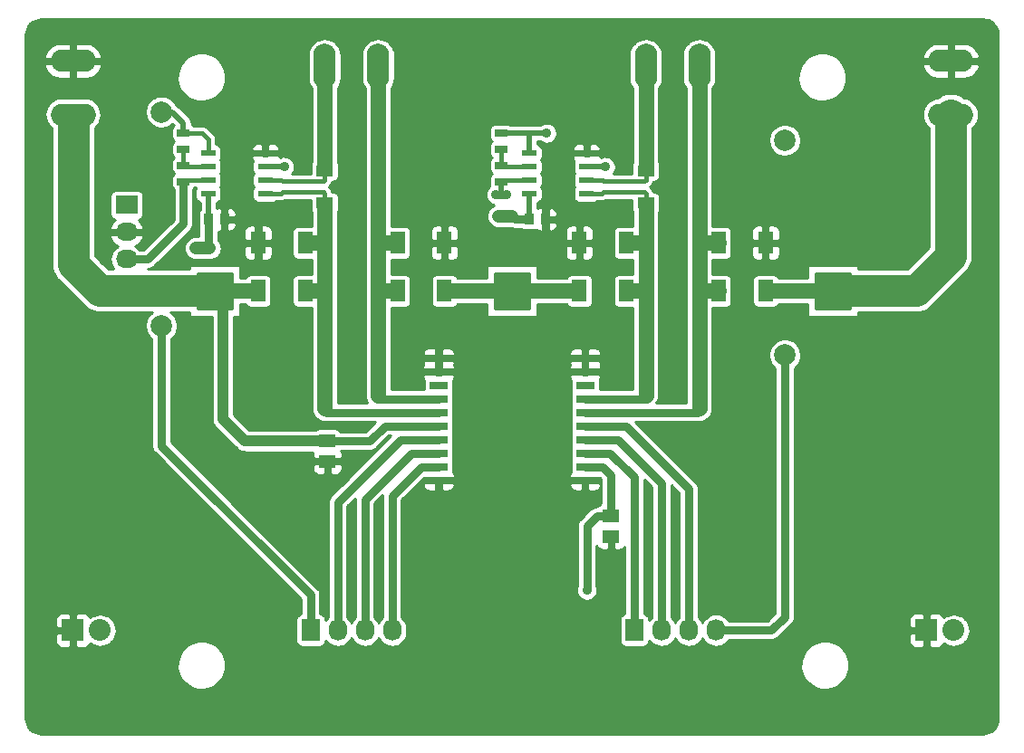
<source format=gtl>
G04 #@! TF.FileFunction,Copper,L1,Top,Signal*
%FSLAX46Y46*%
G04 Gerber Fmt 4.6, Leading zero omitted, Abs format (unit mm)*
G04 Created by KiCad (PCBNEW 4.0.6-e0-6349~53~ubuntu16.04.1) date Thu May 25 23:24:03 2017*
%MOMM*%
%LPD*%
G01*
G04 APERTURE LIST*
%ADD10C,0.100000*%
%ADD11C,1.998980*%
%ADD12R,1.400000X2.100000*%
%ADD13R,1.498600X1.300480*%
%ADD14R,1.143000X0.635000*%
%ADD15R,1.699260X0.759460*%
%ADD16R,6.398260X9.999980*%
%ADD17R,3.398520X16.098520*%
%ADD18R,1.399540X0.599440*%
%ADD19R,2.799080X4.000500*%
%ADD20O,4.200000X2.100000*%
%ADD21O,2.100000X4.200000*%
%ADD22R,0.899160X1.000760*%
%ADD23R,1.600000X1.000000*%
%ADD24R,2.032000X2.032000*%
%ADD25O,2.032000X2.032000*%
%ADD26R,2.032000X1.727200*%
%ADD27O,2.032000X1.727200*%
%ADD28R,1.727200X2.032000*%
%ADD29O,1.727200X2.032000*%
%ADD30C,0.600000*%
%ADD31C,0.800000*%
%ADD32C,0.914000*%
%ADD33C,0.254000*%
%ADD34C,0.508000*%
%ADD35C,0.758000*%
%ADD36C,1.200000*%
%ADD37C,3.000000*%
%ADD38C,1.016000*%
%ADD39C,1.400000*%
%ADD40C,1.524000*%
%ADD41C,0.381000*%
G04 APERTURE END LIST*
D10*
D11*
X120500000Y-93000000D03*
X120500000Y-72900000D03*
X62250000Y-90250000D03*
X62250000Y-70250000D03*
D12*
X118700000Y-82500000D03*
X114300000Y-82500000D03*
X101300000Y-82500000D03*
X105700000Y-82500000D03*
X105700000Y-87000000D03*
X101300000Y-87000000D03*
X88700000Y-82500000D03*
X84300000Y-82500000D03*
X71300000Y-82500000D03*
X75700000Y-82500000D03*
X75700000Y-87000000D03*
X71300000Y-87000000D03*
X84300000Y-87000000D03*
X88700000Y-87000000D03*
X114300000Y-87000000D03*
X118700000Y-87000000D03*
D13*
X104250000Y-109952500D03*
X104250000Y-108047500D03*
X77750000Y-101047500D03*
X77750000Y-102952500D03*
D14*
X64300000Y-73762000D03*
X64300000Y-72238000D03*
X64300000Y-75238000D03*
X64300000Y-76762000D03*
X94000000Y-73762000D03*
X94000000Y-72238000D03*
X94000000Y-75238000D03*
X94000000Y-76762000D03*
D15*
X88154700Y-93285000D03*
X88152160Y-94555000D03*
X88152160Y-95825000D03*
X88152160Y-97095000D03*
X88152160Y-98365000D03*
X88152160Y-99635000D03*
X88152160Y-100905000D03*
X88152160Y-102175000D03*
D16*
X95000000Y-99000000D03*
D15*
X88154700Y-104715000D03*
X88152160Y-103445000D03*
X101847840Y-104715000D03*
X101847840Y-103445000D03*
X101847840Y-102175000D03*
X101847840Y-100905000D03*
X101847840Y-99635000D03*
X101847840Y-98365000D03*
X101847840Y-97095000D03*
X101847840Y-95825000D03*
X101847840Y-94555000D03*
X101845300Y-93285000D03*
D17*
X95000000Y-99000000D03*
D18*
X66633000Y-77905000D03*
X71967000Y-77905000D03*
X66633000Y-76635000D03*
X66633000Y-75365000D03*
X66633000Y-74095000D03*
X71967000Y-76635000D03*
X71967000Y-75365000D03*
X71967000Y-74095000D03*
D19*
X69300000Y-76000000D03*
D18*
X96633000Y-77905000D03*
X101967000Y-77905000D03*
X96633000Y-76635000D03*
X96633000Y-75365000D03*
X96633000Y-74095000D03*
X101967000Y-76635000D03*
X101967000Y-75365000D03*
X101967000Y-74095000D03*
D19*
X99300000Y-76000000D03*
D20*
X136000000Y-65500000D03*
X136000000Y-70500000D03*
D21*
X77500000Y-66000000D03*
X82500000Y-66000000D03*
X107500000Y-66000000D03*
X112500000Y-66000000D03*
D20*
X54000000Y-70500000D03*
X54000000Y-65500000D03*
D22*
X66648160Y-80300000D03*
X68151840Y-80300000D03*
X96648160Y-80300000D03*
X98151840Y-80300000D03*
D23*
X107500000Y-75750000D03*
X107500000Y-78750000D03*
X77500000Y-75750000D03*
X77500000Y-78750000D03*
D24*
X133730000Y-118750000D03*
D25*
X136270000Y-118750000D03*
D26*
X59000000Y-78960000D03*
D27*
X59000000Y-81500000D03*
X59000000Y-84040000D03*
D28*
X106440000Y-118750000D03*
D29*
X108980000Y-118750000D03*
X111520000Y-118750000D03*
X114060000Y-118750000D03*
D28*
X76190000Y-118750000D03*
D29*
X78730000Y-118750000D03*
X81270000Y-118750000D03*
X83810000Y-118750000D03*
D24*
X53980000Y-118750000D03*
D25*
X56520000Y-118750000D03*
D30*
X113500000Y-112500000D03*
X104500000Y-112500000D03*
X107750000Y-112500000D03*
X110250000Y-112500000D03*
X80000000Y-112500000D03*
X82500000Y-112500000D03*
X85750000Y-112500000D03*
X76500000Y-112500000D03*
D31*
X96250000Y-104500000D03*
X95000000Y-104500000D03*
X93750000Y-104500000D03*
X96250000Y-106000000D03*
X95000000Y-106000000D03*
X93750000Y-106000000D03*
X93750000Y-95250000D03*
X92500000Y-95250000D03*
X96250000Y-93500000D03*
X95000000Y-93500000D03*
X93750000Y-93500000D03*
X96250000Y-92000000D03*
X95000000Y-92000000D03*
X93750000Y-92000000D03*
X95000000Y-95250000D03*
X96250000Y-95250000D03*
X97500000Y-95250000D03*
X97500000Y-96750000D03*
X97500000Y-98250000D03*
X97500000Y-99750000D03*
X97500000Y-101250000D03*
X97500000Y-102750000D03*
X96250000Y-102750000D03*
X95000000Y-102750000D03*
X93750000Y-102750000D03*
X92500000Y-102750000D03*
X92500000Y-101250000D03*
X93750000Y-101250000D03*
X95000000Y-101250000D03*
X96250000Y-101250000D03*
X96250000Y-99750000D03*
X95000000Y-99750000D03*
X93750000Y-99750000D03*
X92500000Y-99750000D03*
X92500000Y-98250000D03*
X93750000Y-98250000D03*
X95000000Y-98250000D03*
X96250000Y-98250000D03*
X96250000Y-96750000D03*
X95000000Y-96750000D03*
X93750000Y-96750000D03*
X92500000Y-96750000D03*
D30*
X80000000Y-83000000D03*
X80000000Y-84500000D03*
X80000000Y-81500000D03*
X80000000Y-76750000D03*
X80000000Y-89500000D03*
X80000000Y-91250000D03*
X80000000Y-93000000D03*
X80000000Y-94750000D03*
X80000000Y-96500000D03*
X80000000Y-74000000D03*
X80000000Y-63000000D03*
X80000000Y-65000000D03*
X80000000Y-67000000D03*
X80000000Y-69000000D03*
X80000000Y-71000000D03*
X110000000Y-96500000D03*
X110000000Y-94750000D03*
X110000000Y-93000000D03*
X110000000Y-91250000D03*
X110000000Y-89500000D03*
X110000000Y-84500000D03*
X110000000Y-83000000D03*
X110000000Y-71000000D03*
X110000000Y-69000000D03*
X110000000Y-67000000D03*
X110000000Y-65000000D03*
X110000000Y-63000000D03*
X110000000Y-76750000D03*
X110000000Y-81500000D03*
X105500000Y-74000000D03*
X110000000Y-74000000D03*
X75500000Y-74000000D03*
X70000000Y-76750000D03*
X68500000Y-76750000D03*
X68500000Y-74500000D03*
X70000000Y-74500000D03*
X100000000Y-74500000D03*
X98500000Y-74500000D03*
X98500000Y-76750000D03*
X100000000Y-76750000D03*
X88750000Y-84750000D03*
X90500000Y-84750000D03*
X90500000Y-83250000D03*
X90500000Y-81750000D03*
X101250000Y-84750000D03*
X99500000Y-84750000D03*
X99500000Y-83250000D03*
X99500000Y-81750000D03*
X120500000Y-81750000D03*
X120500000Y-83250000D03*
X120500000Y-84750000D03*
X118750000Y-84750000D03*
X71250000Y-84750000D03*
X69500000Y-83500000D03*
X69500000Y-82250000D03*
X86000000Y-94500000D03*
X86000000Y-96000000D03*
X86000000Y-93000000D03*
X86000000Y-91500000D03*
X87500000Y-91500000D03*
X89000000Y-91500000D03*
X104000000Y-94500000D03*
X104000000Y-96000000D03*
X104000000Y-93000000D03*
X104000000Y-91500000D03*
X102500000Y-91500000D03*
X101250000Y-91500000D03*
D31*
X95000000Y-117000000D03*
X89000000Y-117000000D03*
X90500000Y-117000000D03*
X92000000Y-117000000D03*
X93500000Y-117000000D03*
X101000000Y-117000000D03*
X99500000Y-117000000D03*
X98000000Y-117000000D03*
X96500000Y-117000000D03*
D32*
X95000000Y-80000000D03*
X102000000Y-115000000D03*
X66750000Y-83000000D03*
X65500000Y-83000000D03*
X93750000Y-80000000D03*
X95750000Y-87750000D03*
X94250000Y-87750000D03*
X94250000Y-86250000D03*
X95750000Y-86250000D03*
X68000000Y-86250000D03*
X66500000Y-86250000D03*
X66500000Y-87750000D03*
X68000000Y-87750000D03*
X125750000Y-86250000D03*
X124250000Y-86250000D03*
X124250000Y-87750000D03*
X125750000Y-87750000D03*
X93500000Y-78000000D03*
X94500000Y-78000000D03*
X103725000Y-75375000D03*
X73723500Y-75374500D03*
X98250000Y-72250000D03*
D33*
X104250000Y-112250000D02*
X104500000Y-112500000D01*
X104250000Y-112250000D02*
X104250000Y-109952500D01*
X76500000Y-112500000D02*
X76500000Y-106750000D01*
X76500000Y-106750000D02*
X77750000Y-105500000D01*
X77750000Y-105500000D02*
X77750000Y-102952500D01*
X88154700Y-104715000D02*
X88154700Y-110095300D01*
X88154700Y-110095300D02*
X85750000Y-112500000D01*
D34*
X93750000Y-104500000D02*
X95000000Y-104500000D01*
X96250000Y-104500000D02*
X96250000Y-106000000D01*
X95000000Y-106000000D02*
X93750000Y-106000000D01*
X92500000Y-95250000D02*
X95000000Y-99000000D01*
X93750000Y-93500000D02*
X95000000Y-93500000D01*
X96250000Y-93500000D02*
X96250000Y-92000000D01*
X95000000Y-92000000D02*
X93750000Y-92000000D01*
D35*
X95000000Y-95250000D02*
X96250000Y-95250000D01*
X97500000Y-95250000D02*
X97500000Y-96750000D01*
X97500000Y-98250000D02*
X97500000Y-99750000D01*
X97500000Y-101250000D02*
X97500000Y-102750000D01*
X96250000Y-102750000D02*
X95000000Y-102750000D01*
X93750000Y-102750000D02*
X92500000Y-102750000D01*
X92500000Y-101250000D02*
X93750000Y-101250000D01*
X95000000Y-101250000D02*
X96250000Y-101250000D01*
X96250000Y-99750000D02*
X95000000Y-99750000D01*
X93750000Y-99750000D02*
X92500000Y-99750000D01*
X92500000Y-98250000D02*
X93750000Y-98250000D01*
X95000000Y-98250000D02*
X96250000Y-98250000D01*
X96250000Y-96750000D02*
X95000000Y-96750000D01*
X93750000Y-96750000D02*
X92500000Y-96750000D01*
D33*
X80000000Y-84500000D02*
X80000000Y-83000000D01*
X80000000Y-76750000D02*
X80000000Y-74000000D01*
X80000000Y-76750000D02*
X80000000Y-81500000D01*
X80000000Y-91250000D02*
X80000000Y-93000000D01*
X80000000Y-94750000D02*
X80000000Y-96500000D01*
X80000000Y-84500000D02*
X80000000Y-89500000D01*
X80000000Y-63000000D02*
X80000000Y-74000000D01*
X80000000Y-67000000D02*
X80000000Y-65000000D01*
X80000000Y-71000000D02*
X80000000Y-69000000D01*
X110000000Y-84500000D02*
X110000000Y-89500000D01*
X110000000Y-94750000D02*
X110000000Y-96500000D01*
X110000000Y-91250000D02*
X110000000Y-93000000D01*
X110000000Y-84500000D02*
X110000000Y-83000000D01*
X110000000Y-76750000D02*
X110000000Y-74000000D01*
X110000000Y-71000000D02*
X110000000Y-69000000D01*
X110000000Y-67000000D02*
X110000000Y-65000000D01*
X110000000Y-63000000D02*
X110000000Y-74000000D01*
X110000000Y-76750000D02*
X110000000Y-81500000D01*
X105500000Y-74000000D02*
X105405000Y-74095000D01*
X105405000Y-74095000D02*
X101967000Y-74095000D01*
X75500000Y-74000000D02*
X72062000Y-74000000D01*
X70000000Y-76750000D02*
X69300000Y-76000000D01*
X68500000Y-74500000D02*
X68500000Y-76750000D01*
X70405000Y-74095000D02*
X70000000Y-74500000D01*
X71967000Y-74095000D02*
X70405000Y-74095000D01*
X101967000Y-74095000D02*
X100405000Y-74095000D01*
X100405000Y-74095000D02*
X100000000Y-74500000D01*
X98500000Y-74500000D02*
X98500000Y-76750000D01*
X100000000Y-76750000D02*
X99300000Y-76000000D01*
X88700000Y-84700000D02*
X88750000Y-84750000D01*
X90500000Y-84750000D02*
X90500000Y-83250000D01*
X88700000Y-82500000D02*
X88700000Y-84700000D01*
X101300000Y-84700000D02*
X101250000Y-84750000D01*
X99500000Y-84750000D02*
X99500000Y-83250000D01*
X101300000Y-82500000D02*
X101300000Y-84700000D01*
X118700000Y-82500000D02*
X118700000Y-84700000D01*
X120500000Y-84750000D02*
X120500000Y-83250000D01*
X118700000Y-84700000D02*
X118750000Y-84750000D01*
X71300000Y-84700000D02*
X71250000Y-84750000D01*
X69500000Y-83500000D02*
X69500000Y-82250000D01*
X71300000Y-82500000D02*
X71300000Y-84700000D01*
X86055000Y-94555000D02*
X86000000Y-94500000D01*
X86000000Y-96000000D02*
X86000000Y-93000000D01*
X86000000Y-91500000D02*
X87500000Y-91500000D01*
X88152160Y-94555000D02*
X86055000Y-94555000D01*
X103945000Y-94555000D02*
X104000000Y-94500000D01*
X104000000Y-96000000D02*
X104000000Y-93000000D01*
X104000000Y-91500000D02*
X102500000Y-91500000D01*
X101847840Y-94555000D02*
X103945000Y-94555000D01*
X90500000Y-117000000D02*
X89000000Y-117000000D01*
X93500000Y-117000000D02*
X92000000Y-117000000D01*
X99500000Y-117000000D02*
X101000000Y-117000000D01*
X96500000Y-117000000D02*
X98000000Y-117000000D01*
X95000000Y-99000000D02*
X95000000Y-117000000D01*
D35*
X95300000Y-80300000D02*
X95000000Y-80000000D01*
X96648160Y-80300000D02*
X95300000Y-80300000D01*
X104250000Y-108047500D02*
X102952500Y-108047500D01*
X102000000Y-109000000D02*
X102000000Y-115000000D01*
X102952500Y-108047500D02*
X102000000Y-109000000D01*
X66648160Y-80300000D02*
X66648160Y-82898160D01*
X66648160Y-82898160D02*
X66750000Y-83000000D01*
D36*
X65500000Y-83000000D02*
X66750000Y-83000000D01*
D35*
X104250000Y-108047500D02*
X104250000Y-104239530D01*
X104250000Y-104239530D02*
X103455470Y-103445000D01*
X103455470Y-103445000D02*
X101847840Y-103445000D01*
D34*
X66633000Y-80284840D02*
X66648160Y-80300000D01*
X66633000Y-77905000D02*
X66633000Y-80284840D01*
X96633000Y-80284840D02*
X96648160Y-80300000D01*
X96633000Y-77905000D02*
X96633000Y-80284840D01*
D36*
X95000000Y-80000000D02*
X93750000Y-80000000D01*
D37*
X136000000Y-70500000D02*
X136000000Y-83750000D01*
X132750000Y-87000000D02*
X125750000Y-87000000D01*
X136000000Y-83750000D02*
X132750000Y-87000000D01*
X54000000Y-71000000D02*
X54000000Y-84500000D01*
X56469062Y-86969062D02*
X66500000Y-86969062D01*
X54000000Y-84500000D02*
X56469062Y-86969062D01*
D38*
X77750000Y-101047500D02*
X70047500Y-101047500D01*
X68000000Y-99000000D02*
X68000000Y-87750000D01*
X70047500Y-101047500D02*
X68000000Y-99000000D01*
D35*
X83115000Y-99635000D02*
X81702500Y-101047500D01*
X81702500Y-101047500D02*
X77750000Y-101047500D01*
X88152160Y-99635000D02*
X83115000Y-99635000D01*
D39*
X70800000Y-87000000D02*
X68600000Y-87000000D01*
X89200000Y-87000000D02*
X93600000Y-87000000D01*
X100800000Y-87000000D02*
X96400000Y-87000000D01*
D40*
X95750000Y-87750000D02*
X95750000Y-86250000D01*
D39*
X94219062Y-87000000D02*
X94250000Y-86969062D01*
D40*
X94250000Y-86969062D02*
X94250000Y-87750000D01*
X94250000Y-86250000D02*
X94250000Y-86969062D01*
X66500000Y-86250000D02*
X66500000Y-86969062D01*
X66500000Y-86969062D02*
X66500000Y-87750000D01*
X68000000Y-87750000D02*
X68000000Y-86250000D01*
D39*
X124219062Y-87000000D02*
X124250000Y-86969062D01*
X119200000Y-87000000D02*
X124219062Y-87000000D01*
D40*
X124250000Y-86250000D02*
X124250000Y-86969062D01*
X124250000Y-86969062D02*
X124250000Y-87750000D01*
D39*
X124219062Y-87000000D02*
X124250000Y-86969062D01*
D40*
X125750000Y-87750000D02*
X125750000Y-87000000D01*
X125750000Y-87000000D02*
X125750000Y-86250000D01*
D39*
X119200000Y-87000000D02*
X123600000Y-87000000D01*
X124219062Y-87000000D02*
X124250000Y-86969062D01*
X77500000Y-66000000D02*
X77500000Y-74038369D01*
X77500000Y-75500000D02*
X77500000Y-73938369D01*
D33*
X77000000Y-75350000D02*
X77000000Y-75874000D01*
D41*
X73435000Y-76635000D02*
X71967000Y-76635000D01*
X77365000Y-76750000D02*
X73550000Y-76750000D01*
X77500000Y-76615000D02*
X77365000Y-76750000D01*
X73550000Y-76750000D02*
X73435000Y-76635000D01*
X77500000Y-75600000D02*
X77500000Y-76615000D01*
D39*
X107500000Y-65274000D02*
X107500000Y-75100000D01*
D41*
X103435000Y-76635000D02*
X101967000Y-76635000D01*
X103550000Y-76750000D02*
X103435000Y-76635000D01*
X107365000Y-76750000D02*
X103550000Y-76750000D01*
X107500000Y-76615000D02*
X107365000Y-76750000D01*
X107500000Y-75726000D02*
X107500000Y-76615000D01*
D35*
X64300000Y-76900000D02*
X64300000Y-80700000D01*
X64300000Y-80700000D02*
X60960000Y-84040000D01*
X60960000Y-84040000D02*
X59000000Y-84040000D01*
X94500000Y-78000000D02*
X93982551Y-78000000D01*
X93982551Y-78000000D02*
X93500000Y-78000000D01*
D34*
X94000000Y-77982551D02*
X93982551Y-78000000D01*
X94000000Y-76762000D02*
X94000000Y-77982551D01*
D41*
X66633000Y-76635000D02*
X64427000Y-76635000D01*
X64427000Y-76635000D02*
X64300000Y-76762000D01*
X94127000Y-76635000D02*
X94000000Y-76762000D01*
X96633000Y-76635000D02*
X94127000Y-76635000D01*
D34*
X94412500Y-78000000D02*
X94500000Y-78000000D01*
X101967000Y-75365000D02*
X103715000Y-75365000D01*
X103715000Y-75365000D02*
X103725000Y-75375000D01*
X73714000Y-75365000D02*
X73723500Y-75374500D01*
X71967000Y-75365000D02*
X73714000Y-75365000D01*
D41*
X64300000Y-72238000D02*
X66038000Y-72238000D01*
X66633000Y-72833000D02*
X66633000Y-74095000D01*
X66038000Y-72238000D02*
X66633000Y-72833000D01*
D34*
X63250000Y-70250000D02*
X64300000Y-71300000D01*
X64300000Y-71300000D02*
X64300000Y-72238000D01*
X62250000Y-70250000D02*
X63250000Y-70250000D01*
D35*
X88152160Y-103445000D02*
X86544530Y-103445000D01*
X86544530Y-103445000D02*
X83810000Y-106179530D01*
X83810000Y-106179530D02*
X83810000Y-118750000D01*
X88152160Y-100905000D02*
X84595000Y-100905000D01*
X84595000Y-100905000D02*
X78730000Y-106770000D01*
X78730000Y-106770000D02*
X78730000Y-118750000D01*
X88152160Y-102175000D02*
X85575000Y-102175000D01*
X85575000Y-102175000D02*
X81270000Y-106480000D01*
X81270000Y-106480000D02*
X81270000Y-118750000D01*
D34*
X98250000Y-72250000D02*
X98238000Y-72238000D01*
X94012000Y-72250000D02*
X94000000Y-72238000D01*
X96633000Y-72274647D02*
X96608353Y-72250000D01*
X96633000Y-74095000D02*
X96633000Y-72274647D01*
X96608353Y-72250000D02*
X94012000Y-72250000D01*
X98250000Y-72250000D02*
X96608353Y-72250000D01*
D35*
X101847840Y-99635000D02*
X105635000Y-99635000D01*
X111520000Y-105520000D02*
X111520000Y-118750000D01*
X105635000Y-99635000D02*
X111520000Y-105520000D01*
X101847840Y-102175000D02*
X104175000Y-102175000D01*
X104175000Y-102175000D02*
X106440000Y-104440000D01*
X106440000Y-104440000D02*
X106440000Y-118750000D01*
X101847840Y-100905000D02*
X104905000Y-100905000D01*
X104905000Y-100905000D02*
X108980000Y-104980000D01*
X108980000Y-104980000D02*
X108980000Y-118750000D01*
D39*
X84000000Y-82500000D02*
X82700000Y-82500000D01*
X82700000Y-82500000D02*
X82500000Y-82300000D01*
X82500000Y-82300000D02*
X82500000Y-82264050D01*
D35*
X82595000Y-97095000D02*
X88152160Y-97095000D01*
X82500000Y-97000000D02*
X82595000Y-97095000D01*
D39*
X82500000Y-65750000D02*
X82500000Y-82264050D01*
X82500000Y-82264050D02*
X82500000Y-86975309D01*
D36*
X82500000Y-86100000D02*
X82500000Y-86975309D01*
X82600000Y-86000000D02*
X82500000Y-86100000D01*
X82514050Y-82250000D02*
X82500000Y-82264050D01*
D39*
X82500000Y-88350882D02*
X82500000Y-96750000D01*
X82500000Y-86975309D02*
X82500000Y-88350882D01*
X82500000Y-87200000D02*
X82500000Y-88350882D01*
X82700000Y-87000000D02*
X82500000Y-87200000D01*
X84000000Y-87000000D02*
X82700000Y-87000000D01*
D35*
X101847840Y-98365000D02*
X112365000Y-98365000D01*
D39*
X112500000Y-66000000D02*
X112500000Y-82204435D01*
X112500000Y-87000000D02*
X112500000Y-98000000D01*
X112500000Y-85943991D02*
X112500000Y-87000000D01*
X112500000Y-82204435D02*
X112500000Y-85943991D01*
D36*
X112556009Y-86000000D02*
X112500000Y-85943991D01*
X112500000Y-82204435D02*
X112500000Y-82204435D01*
X112545565Y-82250000D02*
X112500000Y-82204435D01*
D39*
X112500000Y-82500000D02*
X112500000Y-82204435D01*
X112795565Y-82500000D02*
X112500000Y-82204435D01*
X114300000Y-82500000D02*
X112795565Y-82500000D01*
X114300000Y-87000000D02*
X112500000Y-87000000D01*
D41*
X64300000Y-73762000D02*
X64300000Y-75238000D01*
X64427000Y-75365000D02*
X64300000Y-75238000D01*
X66633000Y-75365000D02*
X64427000Y-75365000D01*
X94127000Y-75365000D02*
X94000000Y-75238000D01*
X96633000Y-75365000D02*
X94127000Y-75365000D01*
X94000000Y-73762000D02*
X94000000Y-75238000D01*
D35*
X107500000Y-97000000D02*
X107405000Y-97095000D01*
X107405000Y-97095000D02*
X101847840Y-97095000D01*
D33*
X101667000Y-77905000D02*
X101672000Y-77900000D01*
D39*
X107500000Y-79000000D02*
X107500000Y-82256015D01*
X107500000Y-87000000D02*
X107500000Y-96750000D01*
X107500000Y-86047151D02*
X107500000Y-87000000D01*
X107500000Y-82256015D02*
X107500000Y-86047151D01*
D36*
X107500000Y-82256015D02*
X107500000Y-82256015D01*
X107493985Y-82250000D02*
X107500000Y-82256015D01*
X107452849Y-86000000D02*
X107500000Y-86047151D01*
D39*
X107256015Y-82500000D02*
X107500000Y-82256015D01*
X106000000Y-82500000D02*
X107256015Y-82500000D01*
X106000000Y-87000000D02*
X107500000Y-87000000D01*
D41*
X103395000Y-77905000D02*
X101967000Y-77905000D01*
X103550000Y-77750000D02*
X103395000Y-77905000D01*
X107365000Y-77750000D02*
X103550000Y-77750000D01*
X107500000Y-77885000D02*
X107365000Y-77750000D01*
X107500000Y-78774000D02*
X107500000Y-77885000D01*
D35*
X77615000Y-98365000D02*
X88152160Y-98365000D01*
X77500000Y-98250000D02*
X77615000Y-98365000D01*
D39*
X77500000Y-96000000D02*
X77500000Y-98000000D01*
X77500000Y-79000000D02*
X77500000Y-82142717D01*
X77500000Y-82142717D02*
X77500000Y-85759207D01*
D36*
X77500000Y-82150000D02*
X77500000Y-82142717D01*
X77400000Y-82250000D02*
X77500000Y-82150000D01*
X77500000Y-85900000D02*
X77500000Y-85759207D01*
X77400000Y-86000000D02*
X77500000Y-85900000D01*
D39*
X77500000Y-85759207D02*
X77500000Y-87083920D01*
X77500000Y-87083920D02*
X77500000Y-96250000D01*
X77500000Y-82300000D02*
X77500000Y-82142717D01*
X77300000Y-82500000D02*
X77500000Y-82300000D01*
X76000000Y-82500000D02*
X77300000Y-82500000D01*
X77416080Y-87000000D02*
X76000000Y-87000000D01*
X77500000Y-87083920D02*
X77416080Y-87000000D01*
D41*
X73395000Y-77905000D02*
X71967000Y-77905000D01*
X73550000Y-77750000D02*
X73395000Y-77905000D01*
X77365000Y-77750000D02*
X73550000Y-77750000D01*
X77500000Y-77885000D02*
X77365000Y-77750000D01*
X77500000Y-79000000D02*
X77500000Y-77885000D01*
D35*
X62250000Y-101500000D02*
X76190000Y-115440000D01*
X76190000Y-115440000D02*
X76190000Y-118750000D01*
X62250000Y-90250000D02*
X62250000Y-101500000D01*
X120500000Y-93000000D02*
X120500000Y-117500000D01*
X119250000Y-118750000D02*
X114060000Y-118750000D01*
X120500000Y-117500000D02*
X119250000Y-118750000D01*
D33*
G36*
X96623000Y-88623000D02*
X93377000Y-88623000D01*
X93377000Y-85377000D01*
X96623000Y-85377000D01*
X96623000Y-88623000D01*
X96623000Y-88623000D01*
G37*
X96623000Y-88623000D02*
X93377000Y-88623000D01*
X93377000Y-85377000D01*
X96623000Y-85377000D01*
X96623000Y-88623000D01*
G36*
X68873000Y-88623000D02*
X65627000Y-88623000D01*
X65627000Y-85377000D01*
X68873000Y-85377000D01*
X68873000Y-88623000D01*
X68873000Y-88623000D01*
G37*
X68873000Y-88623000D02*
X65627000Y-88623000D01*
X65627000Y-85377000D01*
X68873000Y-85377000D01*
X68873000Y-88623000D01*
G36*
X126623000Y-88623000D02*
X123377000Y-88623000D01*
X123377000Y-85377000D01*
X126623000Y-85377000D01*
X126623000Y-88623000D01*
X126623000Y-88623000D01*
G37*
X126623000Y-88623000D02*
X123377000Y-88623000D01*
X123377000Y-85377000D01*
X126623000Y-85377000D01*
X126623000Y-88623000D01*
G36*
X80370425Y-106410852D02*
X80364088Y-106467350D01*
X80364023Y-106476658D01*
X80364005Y-106476838D01*
X80364020Y-106477005D01*
X80364000Y-106480000D01*
X80364000Y-117542757D01*
X80297048Y-117596588D01*
X80122597Y-117804491D01*
X79999122Y-118029089D01*
X79888260Y-117820588D01*
X79716729Y-117610270D01*
X79636000Y-117543484D01*
X79636000Y-107145277D01*
X80370425Y-106410852D01*
X80370425Y-106410852D01*
G37*
X80370425Y-106410852D02*
X80364088Y-106467350D01*
X80364023Y-106476658D01*
X80364005Y-106476838D01*
X80364020Y-106477005D01*
X80364000Y-106480000D01*
X80364000Y-117542757D01*
X80297048Y-117596588D01*
X80122597Y-117804491D01*
X79999122Y-118029089D01*
X79888260Y-117820588D01*
X79716729Y-117610270D01*
X79636000Y-117543484D01*
X79636000Y-107145277D01*
X80370425Y-106410852D01*
G36*
X82909102Y-106122175D02*
X82904088Y-106166880D01*
X82904023Y-106176188D01*
X82904005Y-106176368D01*
X82904020Y-106176535D01*
X82904000Y-106179530D01*
X82904000Y-117542757D01*
X82837048Y-117596588D01*
X82662597Y-117804491D01*
X82539122Y-118029089D01*
X82428260Y-117820588D01*
X82256729Y-117610270D01*
X82176000Y-117543484D01*
X82176000Y-106855277D01*
X82909102Y-106122175D01*
X82909102Y-106122175D01*
G37*
X82909102Y-106122175D02*
X82904088Y-106166880D01*
X82904023Y-106176188D01*
X82904005Y-106176368D01*
X82904020Y-106176535D01*
X82904000Y-106179530D01*
X82904000Y-117542757D01*
X82837048Y-117596588D01*
X82662597Y-117804491D01*
X82539122Y-118029089D01*
X82428260Y-117820588D01*
X82256729Y-117610270D01*
X82176000Y-117543484D01*
X82176000Y-106855277D01*
X82909102Y-106122175D01*
G36*
X83677722Y-100541000D02*
X79134300Y-105084422D01*
X79134300Y-103665282D01*
X79134300Y-103334250D01*
X78975550Y-103175500D01*
X77973000Y-103175500D01*
X77973000Y-104078990D01*
X78131750Y-104237740D01*
X78436758Y-104237740D01*
X78561842Y-104237740D01*
X78684523Y-104213337D01*
X78800085Y-104165470D01*
X78904089Y-104095977D01*
X78992537Y-104007529D01*
X79062030Y-103903525D01*
X79109897Y-103787963D01*
X79134300Y-103665282D01*
X79134300Y-105084422D01*
X78089361Y-106129361D01*
X78036245Y-106194026D01*
X77982447Y-106258140D01*
X77980150Y-106262317D01*
X77977129Y-106265996D01*
X77937589Y-106339735D01*
X77897263Y-106413089D01*
X77895823Y-106417627D01*
X77893571Y-106421828D01*
X77869094Y-106501886D01*
X77843798Y-106581632D01*
X77843267Y-106586365D01*
X77841874Y-106590922D01*
X77833415Y-106674192D01*
X77824088Y-106757350D01*
X77824023Y-106766658D01*
X77824005Y-106766838D01*
X77824020Y-106767005D01*
X77824000Y-106770000D01*
X77824000Y-117542757D01*
X77757048Y-117596588D01*
X77582597Y-117804491D01*
X77580600Y-117808123D01*
X77580600Y-117682095D01*
X77560348Y-117580280D01*
X77527000Y-117499772D01*
X77527000Y-104078990D01*
X77527000Y-103175500D01*
X76524450Y-103175500D01*
X76365700Y-103334250D01*
X76365700Y-103665282D01*
X76390103Y-103787963D01*
X76437970Y-103903525D01*
X76507463Y-104007529D01*
X76595911Y-104095977D01*
X76699915Y-104165470D01*
X76815477Y-104213337D01*
X76938158Y-104237740D01*
X77063242Y-104237740D01*
X77368250Y-104237740D01*
X77527000Y-104078990D01*
X77527000Y-117499772D01*
X77520621Y-117484372D01*
X77462948Y-117398057D01*
X77389543Y-117324652D01*
X77303228Y-117266979D01*
X77207320Y-117227252D01*
X77105505Y-117207000D01*
X77096000Y-117207000D01*
X77096000Y-115440000D01*
X77087831Y-115356694D01*
X77080539Y-115273340D01*
X77079209Y-115268765D01*
X77078745Y-115264024D01*
X77054554Y-115183898D01*
X77031208Y-115103540D01*
X77029016Y-115099311D01*
X77027639Y-115094750D01*
X76988345Y-115020850D01*
X76949836Y-114946557D01*
X76946863Y-114942833D01*
X76944627Y-114938627D01*
X76891732Y-114873772D01*
X76839521Y-114808368D01*
X76832981Y-114801736D01*
X76832871Y-114801601D01*
X76832745Y-114801497D01*
X76830639Y-114799361D01*
X69627000Y-107595722D01*
X63156000Y-101124722D01*
X63156000Y-91483047D01*
X63194348Y-91458711D01*
X63411137Y-91252266D01*
X63583697Y-91007646D01*
X63705458Y-90734166D01*
X63771781Y-90442246D01*
X63776555Y-90100320D01*
X63718409Y-89806661D01*
X63604332Y-89529889D01*
X63438669Y-89280545D01*
X63227729Y-89068128D01*
X63120887Y-88996062D01*
X64873000Y-88996062D01*
X64873000Y-89377000D01*
X66965000Y-89377000D01*
X66965000Y-99000000D01*
X66974332Y-99095186D01*
X66982662Y-99190389D01*
X66984179Y-99195612D01*
X66984711Y-99201033D01*
X67012350Y-99292578D01*
X67039017Y-99384366D01*
X67041522Y-99389199D01*
X67043095Y-99394408D01*
X67087965Y-99478796D01*
X67131976Y-99563701D01*
X67135372Y-99567955D01*
X67137927Y-99572760D01*
X67198326Y-99646817D01*
X67257997Y-99721566D01*
X67265471Y-99729146D01*
X67265594Y-99729296D01*
X67265732Y-99729410D01*
X67268144Y-99731856D01*
X69315644Y-101779355D01*
X69389524Y-101840040D01*
X69462759Y-101901492D01*
X69467526Y-101904113D01*
X69471734Y-101907569D01*
X69555994Y-101952749D01*
X69627000Y-101991784D01*
X69639770Y-101998805D01*
X69644959Y-102000451D01*
X69649754Y-102003022D01*
X69741113Y-102030953D01*
X69832311Y-102059883D01*
X69837725Y-102060490D01*
X69842925Y-102062080D01*
X69937971Y-102071734D01*
X70033049Y-102082399D01*
X70043692Y-102082473D01*
X70043886Y-102082493D01*
X70044065Y-102082475D01*
X70047500Y-102082500D01*
X76404408Y-102082500D01*
X76390103Y-102117037D01*
X76365700Y-102239718D01*
X76365700Y-102570750D01*
X76524450Y-102729500D01*
X77527000Y-102729500D01*
X77527000Y-102709500D01*
X77973000Y-102709500D01*
X77973000Y-102729500D01*
X78975550Y-102729500D01*
X79134300Y-102570750D01*
X79134300Y-102239718D01*
X79109897Y-102117037D01*
X79062030Y-102001475D01*
X79029974Y-101953500D01*
X81702500Y-101953500D01*
X81785805Y-101945331D01*
X81869160Y-101938039D01*
X81873734Y-101936709D01*
X81878476Y-101936245D01*
X81958601Y-101912054D01*
X82038960Y-101888708D01*
X82043188Y-101886516D01*
X82047750Y-101885139D01*
X82121649Y-101845845D01*
X82195943Y-101807336D01*
X82199666Y-101804363D01*
X82203873Y-101802127D01*
X82268727Y-101749232D01*
X82334132Y-101697021D01*
X82340763Y-101690481D01*
X82340899Y-101690371D01*
X82341002Y-101690245D01*
X82343139Y-101688139D01*
X83490278Y-100541000D01*
X83677722Y-100541000D01*
X83677722Y-100541000D01*
G37*
X83677722Y-100541000D02*
X79134300Y-105084422D01*
X79134300Y-103665282D01*
X79134300Y-103334250D01*
X78975550Y-103175500D01*
X77973000Y-103175500D01*
X77973000Y-104078990D01*
X78131750Y-104237740D01*
X78436758Y-104237740D01*
X78561842Y-104237740D01*
X78684523Y-104213337D01*
X78800085Y-104165470D01*
X78904089Y-104095977D01*
X78992537Y-104007529D01*
X79062030Y-103903525D01*
X79109897Y-103787963D01*
X79134300Y-103665282D01*
X79134300Y-105084422D01*
X78089361Y-106129361D01*
X78036245Y-106194026D01*
X77982447Y-106258140D01*
X77980150Y-106262317D01*
X77977129Y-106265996D01*
X77937589Y-106339735D01*
X77897263Y-106413089D01*
X77895823Y-106417627D01*
X77893571Y-106421828D01*
X77869094Y-106501886D01*
X77843798Y-106581632D01*
X77843267Y-106586365D01*
X77841874Y-106590922D01*
X77833415Y-106674192D01*
X77824088Y-106757350D01*
X77824023Y-106766658D01*
X77824005Y-106766838D01*
X77824020Y-106767005D01*
X77824000Y-106770000D01*
X77824000Y-117542757D01*
X77757048Y-117596588D01*
X77582597Y-117804491D01*
X77580600Y-117808123D01*
X77580600Y-117682095D01*
X77560348Y-117580280D01*
X77527000Y-117499772D01*
X77527000Y-104078990D01*
X77527000Y-103175500D01*
X76524450Y-103175500D01*
X76365700Y-103334250D01*
X76365700Y-103665282D01*
X76390103Y-103787963D01*
X76437970Y-103903525D01*
X76507463Y-104007529D01*
X76595911Y-104095977D01*
X76699915Y-104165470D01*
X76815477Y-104213337D01*
X76938158Y-104237740D01*
X77063242Y-104237740D01*
X77368250Y-104237740D01*
X77527000Y-104078990D01*
X77527000Y-117499772D01*
X77520621Y-117484372D01*
X77462948Y-117398057D01*
X77389543Y-117324652D01*
X77303228Y-117266979D01*
X77207320Y-117227252D01*
X77105505Y-117207000D01*
X77096000Y-117207000D01*
X77096000Y-115440000D01*
X77087831Y-115356694D01*
X77080539Y-115273340D01*
X77079209Y-115268765D01*
X77078745Y-115264024D01*
X77054554Y-115183898D01*
X77031208Y-115103540D01*
X77029016Y-115099311D01*
X77027639Y-115094750D01*
X76988345Y-115020850D01*
X76949836Y-114946557D01*
X76946863Y-114942833D01*
X76944627Y-114938627D01*
X76891732Y-114873772D01*
X76839521Y-114808368D01*
X76832981Y-114801736D01*
X76832871Y-114801601D01*
X76832745Y-114801497D01*
X76830639Y-114799361D01*
X69627000Y-107595722D01*
X63156000Y-101124722D01*
X63156000Y-91483047D01*
X63194348Y-91458711D01*
X63411137Y-91252266D01*
X63583697Y-91007646D01*
X63705458Y-90734166D01*
X63771781Y-90442246D01*
X63776555Y-90100320D01*
X63718409Y-89806661D01*
X63604332Y-89529889D01*
X63438669Y-89280545D01*
X63227729Y-89068128D01*
X63120887Y-88996062D01*
X64873000Y-88996062D01*
X64873000Y-89377000D01*
X66965000Y-89377000D01*
X66965000Y-99000000D01*
X66974332Y-99095186D01*
X66982662Y-99190389D01*
X66984179Y-99195612D01*
X66984711Y-99201033D01*
X67012350Y-99292578D01*
X67039017Y-99384366D01*
X67041522Y-99389199D01*
X67043095Y-99394408D01*
X67087965Y-99478796D01*
X67131976Y-99563701D01*
X67135372Y-99567955D01*
X67137927Y-99572760D01*
X67198326Y-99646817D01*
X67257997Y-99721566D01*
X67265471Y-99729146D01*
X67265594Y-99729296D01*
X67265732Y-99729410D01*
X67268144Y-99731856D01*
X69315644Y-101779355D01*
X69389524Y-101840040D01*
X69462759Y-101901492D01*
X69467526Y-101904113D01*
X69471734Y-101907569D01*
X69555994Y-101952749D01*
X69627000Y-101991784D01*
X69639770Y-101998805D01*
X69644959Y-102000451D01*
X69649754Y-102003022D01*
X69741113Y-102030953D01*
X69832311Y-102059883D01*
X69837725Y-102060490D01*
X69842925Y-102062080D01*
X69937971Y-102071734D01*
X70033049Y-102082399D01*
X70043692Y-102082473D01*
X70043886Y-102082493D01*
X70044065Y-102082475D01*
X70047500Y-102082500D01*
X76404408Y-102082500D01*
X76390103Y-102117037D01*
X76365700Y-102239718D01*
X76365700Y-102570750D01*
X76524450Y-102729500D01*
X77527000Y-102729500D01*
X77527000Y-102709500D01*
X77973000Y-102709500D01*
X77973000Y-102729500D01*
X78975550Y-102729500D01*
X79134300Y-102570750D01*
X79134300Y-102239718D01*
X79109897Y-102117037D01*
X79062030Y-102001475D01*
X79029974Y-101953500D01*
X81702500Y-101953500D01*
X81785805Y-101945331D01*
X81869160Y-101938039D01*
X81873734Y-101936709D01*
X81878476Y-101936245D01*
X81958601Y-101912054D01*
X82038960Y-101888708D01*
X82043188Y-101886516D01*
X82047750Y-101885139D01*
X82121649Y-101845845D01*
X82195943Y-101807336D01*
X82199666Y-101804363D01*
X82203873Y-101802127D01*
X82268727Y-101749232D01*
X82334132Y-101697021D01*
X82340763Y-101690481D01*
X82340899Y-101690371D01*
X82341002Y-101690245D01*
X82343139Y-101688139D01*
X83490278Y-100541000D01*
X83677722Y-100541000D01*
G36*
X108074000Y-117542757D02*
X108007048Y-117596588D01*
X107832597Y-117804491D01*
X107830600Y-117808123D01*
X107830600Y-117682095D01*
X107810348Y-117580280D01*
X107770621Y-117484372D01*
X107712948Y-117398057D01*
X107639543Y-117324652D01*
X107553228Y-117266979D01*
X107457320Y-117227252D01*
X107355505Y-117207000D01*
X107346000Y-117207000D01*
X107346000Y-104627278D01*
X108074000Y-105355278D01*
X108074000Y-117542757D01*
X108074000Y-117542757D01*
G37*
X108074000Y-117542757D02*
X108007048Y-117596588D01*
X107832597Y-117804491D01*
X107830600Y-117808123D01*
X107830600Y-117682095D01*
X107810348Y-117580280D01*
X107770621Y-117484372D01*
X107712948Y-117398057D01*
X107639543Y-117324652D01*
X107553228Y-117266979D01*
X107457320Y-117227252D01*
X107355505Y-117207000D01*
X107346000Y-117207000D01*
X107346000Y-104627278D01*
X108074000Y-105355278D01*
X108074000Y-117542757D01*
G36*
X110614000Y-117542757D02*
X110547048Y-117596588D01*
X110372597Y-117804491D01*
X110249122Y-118029089D01*
X110138260Y-117820588D01*
X109966729Y-117610270D01*
X109886000Y-117543484D01*
X109886000Y-105167278D01*
X110614000Y-105895278D01*
X110614000Y-117542757D01*
X110614000Y-117542757D01*
G37*
X110614000Y-117542757D02*
X110547048Y-117596588D01*
X110372597Y-117804491D01*
X110249122Y-118029089D01*
X110138260Y-117820588D01*
X109966729Y-117610270D01*
X109886000Y-117543484D01*
X109886000Y-105167278D01*
X110614000Y-105895278D01*
X110614000Y-117542757D01*
G36*
X140423000Y-126971781D02*
X140393185Y-127275855D01*
X140313071Y-127541206D01*
X140182942Y-127785943D01*
X140007754Y-128000744D01*
X139794185Y-128177425D01*
X139550365Y-128309258D01*
X139285576Y-128391224D01*
X138983258Y-128423000D01*
X138664730Y-128423000D01*
X138664730Y-65981528D01*
X138664730Y-65018472D01*
X138574918Y-64749281D01*
X138399159Y-64466209D01*
X138171553Y-64222865D01*
X137900846Y-64028601D01*
X137597442Y-63890882D01*
X137273000Y-63815000D01*
X136223000Y-63815000D01*
X136223000Y-65277000D01*
X138559871Y-65277000D01*
X138664730Y-65018472D01*
X138664730Y-65981528D01*
X138559871Y-65723000D01*
X136223000Y-65723000D01*
X136223000Y-67185000D01*
X137273000Y-67185000D01*
X137597442Y-67109118D01*
X137900846Y-66971399D01*
X138171553Y-66777135D01*
X138399159Y-66533791D01*
X138574918Y-66250719D01*
X138664730Y-65981528D01*
X138664730Y-128423000D01*
X138639673Y-128423000D01*
X138639673Y-70511009D01*
X138611778Y-70204500D01*
X138524880Y-69909245D01*
X138382288Y-69636493D01*
X138189434Y-69396631D01*
X137953664Y-69198796D01*
X137683957Y-69050524D01*
X137390588Y-68957461D01*
X137286023Y-68945732D01*
X137133484Y-68819541D01*
X136785494Y-68631383D01*
X136407585Y-68514401D01*
X136014151Y-68473049D01*
X135777000Y-68494631D01*
X135777000Y-67185000D01*
X135777000Y-65723000D01*
X135777000Y-65277000D01*
X135777000Y-63815000D01*
X134727000Y-63815000D01*
X134402558Y-63890882D01*
X134099154Y-64028601D01*
X133828447Y-64222865D01*
X133600841Y-64466209D01*
X133425082Y-64749281D01*
X133335270Y-65018472D01*
X133440129Y-65277000D01*
X135777000Y-65277000D01*
X135777000Y-65723000D01*
X133440129Y-65723000D01*
X133335270Y-65981528D01*
X133425082Y-66250719D01*
X133600841Y-66533791D01*
X133828447Y-66777135D01*
X134099154Y-66971399D01*
X134402558Y-67109118D01*
X134727000Y-67185000D01*
X135777000Y-67185000D01*
X135777000Y-68494631D01*
X135620178Y-68508904D01*
X135240672Y-68620598D01*
X134890089Y-68803879D01*
X134714799Y-68944815D01*
X134630981Y-68953034D01*
X134336341Y-69041991D01*
X134064591Y-69186483D01*
X133826081Y-69381007D01*
X133629897Y-69618153D01*
X133483511Y-69888888D01*
X133392499Y-70182900D01*
X133360327Y-70488991D01*
X133388222Y-70795500D01*
X133475120Y-71090755D01*
X133617712Y-71363507D01*
X133810566Y-71603369D01*
X133973000Y-71739667D01*
X133973000Y-82910389D01*
X131910389Y-84973000D01*
X127377000Y-84973000D01*
X127377000Y-84623000D01*
X126277158Y-84623000D01*
X126277158Y-66776723D01*
X126190422Y-66338673D01*
X126020253Y-65925812D01*
X125773133Y-65553868D01*
X125458476Y-65237006D01*
X125088265Y-64987295D01*
X124676603Y-64814249D01*
X124239169Y-64724456D01*
X123792626Y-64721339D01*
X123353981Y-64805015D01*
X122939943Y-64972297D01*
X122566282Y-65216814D01*
X122247231Y-65529252D01*
X121994942Y-65897710D01*
X121819025Y-66308154D01*
X121726181Y-66744950D01*
X121719947Y-67191461D01*
X121800558Y-67630680D01*
X121964946Y-68045876D01*
X122206848Y-68421235D01*
X122517051Y-68742459D01*
X122883739Y-68997314D01*
X123292945Y-69176091D01*
X123729082Y-69271983D01*
X124175539Y-69281334D01*
X124615310Y-69203791D01*
X125031643Y-69042306D01*
X125408681Y-68803030D01*
X125732064Y-68495077D01*
X125989472Y-68130178D01*
X126171102Y-67722230D01*
X126270036Y-67286772D01*
X126277158Y-66776723D01*
X126277158Y-84623000D01*
X122623000Y-84623000D01*
X122623000Y-85773000D01*
X122026555Y-85773000D01*
X122026555Y-72750320D01*
X121968409Y-72456661D01*
X121854332Y-72179889D01*
X121688669Y-71930545D01*
X121477729Y-71718128D01*
X121229549Y-71550728D01*
X120953579Y-71434721D01*
X120660334Y-71374527D01*
X120360981Y-71372437D01*
X120066923Y-71428531D01*
X119789361Y-71540674D01*
X119538867Y-71704592D01*
X119324983Y-71914044D01*
X119155854Y-72161050D01*
X119037924Y-72436202D01*
X118975683Y-72729020D01*
X118971504Y-73028351D01*
X119025544Y-73322794D01*
X119135746Y-73601132D01*
X119297911Y-73852764D01*
X119505864Y-74068105D01*
X119751684Y-74238954D01*
X120026006Y-74358803D01*
X120318383Y-74423086D01*
X120617677Y-74429355D01*
X120912490Y-74377372D01*
X121191590Y-74269116D01*
X121444348Y-74108711D01*
X121661137Y-73902266D01*
X121833697Y-73657646D01*
X121955458Y-73384166D01*
X122021781Y-73092246D01*
X122026555Y-72750320D01*
X122026555Y-85773000D01*
X120035000Y-85773000D01*
X120035000Y-83612542D01*
X120035000Y-83487458D01*
X120035000Y-82881750D01*
X120035000Y-82118250D01*
X120035000Y-81512542D01*
X120035000Y-81387458D01*
X120010597Y-81264777D01*
X119962730Y-81149215D01*
X119893237Y-81045211D01*
X119804789Y-80956763D01*
X119700785Y-80887270D01*
X119585223Y-80839403D01*
X119462542Y-80815000D01*
X119081750Y-80815000D01*
X118923000Y-80973750D01*
X118923000Y-82277000D01*
X119876250Y-82277000D01*
X120035000Y-82118250D01*
X120035000Y-82881750D01*
X119876250Y-82723000D01*
X118923000Y-82723000D01*
X118923000Y-84026250D01*
X119081750Y-84185000D01*
X119462542Y-84185000D01*
X119585223Y-84160597D01*
X119700785Y-84112730D01*
X119804789Y-84043237D01*
X119893237Y-83954789D01*
X119962730Y-83850785D01*
X120010597Y-83735223D01*
X120035000Y-83612542D01*
X120035000Y-85773000D01*
X119897104Y-85773000D01*
X119867021Y-85700372D01*
X119809348Y-85614057D01*
X119735943Y-85540652D01*
X119649628Y-85482979D01*
X119553720Y-85443252D01*
X119451905Y-85423000D01*
X119348095Y-85423000D01*
X118477000Y-85423000D01*
X118477000Y-84026250D01*
X118477000Y-82723000D01*
X118477000Y-82277000D01*
X118477000Y-80973750D01*
X118318250Y-80815000D01*
X117937458Y-80815000D01*
X117814777Y-80839403D01*
X117699215Y-80887270D01*
X117595211Y-80956763D01*
X117506763Y-81045211D01*
X117437270Y-81149215D01*
X117389403Y-81264777D01*
X117365000Y-81387458D01*
X117365000Y-81512542D01*
X117365000Y-82118250D01*
X117523750Y-82277000D01*
X118477000Y-82277000D01*
X118477000Y-82723000D01*
X117523750Y-82723000D01*
X117365000Y-82881750D01*
X117365000Y-83487458D01*
X117365000Y-83612542D01*
X117389403Y-83735223D01*
X117437270Y-83850785D01*
X117506763Y-83954789D01*
X117595211Y-84043237D01*
X117699215Y-84112730D01*
X117814777Y-84160597D01*
X117937458Y-84185000D01*
X118318250Y-84185000D01*
X118477000Y-84026250D01*
X118477000Y-85423000D01*
X117948095Y-85423000D01*
X117846280Y-85443252D01*
X117750372Y-85482979D01*
X117664057Y-85540652D01*
X117590652Y-85614057D01*
X117532979Y-85700372D01*
X117493252Y-85796280D01*
X117473000Y-85898095D01*
X117473000Y-86001905D01*
X117473000Y-88101905D01*
X117493252Y-88203720D01*
X117532979Y-88299628D01*
X117590652Y-88385943D01*
X117664057Y-88459348D01*
X117750372Y-88517021D01*
X117846280Y-88556748D01*
X117948095Y-88577000D01*
X118051905Y-88577000D01*
X119451905Y-88577000D01*
X119553720Y-88556748D01*
X119649628Y-88517021D01*
X119735943Y-88459348D01*
X119809348Y-88385943D01*
X119867021Y-88299628D01*
X119897104Y-88227000D01*
X122623000Y-88227000D01*
X122623000Y-89377000D01*
X127377000Y-89377000D01*
X127377000Y-89027000D01*
X132750000Y-89027000D01*
X132936331Y-89008730D01*
X133122869Y-88992410D01*
X133133105Y-88989436D01*
X133143713Y-88988396D01*
X133322999Y-88934266D01*
X133502763Y-88882040D01*
X133512221Y-88877137D01*
X133522430Y-88874055D01*
X133687795Y-88786128D01*
X133853983Y-88699985D01*
X133862312Y-88693335D01*
X133871725Y-88688331D01*
X134016864Y-88569958D01*
X134163154Y-88453177D01*
X134177981Y-88438555D01*
X134178294Y-88438300D01*
X134178533Y-88438010D01*
X134183305Y-88433305D01*
X137433305Y-85183306D01*
X137552132Y-85038642D01*
X137672505Y-84895188D01*
X137677640Y-84885845D01*
X137684405Y-84877611D01*
X137772885Y-84712596D01*
X137863087Y-84548520D01*
X137866309Y-84538362D01*
X137871347Y-84528967D01*
X137926100Y-84349876D01*
X137982705Y-84171437D01*
X137983892Y-84160846D01*
X137987010Y-84150651D01*
X138005937Y-83964313D01*
X138026802Y-83778301D01*
X138026947Y-83757471D01*
X138026988Y-83757075D01*
X138026953Y-83756705D01*
X138027000Y-83750000D01*
X138027000Y-71738817D01*
X138173919Y-71618993D01*
X138370103Y-71381847D01*
X138516489Y-71111112D01*
X138607501Y-70817100D01*
X138639673Y-70511009D01*
X138639673Y-128423000D01*
X137820428Y-128423000D01*
X137820428Y-118760772D01*
X137793135Y-118460871D01*
X137708111Y-118171982D01*
X137568593Y-117905110D01*
X137379897Y-117670419D01*
X137149210Y-117476850D01*
X136885318Y-117331774D01*
X136598274Y-117240718D01*
X136299010Y-117207150D01*
X136277466Y-117207000D01*
X136262534Y-117207000D01*
X135962830Y-117236386D01*
X135674542Y-117323425D01*
X135408651Y-117464803D01*
X135343741Y-117517741D01*
X135308730Y-117433215D01*
X135239237Y-117329211D01*
X135150789Y-117240763D01*
X135046785Y-117171270D01*
X134931223Y-117123403D01*
X134808542Y-117099000D01*
X134111750Y-117099000D01*
X133953000Y-117257750D01*
X133953000Y-118527000D01*
X133973000Y-118527000D01*
X133973000Y-118973000D01*
X133953000Y-118973000D01*
X133953000Y-120242250D01*
X134111750Y-120401000D01*
X134808542Y-120401000D01*
X134931223Y-120376597D01*
X135046785Y-120328730D01*
X135150789Y-120259237D01*
X135239237Y-120170789D01*
X135308730Y-120066785D01*
X135343307Y-119983307D01*
X135390790Y-120023150D01*
X135654682Y-120168226D01*
X135941726Y-120259282D01*
X136240990Y-120292850D01*
X136262534Y-120293000D01*
X136277466Y-120293000D01*
X136577170Y-120263614D01*
X136865458Y-120176575D01*
X137131349Y-120035197D01*
X137364717Y-119844868D01*
X137556671Y-119612835D01*
X137699901Y-119347937D01*
X137788951Y-119060263D01*
X137820428Y-118760772D01*
X137820428Y-128423000D01*
X133507000Y-128423000D01*
X133507000Y-120242250D01*
X133507000Y-118973000D01*
X133507000Y-118527000D01*
X133507000Y-117257750D01*
X133348250Y-117099000D01*
X132651458Y-117099000D01*
X132528777Y-117123403D01*
X132413215Y-117171270D01*
X132309211Y-117240763D01*
X132220763Y-117329211D01*
X132151270Y-117433215D01*
X132103403Y-117548777D01*
X132079000Y-117671458D01*
X132079000Y-117796542D01*
X132079000Y-118368250D01*
X132237750Y-118527000D01*
X133507000Y-118527000D01*
X133507000Y-118973000D01*
X132237750Y-118973000D01*
X132079000Y-119131750D01*
X132079000Y-119703458D01*
X132079000Y-119828542D01*
X132103403Y-119951223D01*
X132151270Y-120066785D01*
X132220763Y-120170789D01*
X132309211Y-120259237D01*
X132413215Y-120328730D01*
X132528777Y-120376597D01*
X132651458Y-120401000D01*
X133348250Y-120401000D01*
X133507000Y-120242250D01*
X133507000Y-128423000D01*
X127377000Y-128423000D01*
X126527158Y-128423000D01*
X126527158Y-121776723D01*
X126440422Y-121338673D01*
X126270253Y-120925812D01*
X126023133Y-120553868D01*
X125708476Y-120237006D01*
X125338265Y-119987295D01*
X124926603Y-119814249D01*
X124489169Y-119724456D01*
X124042626Y-119721339D01*
X123603981Y-119805015D01*
X123189943Y-119972297D01*
X122816282Y-120216814D01*
X122497231Y-120529252D01*
X122244942Y-120897710D01*
X122069025Y-121308154D01*
X122026555Y-121507959D01*
X122026555Y-92850320D01*
X121968409Y-92556661D01*
X121854332Y-92279889D01*
X121688669Y-92030545D01*
X121477729Y-91818128D01*
X121229549Y-91650728D01*
X120953579Y-91534721D01*
X120660334Y-91474527D01*
X120360981Y-91472437D01*
X120066923Y-91528531D01*
X119789361Y-91640674D01*
X119538867Y-91804592D01*
X119324983Y-92014044D01*
X119155854Y-92261050D01*
X119037924Y-92536202D01*
X118975683Y-92829020D01*
X118971504Y-93128351D01*
X119025544Y-93422794D01*
X119135746Y-93701132D01*
X119297911Y-93952764D01*
X119505864Y-94168105D01*
X119594000Y-94229360D01*
X119594000Y-117124722D01*
X118874722Y-117844000D01*
X115230708Y-117844000D01*
X115218260Y-117820588D01*
X115046729Y-117610270D01*
X114837614Y-117437274D01*
X114598879Y-117308191D01*
X114339619Y-117227937D01*
X114069708Y-117199568D01*
X113799428Y-117224165D01*
X113539072Y-117300792D01*
X113298559Y-117426530D01*
X113087048Y-117596588D01*
X112912597Y-117804491D01*
X112789122Y-118029089D01*
X112678260Y-117820588D01*
X112506729Y-117610270D01*
X112426000Y-117543484D01*
X112426000Y-105520000D01*
X112417836Y-105436744D01*
X112410540Y-105353340D01*
X112409209Y-105348760D01*
X112408745Y-105344024D01*
X112384566Y-105263940D01*
X112361208Y-105183540D01*
X112359016Y-105179311D01*
X112357639Y-105174750D01*
X112318345Y-105100850D01*
X112279836Y-105026557D01*
X112276863Y-105022833D01*
X112274627Y-105018627D01*
X112221737Y-104953778D01*
X112169522Y-104888369D01*
X112162981Y-104881736D01*
X112162871Y-104881601D01*
X112162745Y-104881497D01*
X112160639Y-104879361D01*
X106552277Y-99271000D01*
X112365000Y-99271000D01*
X112540976Y-99253745D01*
X112689307Y-99208961D01*
X112729917Y-99205266D01*
X112959642Y-99137655D01*
X113171860Y-99026710D01*
X113358487Y-98876658D01*
X113512414Y-98693215D01*
X113627779Y-98483367D01*
X113700187Y-98255108D01*
X113726880Y-98017132D01*
X113727000Y-98000000D01*
X113727000Y-88577000D01*
X115051905Y-88577000D01*
X115153720Y-88556748D01*
X115249628Y-88517021D01*
X115335943Y-88459348D01*
X115409348Y-88385943D01*
X115467021Y-88299628D01*
X115506748Y-88203720D01*
X115527000Y-88101905D01*
X115527000Y-87998095D01*
X115527000Y-85898095D01*
X115506748Y-85796280D01*
X115467021Y-85700372D01*
X115409348Y-85614057D01*
X115335943Y-85540652D01*
X115249628Y-85482979D01*
X115153720Y-85443252D01*
X115051905Y-85423000D01*
X114948095Y-85423000D01*
X113727000Y-85423000D01*
X113727000Y-84077000D01*
X115051905Y-84077000D01*
X115153720Y-84056748D01*
X115249628Y-84017021D01*
X115335943Y-83959348D01*
X115409348Y-83885943D01*
X115467021Y-83799628D01*
X115506748Y-83703720D01*
X115527000Y-83601905D01*
X115527000Y-83498095D01*
X115527000Y-81398095D01*
X115506748Y-81296280D01*
X115467021Y-81200372D01*
X115409348Y-81114057D01*
X115335943Y-81040652D01*
X115249628Y-80982979D01*
X115153720Y-80943252D01*
X115051905Y-80923000D01*
X114948095Y-80923000D01*
X113727000Y-80923000D01*
X113727000Y-68042096D01*
X113801204Y-67953664D01*
X113949476Y-67683957D01*
X114042539Y-67390588D01*
X114076846Y-67084729D01*
X114077000Y-67062711D01*
X114077000Y-64937289D01*
X114046966Y-64630981D01*
X113958009Y-64336341D01*
X113813517Y-64064591D01*
X113618993Y-63826081D01*
X113381847Y-63629897D01*
X113111112Y-63483511D01*
X112817100Y-63392499D01*
X112511009Y-63360327D01*
X112204500Y-63388222D01*
X111909245Y-63475120D01*
X111636493Y-63617712D01*
X111396631Y-63810566D01*
X111198796Y-64046336D01*
X111050524Y-64316043D01*
X110957461Y-64609412D01*
X110923154Y-64915271D01*
X110923000Y-64937289D01*
X110923000Y-67062711D01*
X110953034Y-67369019D01*
X111041991Y-67663659D01*
X111186483Y-67935409D01*
X111273000Y-68041489D01*
X111273000Y-82204435D01*
X111273000Y-82500000D01*
X111273000Y-85943991D01*
X111273000Y-87000000D01*
X111273000Y-97459000D01*
X108499168Y-97459000D01*
X108512414Y-97443215D01*
X108627779Y-97233367D01*
X108700187Y-97005108D01*
X108726880Y-96767132D01*
X108727000Y-96750000D01*
X108727000Y-87000000D01*
X108727000Y-86047151D01*
X108727000Y-82256015D01*
X108727000Y-79559524D01*
X108767021Y-79499628D01*
X108806748Y-79403720D01*
X108827000Y-79301905D01*
X108827000Y-79198095D01*
X108827000Y-78198095D01*
X108806748Y-78096280D01*
X108767021Y-78000372D01*
X108709348Y-77914057D01*
X108635943Y-77840652D01*
X108549628Y-77782979D01*
X108453720Y-77743252D01*
X108351905Y-77723000D01*
X108248095Y-77723000D01*
X108197000Y-77723000D01*
X108184687Y-77682217D01*
X108166189Y-77618543D01*
X108164451Y-77615191D01*
X108163362Y-77611582D01*
X108132272Y-77553111D01*
X108101747Y-77494222D01*
X108099390Y-77491270D01*
X108097621Y-77487942D01*
X108055768Y-77436625D01*
X108014384Y-77384784D01*
X108009204Y-77379532D01*
X108009117Y-77379425D01*
X108009017Y-77379342D01*
X108007349Y-77377651D01*
X107879698Y-77250000D01*
X108007349Y-77122349D01*
X108049409Y-77071143D01*
X108092019Y-77020364D01*
X108093837Y-77017055D01*
X108096231Y-77014142D01*
X108127548Y-76955736D01*
X108159480Y-76897653D01*
X108160620Y-76894058D01*
X108162404Y-76890732D01*
X108181776Y-76827365D01*
X108197753Y-76777000D01*
X108351905Y-76777000D01*
X108453720Y-76756748D01*
X108549628Y-76717021D01*
X108635943Y-76659348D01*
X108709348Y-76585943D01*
X108767021Y-76499628D01*
X108806748Y-76403720D01*
X108827000Y-76301905D01*
X108827000Y-76198095D01*
X108827000Y-75198095D01*
X108806748Y-75096280D01*
X108767021Y-75000372D01*
X108727000Y-74940475D01*
X108727000Y-68042096D01*
X108801204Y-67953664D01*
X108949476Y-67683957D01*
X109042539Y-67390588D01*
X109076846Y-67084729D01*
X109077000Y-67062711D01*
X109077000Y-64937289D01*
X109046966Y-64630981D01*
X108958009Y-64336341D01*
X108813517Y-64064591D01*
X108618993Y-63826081D01*
X108381847Y-63629897D01*
X108111112Y-63483511D01*
X107817100Y-63392499D01*
X107511009Y-63360327D01*
X107204500Y-63388222D01*
X106909245Y-63475120D01*
X106636493Y-63617712D01*
X106396631Y-63810566D01*
X106198796Y-64046336D01*
X106050524Y-64316043D01*
X105957461Y-64609412D01*
X105923154Y-64915271D01*
X105923000Y-64937289D01*
X105923000Y-67062711D01*
X105953034Y-67369019D01*
X106041991Y-67663659D01*
X106186483Y-67935409D01*
X106273000Y-68041489D01*
X106273000Y-74940475D01*
X106232979Y-75000372D01*
X106193252Y-75096280D01*
X106173000Y-75198095D01*
X106173000Y-75301905D01*
X106173000Y-76032500D01*
X104461491Y-76032500D01*
X104473487Y-76021077D01*
X104584723Y-75863390D01*
X104663212Y-75687101D01*
X104705964Y-75498925D01*
X104709042Y-75278514D01*
X104671560Y-75089217D01*
X104598024Y-74910805D01*
X104491235Y-74750074D01*
X104355260Y-74613147D01*
X104195279Y-74505238D01*
X104017385Y-74430458D01*
X103828354Y-74391656D01*
X103635386Y-74390308D01*
X103445832Y-74426468D01*
X103295841Y-74487067D01*
X103301770Y-74457262D01*
X103301770Y-74403610D01*
X103301770Y-73786390D01*
X103301770Y-73732738D01*
X103277367Y-73610057D01*
X103229500Y-73494495D01*
X103160007Y-73390491D01*
X103071559Y-73302043D01*
X102967555Y-73232550D01*
X102851993Y-73184683D01*
X102729312Y-73160280D01*
X102604228Y-73160280D01*
X102348750Y-73160280D01*
X102190000Y-73319030D01*
X102190000Y-73945140D01*
X103143020Y-73945140D01*
X103301770Y-73786390D01*
X103301770Y-74403610D01*
X103143020Y-74244860D01*
X102190000Y-74244860D01*
X102190000Y-74338000D01*
X101744000Y-74338000D01*
X101744000Y-74244860D01*
X101744000Y-73945140D01*
X101744000Y-73319030D01*
X101585250Y-73160280D01*
X101329772Y-73160280D01*
X101204688Y-73160280D01*
X101082007Y-73184683D01*
X100966445Y-73232550D01*
X100862441Y-73302043D01*
X100773993Y-73390491D01*
X100704500Y-73494495D01*
X100656633Y-73610057D01*
X100632230Y-73732738D01*
X100632230Y-73786390D01*
X100790980Y-73945140D01*
X101744000Y-73945140D01*
X101744000Y-74244860D01*
X100790980Y-74244860D01*
X100632230Y-74403610D01*
X100632230Y-74457262D01*
X100656633Y-74579943D01*
X100704500Y-74695505D01*
X100773993Y-74799509D01*
X100797258Y-74822774D01*
X100760482Y-74911560D01*
X100740230Y-75013375D01*
X100740230Y-75117185D01*
X100740230Y-75716625D01*
X100760482Y-75818440D01*
X100800209Y-75914348D01*
X100857439Y-76000000D01*
X100800209Y-76085652D01*
X100760482Y-76181560D01*
X100740230Y-76283375D01*
X100740230Y-76387185D01*
X100740230Y-76986625D01*
X100760482Y-77088440D01*
X100800209Y-77184348D01*
X100857439Y-77270000D01*
X100800209Y-77355652D01*
X100760482Y-77451560D01*
X100740230Y-77553375D01*
X100740230Y-77657185D01*
X100740230Y-78256625D01*
X100760482Y-78358440D01*
X100800209Y-78454348D01*
X100857882Y-78540663D01*
X100931287Y-78614068D01*
X101017602Y-78671741D01*
X101113510Y-78711468D01*
X101215325Y-78731720D01*
X101319135Y-78731720D01*
X102718675Y-78731720D01*
X102820490Y-78711468D01*
X102916398Y-78671741D01*
X102990093Y-78622500D01*
X103395000Y-78622500D01*
X103460982Y-78616030D01*
X103526985Y-78610256D01*
X103530609Y-78609203D01*
X103534363Y-78608835D01*
X103597782Y-78589687D01*
X103661457Y-78571189D01*
X103664808Y-78569451D01*
X103668418Y-78568362D01*
X103726928Y-78537251D01*
X103785778Y-78506746D01*
X103788725Y-78504392D01*
X103792058Y-78502621D01*
X103835120Y-78467500D01*
X106173000Y-78467500D01*
X106173000Y-79301905D01*
X106193252Y-79403720D01*
X106232979Y-79499628D01*
X106273000Y-79559524D01*
X106273000Y-80923000D01*
X104948095Y-80923000D01*
X104846280Y-80943252D01*
X104750372Y-80982979D01*
X104664057Y-81040652D01*
X104590652Y-81114057D01*
X104532979Y-81200372D01*
X104493252Y-81296280D01*
X104473000Y-81398095D01*
X104473000Y-81501905D01*
X104473000Y-83601905D01*
X104493252Y-83703720D01*
X104532979Y-83799628D01*
X104590652Y-83885943D01*
X104664057Y-83959348D01*
X104750372Y-84017021D01*
X104846280Y-84056748D01*
X104948095Y-84077000D01*
X105051905Y-84077000D01*
X106273000Y-84077000D01*
X106273000Y-85423000D01*
X104948095Y-85423000D01*
X104846280Y-85443252D01*
X104750372Y-85482979D01*
X104664057Y-85540652D01*
X104590652Y-85614057D01*
X104532979Y-85700372D01*
X104493252Y-85796280D01*
X104473000Y-85898095D01*
X104473000Y-86001905D01*
X104473000Y-88101905D01*
X104493252Y-88203720D01*
X104532979Y-88299628D01*
X104590652Y-88385943D01*
X104664057Y-88459348D01*
X104750372Y-88517021D01*
X104846280Y-88556748D01*
X104948095Y-88577000D01*
X105051905Y-88577000D01*
X106273000Y-88577000D01*
X106273000Y-96189000D01*
X103224470Y-96189000D01*
X103224470Y-96152825D01*
X103224470Y-95393365D01*
X103208471Y-95312932D01*
X103260200Y-95235515D01*
X103308067Y-95119953D01*
X103332470Y-94997272D01*
X103332470Y-94903615D01*
X103332470Y-94206385D01*
X103332470Y-94112728D01*
X103308067Y-93990047D01*
X103277782Y-93916933D01*
X103305527Y-93849953D01*
X103329930Y-93727272D01*
X103329930Y-93633615D01*
X103329930Y-92936385D01*
X103329930Y-92842728D01*
X103305527Y-92720047D01*
X103257660Y-92604485D01*
X103188167Y-92500481D01*
X103099719Y-92412033D01*
X102995715Y-92342540D01*
X102880153Y-92294673D01*
X102757472Y-92270270D01*
X102635000Y-92270270D01*
X102635000Y-83612542D01*
X102635000Y-83487458D01*
X102635000Y-82881750D01*
X102635000Y-82118250D01*
X102635000Y-81512542D01*
X102635000Y-81387458D01*
X102610597Y-81264777D01*
X102562730Y-81149215D01*
X102493237Y-81045211D01*
X102404789Y-80956763D01*
X102300785Y-80887270D01*
X102185223Y-80839403D01*
X102062542Y-80815000D01*
X101681750Y-80815000D01*
X101523000Y-80973750D01*
X101523000Y-82277000D01*
X102476250Y-82277000D01*
X102635000Y-82118250D01*
X102635000Y-82881750D01*
X102476250Y-82723000D01*
X101523000Y-82723000D01*
X101523000Y-84026250D01*
X101681750Y-84185000D01*
X102062542Y-84185000D01*
X102185223Y-84160597D01*
X102300785Y-84112730D01*
X102404789Y-84043237D01*
X102493237Y-83954789D01*
X102562730Y-83850785D01*
X102610597Y-83735223D01*
X102635000Y-83612542D01*
X102635000Y-92270270D01*
X102632388Y-92270270D01*
X102527000Y-92270270D01*
X102527000Y-88101905D01*
X102527000Y-87998095D01*
X102527000Y-85898095D01*
X102506748Y-85796280D01*
X102467021Y-85700372D01*
X102409348Y-85614057D01*
X102335943Y-85540652D01*
X102249628Y-85482979D01*
X102153720Y-85443252D01*
X102051905Y-85423000D01*
X101948095Y-85423000D01*
X101077000Y-85423000D01*
X101077000Y-84026250D01*
X101077000Y-82723000D01*
X101077000Y-82277000D01*
X101077000Y-80973750D01*
X100918250Y-80815000D01*
X100537458Y-80815000D01*
X100414777Y-80839403D01*
X100299215Y-80887270D01*
X100195211Y-80956763D01*
X100106763Y-81045211D01*
X100037270Y-81149215D01*
X99989403Y-81264777D01*
X99965000Y-81387458D01*
X99965000Y-81512542D01*
X99965000Y-82118250D01*
X100123750Y-82277000D01*
X101077000Y-82277000D01*
X101077000Y-82723000D01*
X100123750Y-82723000D01*
X99965000Y-82881750D01*
X99965000Y-83487458D01*
X99965000Y-83612542D01*
X99989403Y-83735223D01*
X100037270Y-83850785D01*
X100106763Y-83954789D01*
X100195211Y-84043237D01*
X100299215Y-84112730D01*
X100414777Y-84160597D01*
X100537458Y-84185000D01*
X100918250Y-84185000D01*
X101077000Y-84026250D01*
X101077000Y-85423000D01*
X100548095Y-85423000D01*
X100446280Y-85443252D01*
X100350372Y-85482979D01*
X100264057Y-85540652D01*
X100190652Y-85614057D01*
X100132979Y-85700372D01*
X100102895Y-85773000D01*
X99236420Y-85773000D01*
X99236420Y-80862922D01*
X99236420Y-80737838D01*
X99236420Y-80681750D01*
X99236420Y-79918250D01*
X99236420Y-79862162D01*
X99236420Y-79737078D01*
X99234042Y-79725123D01*
X99234042Y-72153514D01*
X99196560Y-71964217D01*
X99123024Y-71785805D01*
X99016235Y-71625074D01*
X98880260Y-71488147D01*
X98720279Y-71380238D01*
X98542385Y-71305458D01*
X98353354Y-71266656D01*
X98160386Y-71265308D01*
X97970832Y-71301468D01*
X97791911Y-71373756D01*
X97646363Y-71469000D01*
X96608353Y-71469000D01*
X94844357Y-71469000D01*
X94821128Y-71453479D01*
X94725220Y-71413752D01*
X94623405Y-71393500D01*
X94519595Y-71393500D01*
X93376595Y-71393500D01*
X93274780Y-71413752D01*
X93178872Y-71453479D01*
X93092557Y-71511152D01*
X93019152Y-71584557D01*
X92961479Y-71670872D01*
X92921752Y-71766780D01*
X92901500Y-71868595D01*
X92901500Y-71972405D01*
X92901500Y-72607405D01*
X92921752Y-72709220D01*
X92961479Y-72805128D01*
X93019152Y-72891443D01*
X93092557Y-72964848D01*
X93145166Y-73000000D01*
X93092557Y-73035152D01*
X93019152Y-73108557D01*
X92961479Y-73194872D01*
X92921752Y-73290780D01*
X92901500Y-73392595D01*
X92901500Y-73496405D01*
X92901500Y-74131405D01*
X92921752Y-74233220D01*
X92961479Y-74329128D01*
X93019152Y-74415443D01*
X93092557Y-74488848D01*
X93109247Y-74500000D01*
X93092557Y-74511152D01*
X93019152Y-74584557D01*
X92961479Y-74670872D01*
X92921752Y-74766780D01*
X92901500Y-74868595D01*
X92901500Y-74972405D01*
X92901500Y-75607405D01*
X92921752Y-75709220D01*
X92961479Y-75805128D01*
X93019152Y-75891443D01*
X93092557Y-75964848D01*
X93145166Y-76000000D01*
X93092557Y-76035152D01*
X93019152Y-76108557D01*
X92961479Y-76194872D01*
X92921752Y-76290780D01*
X92901500Y-76392595D01*
X92901500Y-76496405D01*
X92901500Y-77131405D01*
X92916325Y-77205937D01*
X92880439Y-77229421D01*
X92742565Y-77364437D01*
X92633542Y-77523661D01*
X92557522Y-77701028D01*
X92517401Y-77889784D01*
X92514707Y-78082737D01*
X92549542Y-78272539D01*
X92620580Y-78451961D01*
X92725114Y-78614167D01*
X92859164Y-78752979D01*
X93017623Y-78863111D01*
X93194456Y-78940368D01*
X93307160Y-78965147D01*
X93126328Y-79061298D01*
X92955877Y-79200314D01*
X92815675Y-79369790D01*
X92711060Y-79563270D01*
X92646019Y-79773385D01*
X92623027Y-79992132D01*
X92642962Y-80211179D01*
X92705064Y-80422182D01*
X92806967Y-80617104D01*
X92944789Y-80788521D01*
X93113282Y-80929903D01*
X93306027Y-81035866D01*
X93515684Y-81102372D01*
X93734265Y-81126890D01*
X93750000Y-81127000D01*
X94932653Y-81127000D01*
X94943089Y-81132737D01*
X94947627Y-81134176D01*
X94951828Y-81136429D01*
X95031886Y-81160905D01*
X95111632Y-81186202D01*
X95116365Y-81186732D01*
X95120922Y-81188126D01*
X95204192Y-81196584D01*
X95287350Y-81205912D01*
X95296658Y-81205976D01*
X95296838Y-81205995D01*
X95297005Y-81205979D01*
X95300000Y-81206000D01*
X95858909Y-81206000D01*
X95862637Y-81209728D01*
X95948952Y-81267401D01*
X96044860Y-81307128D01*
X96146675Y-81327380D01*
X96250485Y-81327380D01*
X97149645Y-81327380D01*
X97251460Y-81307128D01*
X97293548Y-81289694D01*
X97297471Y-81293617D01*
X97401475Y-81363110D01*
X97517037Y-81410977D01*
X97639718Y-81435380D01*
X97770090Y-81435380D01*
X97928840Y-81276630D01*
X97928840Y-80523000D01*
X97908840Y-80523000D01*
X97908840Y-80077000D01*
X97928840Y-80077000D01*
X97928840Y-79323370D01*
X97770090Y-79164620D01*
X97639718Y-79164620D01*
X97517037Y-79189023D01*
X97414000Y-79231702D01*
X97414000Y-78725886D01*
X97486490Y-78711468D01*
X97582398Y-78671741D01*
X97668713Y-78614068D01*
X97742118Y-78540663D01*
X97799791Y-78454348D01*
X97839518Y-78358440D01*
X97859770Y-78256625D01*
X97859770Y-78152815D01*
X97859770Y-77553375D01*
X97839518Y-77451560D01*
X97799791Y-77355652D01*
X97742560Y-77270000D01*
X97799791Y-77184348D01*
X97839518Y-77088440D01*
X97859770Y-76986625D01*
X97859770Y-76882815D01*
X97859770Y-76283375D01*
X97839518Y-76181560D01*
X97799791Y-76085652D01*
X97742560Y-76000000D01*
X97799791Y-75914348D01*
X97839518Y-75818440D01*
X97859770Y-75716625D01*
X97859770Y-75612815D01*
X97859770Y-75013375D01*
X97839518Y-74911560D01*
X97799791Y-74815652D01*
X97742560Y-74730000D01*
X97799791Y-74644348D01*
X97839518Y-74548440D01*
X97859770Y-74446625D01*
X97859770Y-74342815D01*
X97859770Y-73743375D01*
X97839518Y-73641560D01*
X97799791Y-73545652D01*
X97742118Y-73459337D01*
X97668713Y-73385932D01*
X97582398Y-73328259D01*
X97486490Y-73288532D01*
X97414000Y-73274113D01*
X97414000Y-73031000D01*
X97649480Y-73031000D01*
X97767623Y-73113111D01*
X97944456Y-73190368D01*
X98132927Y-73231806D01*
X98325857Y-73235847D01*
X98515897Y-73202338D01*
X98695810Y-73132554D01*
X98858742Y-73029154D01*
X98998487Y-72896077D01*
X99109723Y-72738390D01*
X99188212Y-72562101D01*
X99230964Y-72373925D01*
X99234042Y-72153514D01*
X99234042Y-79725123D01*
X99212017Y-79614397D01*
X99164150Y-79498835D01*
X99094657Y-79394831D01*
X99006209Y-79306383D01*
X98902205Y-79236890D01*
X98786643Y-79189023D01*
X98663962Y-79164620D01*
X98533590Y-79164620D01*
X98374840Y-79323370D01*
X98374840Y-80077000D01*
X99077670Y-80077000D01*
X99236420Y-79918250D01*
X99236420Y-80681750D01*
X99077670Y-80523000D01*
X98374840Y-80523000D01*
X98374840Y-81276630D01*
X98533590Y-81435380D01*
X98663962Y-81435380D01*
X98786643Y-81410977D01*
X98902205Y-81363110D01*
X99006209Y-81293617D01*
X99094657Y-81205169D01*
X99164150Y-81101165D01*
X99212017Y-80985603D01*
X99236420Y-80862922D01*
X99236420Y-85773000D01*
X97377000Y-85773000D01*
X97377000Y-84623000D01*
X92623000Y-84623000D01*
X92623000Y-85773000D01*
X90035000Y-85773000D01*
X90035000Y-83612542D01*
X90035000Y-83487458D01*
X90035000Y-82881750D01*
X90035000Y-82118250D01*
X90035000Y-81512542D01*
X90035000Y-81387458D01*
X90010597Y-81264777D01*
X89962730Y-81149215D01*
X89893237Y-81045211D01*
X89804789Y-80956763D01*
X89700785Y-80887270D01*
X89585223Y-80839403D01*
X89462542Y-80815000D01*
X89081750Y-80815000D01*
X88923000Y-80973750D01*
X88923000Y-82277000D01*
X89876250Y-82277000D01*
X90035000Y-82118250D01*
X90035000Y-82881750D01*
X89876250Y-82723000D01*
X88923000Y-82723000D01*
X88923000Y-84026250D01*
X89081750Y-84185000D01*
X89462542Y-84185000D01*
X89585223Y-84160597D01*
X89700785Y-84112730D01*
X89804789Y-84043237D01*
X89893237Y-83954789D01*
X89962730Y-83850785D01*
X90010597Y-83735223D01*
X90035000Y-83612542D01*
X90035000Y-85773000D01*
X89897104Y-85773000D01*
X89867021Y-85700372D01*
X89809348Y-85614057D01*
X89735943Y-85540652D01*
X89649628Y-85482979D01*
X89553720Y-85443252D01*
X89451905Y-85423000D01*
X89348095Y-85423000D01*
X88477000Y-85423000D01*
X88477000Y-84026250D01*
X88477000Y-82723000D01*
X88477000Y-82277000D01*
X88477000Y-80973750D01*
X88318250Y-80815000D01*
X87937458Y-80815000D01*
X87814777Y-80839403D01*
X87699215Y-80887270D01*
X87595211Y-80956763D01*
X87506763Y-81045211D01*
X87437270Y-81149215D01*
X87389403Y-81264777D01*
X87365000Y-81387458D01*
X87365000Y-81512542D01*
X87365000Y-82118250D01*
X87523750Y-82277000D01*
X88477000Y-82277000D01*
X88477000Y-82723000D01*
X87523750Y-82723000D01*
X87365000Y-82881750D01*
X87365000Y-83487458D01*
X87365000Y-83612542D01*
X87389403Y-83735223D01*
X87437270Y-83850785D01*
X87506763Y-83954789D01*
X87595211Y-84043237D01*
X87699215Y-84112730D01*
X87814777Y-84160597D01*
X87937458Y-84185000D01*
X88318250Y-84185000D01*
X88477000Y-84026250D01*
X88477000Y-85423000D01*
X87948095Y-85423000D01*
X87846280Y-85443252D01*
X87750372Y-85482979D01*
X87664057Y-85540652D01*
X87590652Y-85614057D01*
X87532979Y-85700372D01*
X87493252Y-85796280D01*
X87473000Y-85898095D01*
X87473000Y-86001905D01*
X87473000Y-88101905D01*
X87493252Y-88203720D01*
X87532979Y-88299628D01*
X87590652Y-88385943D01*
X87664057Y-88459348D01*
X87750372Y-88517021D01*
X87846280Y-88556748D01*
X87948095Y-88577000D01*
X88051905Y-88577000D01*
X89451905Y-88577000D01*
X89553720Y-88556748D01*
X89649628Y-88517021D01*
X89735943Y-88459348D01*
X89809348Y-88385943D01*
X89867021Y-88299628D01*
X89897104Y-88227000D01*
X92623000Y-88227000D01*
X92623000Y-89377000D01*
X97377000Y-89377000D01*
X97377000Y-88227000D01*
X100102895Y-88227000D01*
X100132979Y-88299628D01*
X100190652Y-88385943D01*
X100264057Y-88459348D01*
X100350372Y-88517021D01*
X100446280Y-88556748D01*
X100548095Y-88577000D01*
X100651905Y-88577000D01*
X102051905Y-88577000D01*
X102153720Y-88556748D01*
X102249628Y-88517021D01*
X102335943Y-88459348D01*
X102409348Y-88385943D01*
X102467021Y-88299628D01*
X102506748Y-88203720D01*
X102527000Y-88101905D01*
X102527000Y-92270270D01*
X102227050Y-92270270D01*
X102068300Y-92429020D01*
X102068300Y-93095135D01*
X103171180Y-93095135D01*
X103329930Y-92936385D01*
X103329930Y-93633615D01*
X103171180Y-93474865D01*
X102068300Y-93474865D01*
X102068300Y-94140980D01*
X102070840Y-94143520D01*
X102070840Y-94365135D01*
X103173720Y-94365135D01*
X103332470Y-94206385D01*
X103332470Y-94903615D01*
X103173720Y-94744865D01*
X102070840Y-94744865D01*
X102070840Y-94798000D01*
X101624840Y-94798000D01*
X101624840Y-94744865D01*
X101624840Y-94365135D01*
X101624840Y-93699020D01*
X101622300Y-93696480D01*
X101622300Y-93474865D01*
X101622300Y-93095135D01*
X101622300Y-92429020D01*
X101463550Y-92270270D01*
X101058212Y-92270270D01*
X100933128Y-92270270D01*
X100810447Y-92294673D01*
X100694885Y-92342540D01*
X100590881Y-92412033D01*
X100502433Y-92500481D01*
X100432940Y-92604485D01*
X100385073Y-92720047D01*
X100360670Y-92842728D01*
X100360670Y-92936385D01*
X100519420Y-93095135D01*
X101622300Y-93095135D01*
X101622300Y-93474865D01*
X100519420Y-93474865D01*
X100360670Y-93633615D01*
X100360670Y-93727272D01*
X100385073Y-93849953D01*
X100415357Y-93923066D01*
X100387613Y-93990047D01*
X100363210Y-94112728D01*
X100363210Y-94206385D01*
X100521960Y-94365135D01*
X101624840Y-94365135D01*
X101624840Y-94744865D01*
X100521960Y-94744865D01*
X100363210Y-94903615D01*
X100363210Y-94997272D01*
X100387613Y-95119953D01*
X100435480Y-95235515D01*
X100487208Y-95312932D01*
X100471210Y-95393365D01*
X100471210Y-95497175D01*
X100471210Y-96256635D01*
X100491462Y-96358450D01*
X100531189Y-96454358D01*
X100534958Y-96460000D01*
X100531189Y-96465642D01*
X100491462Y-96561550D01*
X100471210Y-96663365D01*
X100471210Y-96767175D01*
X100471210Y-97526635D01*
X100491462Y-97628450D01*
X100531189Y-97724358D01*
X100534958Y-97730000D01*
X100531189Y-97735642D01*
X100491462Y-97831550D01*
X100471210Y-97933365D01*
X100471210Y-98037175D01*
X100471210Y-98796635D01*
X100491462Y-98898450D01*
X100531189Y-98994358D01*
X100534958Y-99000000D01*
X100531189Y-99005642D01*
X100491462Y-99101550D01*
X100471210Y-99203365D01*
X100471210Y-99307175D01*
X100471210Y-100066635D01*
X100491462Y-100168450D01*
X100531189Y-100264358D01*
X100534958Y-100270000D01*
X100531189Y-100275642D01*
X100491462Y-100371550D01*
X100471210Y-100473365D01*
X100471210Y-100577175D01*
X100471210Y-101336635D01*
X100491462Y-101438450D01*
X100531189Y-101534358D01*
X100534958Y-101540000D01*
X100531189Y-101545642D01*
X100491462Y-101641550D01*
X100471210Y-101743365D01*
X100471210Y-101847175D01*
X100471210Y-102606635D01*
X100491462Y-102708450D01*
X100531189Y-102804358D01*
X100534958Y-102810000D01*
X100531189Y-102815642D01*
X100491462Y-102911550D01*
X100471210Y-103013365D01*
X100471210Y-103117175D01*
X100471210Y-103876635D01*
X100487208Y-103957067D01*
X100435480Y-104034485D01*
X100387613Y-104150047D01*
X100363210Y-104272728D01*
X100363210Y-104366385D01*
X100521960Y-104525135D01*
X101624840Y-104525135D01*
X101624840Y-104472000D01*
X102070840Y-104472000D01*
X102070840Y-104525135D01*
X103173720Y-104525135D01*
X103214023Y-104484831D01*
X103344000Y-104614808D01*
X103344000Y-106891746D01*
X103332470Y-106896522D01*
X103332470Y-105157272D01*
X103332470Y-105063615D01*
X103173720Y-104904865D01*
X102070840Y-104904865D01*
X102070840Y-105570980D01*
X102229590Y-105729730D01*
X102634928Y-105729730D01*
X102760012Y-105729730D01*
X102882693Y-105705327D01*
X102998255Y-105657460D01*
X103102259Y-105587967D01*
X103190707Y-105499519D01*
X103260200Y-105395515D01*
X103308067Y-105279953D01*
X103332470Y-105157272D01*
X103332470Y-106896522D01*
X103251072Y-106930239D01*
X103164757Y-106987912D01*
X103091352Y-107061317D01*
X103037776Y-107141500D01*
X102952500Y-107141500D01*
X102869194Y-107149668D01*
X102785840Y-107156961D01*
X102781265Y-107158290D01*
X102776524Y-107158755D01*
X102696398Y-107182945D01*
X102616040Y-107206292D01*
X102611811Y-107208483D01*
X102607250Y-107209861D01*
X102533310Y-107249175D01*
X102459057Y-107287665D01*
X102455337Y-107290634D01*
X102451127Y-107292873D01*
X102386245Y-107345789D01*
X102320868Y-107397979D01*
X102314240Y-107404515D01*
X102314101Y-107404629D01*
X102313993Y-107404758D01*
X102311861Y-107406862D01*
X101624840Y-108093882D01*
X101624840Y-105570980D01*
X101624840Y-104904865D01*
X100521960Y-104904865D01*
X100363210Y-105063615D01*
X100363210Y-105157272D01*
X100387613Y-105279953D01*
X100435480Y-105395515D01*
X100504973Y-105499519D01*
X100593421Y-105587967D01*
X100697425Y-105657460D01*
X100812987Y-105705327D01*
X100935668Y-105729730D01*
X101060752Y-105729730D01*
X101466090Y-105729730D01*
X101624840Y-105570980D01*
X101624840Y-108093882D01*
X101359361Y-108359361D01*
X101306245Y-108424026D01*
X101252447Y-108488140D01*
X101250150Y-108492317D01*
X101247129Y-108495996D01*
X101207589Y-108569735D01*
X101167263Y-108643089D01*
X101165823Y-108647627D01*
X101163571Y-108651828D01*
X101139094Y-108731886D01*
X101113798Y-108811632D01*
X101113267Y-108816365D01*
X101111874Y-108820922D01*
X101103415Y-108904192D01*
X101094088Y-108987350D01*
X101094023Y-108996658D01*
X101094005Y-108996838D01*
X101094020Y-108997005D01*
X101094000Y-109000000D01*
X101094000Y-114615918D01*
X101057522Y-114701028D01*
X101017401Y-114889784D01*
X101014707Y-115082737D01*
X101049542Y-115272539D01*
X101120580Y-115451961D01*
X101225114Y-115614167D01*
X101359164Y-115752979D01*
X101517623Y-115863111D01*
X101694456Y-115940368D01*
X101882927Y-115981806D01*
X102075857Y-115985847D01*
X102265897Y-115952338D01*
X102445810Y-115882554D01*
X102608742Y-115779154D01*
X102748487Y-115646077D01*
X102859723Y-115488390D01*
X102938212Y-115312101D01*
X102980964Y-115123925D01*
X102984042Y-114903514D01*
X102946560Y-114714217D01*
X102906000Y-114615810D01*
X102906000Y-110826342D01*
X102937970Y-110903525D01*
X103007463Y-111007529D01*
X103095911Y-111095977D01*
X103199915Y-111165470D01*
X103315477Y-111213337D01*
X103438158Y-111237740D01*
X103563242Y-111237740D01*
X103868250Y-111237740D01*
X104027000Y-111078990D01*
X104027000Y-110175500D01*
X104007000Y-110175500D01*
X104007000Y-109729500D01*
X104027000Y-109729500D01*
X104027000Y-109709500D01*
X104473000Y-109709500D01*
X104473000Y-109729500D01*
X104493000Y-109729500D01*
X104493000Y-110175500D01*
X104473000Y-110175500D01*
X104473000Y-111078990D01*
X104631750Y-111237740D01*
X104936758Y-111237740D01*
X105061842Y-111237740D01*
X105184523Y-111213337D01*
X105300085Y-111165470D01*
X105404089Y-111095977D01*
X105492537Y-111007529D01*
X105534000Y-110945475D01*
X105534000Y-117207000D01*
X105524495Y-117207000D01*
X105422680Y-117227252D01*
X105326772Y-117266979D01*
X105240457Y-117324652D01*
X105167052Y-117398057D01*
X105109379Y-117484372D01*
X105069652Y-117580280D01*
X105049400Y-117682095D01*
X105049400Y-117785905D01*
X105049400Y-119817905D01*
X105069652Y-119919720D01*
X105109379Y-120015628D01*
X105167052Y-120101943D01*
X105240457Y-120175348D01*
X105326772Y-120233021D01*
X105422680Y-120272748D01*
X105524495Y-120293000D01*
X105628305Y-120293000D01*
X107355505Y-120293000D01*
X107457320Y-120272748D01*
X107553228Y-120233021D01*
X107639543Y-120175348D01*
X107712948Y-120101943D01*
X107770621Y-120015628D01*
X107810348Y-119919720D01*
X107830600Y-119817905D01*
X107830600Y-119714095D01*
X107830600Y-119690275D01*
X107993271Y-119889730D01*
X108202386Y-120062726D01*
X108441121Y-120191809D01*
X108700381Y-120272063D01*
X108970292Y-120300432D01*
X109240572Y-120275835D01*
X109500928Y-120199208D01*
X109741441Y-120073470D01*
X109952952Y-119903412D01*
X110127403Y-119695509D01*
X110250877Y-119470910D01*
X110361740Y-119679412D01*
X110533271Y-119889730D01*
X110742386Y-120062726D01*
X110981121Y-120191809D01*
X111240381Y-120272063D01*
X111510292Y-120300432D01*
X111780572Y-120275835D01*
X112040928Y-120199208D01*
X112281441Y-120073470D01*
X112492952Y-119903412D01*
X112667403Y-119695509D01*
X112790877Y-119470910D01*
X112901740Y-119679412D01*
X113073271Y-119889730D01*
X113282386Y-120062726D01*
X113521121Y-120191809D01*
X113780381Y-120272063D01*
X114050292Y-120300432D01*
X114320572Y-120275835D01*
X114580928Y-120199208D01*
X114821441Y-120073470D01*
X115032952Y-119903412D01*
X115207403Y-119695509D01*
X115229123Y-119656000D01*
X119250000Y-119656000D01*
X119333305Y-119647831D01*
X119416660Y-119640539D01*
X119421234Y-119639209D01*
X119425976Y-119638745D01*
X119506101Y-119614554D01*
X119586460Y-119591208D01*
X119590688Y-119589016D01*
X119595250Y-119587639D01*
X119669149Y-119548345D01*
X119743443Y-119509836D01*
X119747166Y-119506863D01*
X119751373Y-119504627D01*
X119816227Y-119451732D01*
X119881632Y-119399521D01*
X119888263Y-119392981D01*
X119888399Y-119392871D01*
X119888502Y-119392745D01*
X119890639Y-119390639D01*
X121140639Y-118140639D01*
X121193754Y-118075973D01*
X121247553Y-118011860D01*
X121249849Y-118007682D01*
X121252871Y-118004004D01*
X121292410Y-117930264D01*
X121332737Y-117856911D01*
X121334176Y-117852372D01*
X121336429Y-117848172D01*
X121360905Y-117768113D01*
X121386202Y-117688368D01*
X121386732Y-117683634D01*
X121388126Y-117679078D01*
X121396584Y-117595807D01*
X121405912Y-117512650D01*
X121405976Y-117503341D01*
X121405995Y-117503162D01*
X121405979Y-117502994D01*
X121406000Y-117500000D01*
X121406000Y-94233047D01*
X121444348Y-94208711D01*
X121661137Y-94002266D01*
X121833697Y-93757646D01*
X121955458Y-93484166D01*
X122021781Y-93192246D01*
X122026555Y-92850320D01*
X122026555Y-121507959D01*
X121976181Y-121744950D01*
X121969947Y-122191461D01*
X122050558Y-122630680D01*
X122214946Y-123045876D01*
X122456848Y-123421235D01*
X122767051Y-123742459D01*
X123133739Y-123997314D01*
X123542945Y-124176091D01*
X123979082Y-124271983D01*
X124425539Y-124281334D01*
X124865310Y-124203791D01*
X125281643Y-124042306D01*
X125658681Y-123803030D01*
X125982064Y-123495077D01*
X126239472Y-123130178D01*
X126421102Y-122722230D01*
X126520036Y-122286772D01*
X126527158Y-121776723D01*
X126527158Y-128423000D01*
X97377000Y-128423000D01*
X89639330Y-128423000D01*
X89639330Y-105157272D01*
X89639330Y-105063615D01*
X89639330Y-104366385D01*
X89639330Y-104272728D01*
X89639330Y-93727272D01*
X89639330Y-93633615D01*
X89639330Y-92936385D01*
X89639330Y-92842728D01*
X89614927Y-92720047D01*
X89567060Y-92604485D01*
X89497567Y-92500481D01*
X89409119Y-92412033D01*
X89305115Y-92342540D01*
X89189553Y-92294673D01*
X89066872Y-92270270D01*
X88941788Y-92270270D01*
X88536450Y-92270270D01*
X88377700Y-92429020D01*
X88377700Y-93095135D01*
X89480580Y-93095135D01*
X89639330Y-92936385D01*
X89639330Y-93633615D01*
X89480580Y-93474865D01*
X88377700Y-93474865D01*
X88377700Y-93696480D01*
X88375160Y-93699020D01*
X88375160Y-94365135D01*
X89478040Y-94365135D01*
X89636790Y-94206385D01*
X89636790Y-94112728D01*
X89612387Y-93990047D01*
X89584642Y-93923066D01*
X89614927Y-93849953D01*
X89639330Y-93727272D01*
X89639330Y-104272728D01*
X89614927Y-104150047D01*
X89567060Y-104034485D01*
X89513373Y-103954137D01*
X89528790Y-103876635D01*
X89528790Y-103772825D01*
X89528790Y-103013365D01*
X89508538Y-102911550D01*
X89468811Y-102815642D01*
X89465041Y-102810000D01*
X89468811Y-102804358D01*
X89508538Y-102708450D01*
X89528790Y-102606635D01*
X89528790Y-102502825D01*
X89528790Y-101743365D01*
X89508538Y-101641550D01*
X89468811Y-101545642D01*
X89465041Y-101540000D01*
X89468811Y-101534358D01*
X89508538Y-101438450D01*
X89528790Y-101336635D01*
X89528790Y-101232825D01*
X89528790Y-100473365D01*
X89508538Y-100371550D01*
X89468811Y-100275642D01*
X89465041Y-100270000D01*
X89468811Y-100264358D01*
X89508538Y-100168450D01*
X89528790Y-100066635D01*
X89528790Y-99962825D01*
X89528790Y-99203365D01*
X89508538Y-99101550D01*
X89468811Y-99005642D01*
X89465041Y-99000000D01*
X89468811Y-98994358D01*
X89508538Y-98898450D01*
X89528790Y-98796635D01*
X89528790Y-98692825D01*
X89528790Y-97933365D01*
X89508538Y-97831550D01*
X89468811Y-97735642D01*
X89465041Y-97730000D01*
X89468811Y-97724358D01*
X89508538Y-97628450D01*
X89528790Y-97526635D01*
X89528790Y-97422825D01*
X89528790Y-96663365D01*
X89508538Y-96561550D01*
X89468811Y-96465642D01*
X89465041Y-96460000D01*
X89468811Y-96454358D01*
X89508538Y-96358450D01*
X89528790Y-96256635D01*
X89528790Y-96152825D01*
X89528790Y-95393365D01*
X89512791Y-95312932D01*
X89564520Y-95235515D01*
X89612387Y-95119953D01*
X89636790Y-94997272D01*
X89636790Y-94903615D01*
X89478040Y-94744865D01*
X88375160Y-94744865D01*
X88375160Y-94798000D01*
X87931700Y-94798000D01*
X87931700Y-94140980D01*
X87931700Y-93474865D01*
X87931700Y-93095135D01*
X87931700Y-92429020D01*
X87772950Y-92270270D01*
X87367612Y-92270270D01*
X87242528Y-92270270D01*
X87119847Y-92294673D01*
X87004285Y-92342540D01*
X86900281Y-92412033D01*
X86811833Y-92500481D01*
X86742340Y-92604485D01*
X86694473Y-92720047D01*
X86670070Y-92842728D01*
X86670070Y-92936385D01*
X86828820Y-93095135D01*
X87931700Y-93095135D01*
X87931700Y-93474865D01*
X86828820Y-93474865D01*
X86670070Y-93633615D01*
X86670070Y-93727272D01*
X86694473Y-93849953D01*
X86722217Y-93916933D01*
X86691933Y-93990047D01*
X86667530Y-94112728D01*
X86667530Y-94206385D01*
X86826280Y-94365135D01*
X87929160Y-94365135D01*
X87929160Y-94143520D01*
X87931700Y-94140980D01*
X87931700Y-94798000D01*
X87929160Y-94798000D01*
X87929160Y-94744865D01*
X86826280Y-94744865D01*
X86667530Y-94903615D01*
X86667530Y-94997272D01*
X86691933Y-95119953D01*
X86739800Y-95235515D01*
X86791528Y-95312932D01*
X86775530Y-95393365D01*
X86775530Y-95497175D01*
X86775530Y-96189000D01*
X83727000Y-96189000D01*
X83727000Y-88577000D01*
X85051905Y-88577000D01*
X85153720Y-88556748D01*
X85249628Y-88517021D01*
X85335943Y-88459348D01*
X85409348Y-88385943D01*
X85467021Y-88299628D01*
X85506748Y-88203720D01*
X85527000Y-88101905D01*
X85527000Y-87998095D01*
X85527000Y-85898095D01*
X85506748Y-85796280D01*
X85467021Y-85700372D01*
X85409348Y-85614057D01*
X85335943Y-85540652D01*
X85249628Y-85482979D01*
X85153720Y-85443252D01*
X85051905Y-85423000D01*
X84948095Y-85423000D01*
X83727000Y-85423000D01*
X83727000Y-84077000D01*
X85051905Y-84077000D01*
X85153720Y-84056748D01*
X85249628Y-84017021D01*
X85335943Y-83959348D01*
X85409348Y-83885943D01*
X85467021Y-83799628D01*
X85506748Y-83703720D01*
X85527000Y-83601905D01*
X85527000Y-83498095D01*
X85527000Y-81398095D01*
X85506748Y-81296280D01*
X85467021Y-81200372D01*
X85409348Y-81114057D01*
X85335943Y-81040652D01*
X85249628Y-80982979D01*
X85153720Y-80943252D01*
X85051905Y-80923000D01*
X84948095Y-80923000D01*
X83727000Y-80923000D01*
X83727000Y-68042096D01*
X83801204Y-67953664D01*
X83949476Y-67683957D01*
X84042539Y-67390588D01*
X84076846Y-67084729D01*
X84077000Y-67062711D01*
X84077000Y-64937289D01*
X84046966Y-64630981D01*
X83958009Y-64336341D01*
X83813517Y-64064591D01*
X83618993Y-63826081D01*
X83381847Y-63629897D01*
X83111112Y-63483511D01*
X82817100Y-63392499D01*
X82511009Y-63360327D01*
X82204500Y-63388222D01*
X81909245Y-63475120D01*
X81636493Y-63617712D01*
X81396631Y-63810566D01*
X81198796Y-64046336D01*
X81050524Y-64316043D01*
X80957461Y-64609412D01*
X80923154Y-64915271D01*
X80923000Y-64937289D01*
X80923000Y-67062711D01*
X80953034Y-67369019D01*
X81041991Y-67663659D01*
X81186483Y-67935409D01*
X81273000Y-68041489D01*
X81273000Y-82264050D01*
X81273000Y-82300000D01*
X81273000Y-86975309D01*
X81273000Y-87200000D01*
X81273000Y-88350882D01*
X81273000Y-96750000D01*
X81296368Y-96988326D01*
X81365582Y-97217573D01*
X81478006Y-97429011D01*
X81502464Y-97459000D01*
X78727000Y-97459000D01*
X78727000Y-96250000D01*
X78727000Y-96000000D01*
X78727000Y-87083920D01*
X78727000Y-85759207D01*
X78727000Y-82300000D01*
X78727000Y-82142717D01*
X78727000Y-79559524D01*
X78767021Y-79499628D01*
X78806748Y-79403720D01*
X78827000Y-79301905D01*
X78827000Y-79198095D01*
X78827000Y-78198095D01*
X78806748Y-78096280D01*
X78767021Y-78000372D01*
X78709348Y-77914057D01*
X78635943Y-77840652D01*
X78549628Y-77782979D01*
X78453720Y-77743252D01*
X78351905Y-77723000D01*
X78248095Y-77723000D01*
X78197000Y-77723000D01*
X78184687Y-77682217D01*
X78166189Y-77618543D01*
X78164451Y-77615191D01*
X78163362Y-77611582D01*
X78132272Y-77553111D01*
X78101747Y-77494222D01*
X78099390Y-77491270D01*
X78097621Y-77487942D01*
X78055768Y-77436625D01*
X78014384Y-77384784D01*
X78009204Y-77379532D01*
X78009117Y-77379425D01*
X78009017Y-77379342D01*
X78007349Y-77377651D01*
X77879698Y-77250000D01*
X78007349Y-77122349D01*
X78049409Y-77071143D01*
X78092019Y-77020364D01*
X78093837Y-77017055D01*
X78096231Y-77014142D01*
X78127548Y-76955736D01*
X78159480Y-76897653D01*
X78160620Y-76894058D01*
X78162404Y-76890732D01*
X78181776Y-76827365D01*
X78197753Y-76777000D01*
X78351905Y-76777000D01*
X78453720Y-76756748D01*
X78549628Y-76717021D01*
X78635943Y-76659348D01*
X78709348Y-76585943D01*
X78767021Y-76499628D01*
X78806748Y-76403720D01*
X78827000Y-76301905D01*
X78827000Y-76198095D01*
X78827000Y-75198095D01*
X78806748Y-75096280D01*
X78767021Y-75000372D01*
X78727000Y-74940475D01*
X78727000Y-74038369D01*
X78727000Y-73938369D01*
X78727000Y-68042096D01*
X78801204Y-67953664D01*
X78949476Y-67683957D01*
X79042539Y-67390588D01*
X79076846Y-67084729D01*
X79077000Y-67062711D01*
X79077000Y-64937289D01*
X79046966Y-64630981D01*
X78958009Y-64336341D01*
X78813517Y-64064591D01*
X78618993Y-63826081D01*
X78381847Y-63629897D01*
X78111112Y-63483511D01*
X77817100Y-63392499D01*
X77511009Y-63360327D01*
X77204500Y-63388222D01*
X76909245Y-63475120D01*
X76636493Y-63617712D01*
X76396631Y-63810566D01*
X76198796Y-64046336D01*
X76050524Y-64316043D01*
X75957461Y-64609412D01*
X75923154Y-64915271D01*
X75923000Y-64937289D01*
X75923000Y-67062711D01*
X75953034Y-67369019D01*
X76041991Y-67663659D01*
X76186483Y-67935409D01*
X76273000Y-68041489D01*
X76273000Y-73938369D01*
X76273000Y-74038369D01*
X76273000Y-74940475D01*
X76232979Y-75000372D01*
X76193252Y-75096280D01*
X76173000Y-75198095D01*
X76173000Y-75301905D01*
X76173000Y-76032500D01*
X74459466Y-76032500D01*
X74471987Y-76020577D01*
X74583223Y-75862890D01*
X74661712Y-75686601D01*
X74704464Y-75498425D01*
X74707542Y-75278014D01*
X74670060Y-75088717D01*
X74596524Y-74910305D01*
X74489735Y-74749574D01*
X74353760Y-74612647D01*
X74193779Y-74504738D01*
X74015885Y-74429958D01*
X73826854Y-74391156D01*
X73633886Y-74389808D01*
X73444332Y-74425968D01*
X73296080Y-74485864D01*
X73301770Y-74457262D01*
X73301770Y-74403610D01*
X73301770Y-73786390D01*
X73301770Y-73732738D01*
X73277367Y-73610057D01*
X73229500Y-73494495D01*
X73160007Y-73390491D01*
X73071559Y-73302043D01*
X72967555Y-73232550D01*
X72851993Y-73184683D01*
X72729312Y-73160280D01*
X72604228Y-73160280D01*
X72348750Y-73160280D01*
X72190000Y-73319030D01*
X72190000Y-73945140D01*
X73143020Y-73945140D01*
X73301770Y-73786390D01*
X73301770Y-74403610D01*
X73143020Y-74244860D01*
X72190000Y-74244860D01*
X72190000Y-74338000D01*
X71744000Y-74338000D01*
X71744000Y-74244860D01*
X71744000Y-73945140D01*
X71744000Y-73319030D01*
X71585250Y-73160280D01*
X71329772Y-73160280D01*
X71204688Y-73160280D01*
X71082007Y-73184683D01*
X70966445Y-73232550D01*
X70862441Y-73302043D01*
X70773993Y-73390491D01*
X70704500Y-73494495D01*
X70656633Y-73610057D01*
X70632230Y-73732738D01*
X70632230Y-73786390D01*
X70790980Y-73945140D01*
X71744000Y-73945140D01*
X71744000Y-74244860D01*
X70790980Y-74244860D01*
X70632230Y-74403610D01*
X70632230Y-74457262D01*
X70656633Y-74579943D01*
X70704500Y-74695505D01*
X70773993Y-74799509D01*
X70797258Y-74822774D01*
X70760482Y-74911560D01*
X70740230Y-75013375D01*
X70740230Y-75117185D01*
X70740230Y-75716625D01*
X70760482Y-75818440D01*
X70800209Y-75914348D01*
X70857439Y-76000000D01*
X70800209Y-76085652D01*
X70760482Y-76181560D01*
X70740230Y-76283375D01*
X70740230Y-76387185D01*
X70740230Y-76986625D01*
X70760482Y-77088440D01*
X70800209Y-77184348D01*
X70857439Y-77270000D01*
X70800209Y-77355652D01*
X70760482Y-77451560D01*
X70740230Y-77553375D01*
X70740230Y-77657185D01*
X70740230Y-78256625D01*
X70760482Y-78358440D01*
X70800209Y-78454348D01*
X70857882Y-78540663D01*
X70931287Y-78614068D01*
X71017602Y-78671741D01*
X71113510Y-78711468D01*
X71215325Y-78731720D01*
X71319135Y-78731720D01*
X72718675Y-78731720D01*
X72820490Y-78711468D01*
X72916398Y-78671741D01*
X72990093Y-78622500D01*
X73395000Y-78622500D01*
X73460982Y-78616030D01*
X73526985Y-78610256D01*
X73530609Y-78609203D01*
X73534363Y-78608835D01*
X73597782Y-78589687D01*
X73661457Y-78571189D01*
X73664808Y-78569451D01*
X73668418Y-78568362D01*
X73726928Y-78537251D01*
X73785778Y-78506746D01*
X73788725Y-78504392D01*
X73792058Y-78502621D01*
X73835120Y-78467500D01*
X76173000Y-78467500D01*
X76173000Y-79301905D01*
X76193252Y-79403720D01*
X76232979Y-79499628D01*
X76273000Y-79559524D01*
X76273000Y-80923000D01*
X74948095Y-80923000D01*
X74846280Y-80943252D01*
X74750372Y-80982979D01*
X74664057Y-81040652D01*
X74590652Y-81114057D01*
X74532979Y-81200372D01*
X74493252Y-81296280D01*
X74473000Y-81398095D01*
X74473000Y-81501905D01*
X74473000Y-83601905D01*
X74493252Y-83703720D01*
X74532979Y-83799628D01*
X74590652Y-83885943D01*
X74664057Y-83959348D01*
X74750372Y-84017021D01*
X74846280Y-84056748D01*
X74948095Y-84077000D01*
X75051905Y-84077000D01*
X76273000Y-84077000D01*
X76273000Y-85423000D01*
X74948095Y-85423000D01*
X74846280Y-85443252D01*
X74750372Y-85482979D01*
X74664057Y-85540652D01*
X74590652Y-85614057D01*
X74532979Y-85700372D01*
X74493252Y-85796280D01*
X74473000Y-85898095D01*
X74473000Y-86001905D01*
X74473000Y-88101905D01*
X74493252Y-88203720D01*
X74532979Y-88299628D01*
X74590652Y-88385943D01*
X74664057Y-88459348D01*
X74750372Y-88517021D01*
X74846280Y-88556748D01*
X74948095Y-88577000D01*
X75051905Y-88577000D01*
X76273000Y-88577000D01*
X76273000Y-96000000D01*
X76273000Y-96250000D01*
X76273000Y-98000000D01*
X76296368Y-98238326D01*
X76365582Y-98467573D01*
X76478006Y-98679011D01*
X76629357Y-98864586D01*
X76813870Y-99017229D01*
X77024518Y-99131126D01*
X77253277Y-99201939D01*
X77276470Y-99204376D01*
X77346860Y-99225896D01*
X77426632Y-99251202D01*
X77431367Y-99251733D01*
X77435923Y-99253126D01*
X77519187Y-99261583D01*
X77602350Y-99270912D01*
X77611658Y-99270976D01*
X77611838Y-99270995D01*
X77612005Y-99270979D01*
X77615000Y-99271000D01*
X82197721Y-99271000D01*
X81327221Y-100141500D01*
X78962223Y-100141500D01*
X78908648Y-100061317D01*
X78835243Y-99987912D01*
X78748928Y-99930239D01*
X78653020Y-99890512D01*
X78551205Y-99870260D01*
X78447395Y-99870260D01*
X76948795Y-99870260D01*
X76846980Y-99890512D01*
X76751072Y-99930239D01*
X76664757Y-99987912D01*
X76640168Y-100012500D01*
X72635000Y-100012500D01*
X72635000Y-83612542D01*
X72635000Y-83487458D01*
X72635000Y-82881750D01*
X72635000Y-82118250D01*
X72635000Y-81512542D01*
X72635000Y-81387458D01*
X72610597Y-81264777D01*
X72562730Y-81149215D01*
X72493237Y-81045211D01*
X72404789Y-80956763D01*
X72300785Y-80887270D01*
X72185223Y-80839403D01*
X72062542Y-80815000D01*
X71681750Y-80815000D01*
X71523000Y-80973750D01*
X71523000Y-82277000D01*
X72476250Y-82277000D01*
X72635000Y-82118250D01*
X72635000Y-82881750D01*
X72476250Y-82723000D01*
X71523000Y-82723000D01*
X71523000Y-84026250D01*
X71681750Y-84185000D01*
X72062542Y-84185000D01*
X72185223Y-84160597D01*
X72300785Y-84112730D01*
X72404789Y-84043237D01*
X72493237Y-83954789D01*
X72562730Y-83850785D01*
X72610597Y-83735223D01*
X72635000Y-83612542D01*
X72635000Y-100012500D01*
X70476211Y-100012500D01*
X69627000Y-99163288D01*
X69035000Y-98571288D01*
X69035000Y-89377000D01*
X69627000Y-89377000D01*
X69627000Y-88227000D01*
X70102895Y-88227000D01*
X70132979Y-88299628D01*
X70190652Y-88385943D01*
X70264057Y-88459348D01*
X70350372Y-88517021D01*
X70446280Y-88556748D01*
X70548095Y-88577000D01*
X70651905Y-88577000D01*
X72051905Y-88577000D01*
X72153720Y-88556748D01*
X72249628Y-88517021D01*
X72335943Y-88459348D01*
X72409348Y-88385943D01*
X72467021Y-88299628D01*
X72506748Y-88203720D01*
X72527000Y-88101905D01*
X72527000Y-87998095D01*
X72527000Y-85898095D01*
X72506748Y-85796280D01*
X72467021Y-85700372D01*
X72409348Y-85614057D01*
X72335943Y-85540652D01*
X72249628Y-85482979D01*
X72153720Y-85443252D01*
X72051905Y-85423000D01*
X71948095Y-85423000D01*
X71077000Y-85423000D01*
X71077000Y-84026250D01*
X71077000Y-82723000D01*
X71077000Y-82277000D01*
X71077000Y-80973750D01*
X70918250Y-80815000D01*
X70537458Y-80815000D01*
X70414777Y-80839403D01*
X70299215Y-80887270D01*
X70195211Y-80956763D01*
X70106763Y-81045211D01*
X70037270Y-81149215D01*
X69989403Y-81264777D01*
X69965000Y-81387458D01*
X69965000Y-81512542D01*
X69965000Y-82118250D01*
X70123750Y-82277000D01*
X71077000Y-82277000D01*
X71077000Y-82723000D01*
X70123750Y-82723000D01*
X69965000Y-82881750D01*
X69965000Y-83487458D01*
X69965000Y-83612542D01*
X69989403Y-83735223D01*
X70037270Y-83850785D01*
X70106763Y-83954789D01*
X70195211Y-84043237D01*
X70299215Y-84112730D01*
X70414777Y-84160597D01*
X70537458Y-84185000D01*
X70918250Y-84185000D01*
X71077000Y-84026250D01*
X71077000Y-85423000D01*
X70548095Y-85423000D01*
X70446280Y-85443252D01*
X70350372Y-85482979D01*
X70264057Y-85540652D01*
X70190652Y-85614057D01*
X70132979Y-85700372D01*
X70102895Y-85773000D01*
X69627000Y-85773000D01*
X69627000Y-84623000D01*
X69236420Y-84623000D01*
X69236420Y-80862922D01*
X69236420Y-80737838D01*
X69236420Y-80681750D01*
X69236420Y-79918250D01*
X69236420Y-79862162D01*
X69236420Y-79737078D01*
X69212017Y-79614397D01*
X69164150Y-79498835D01*
X69094657Y-79394831D01*
X69006209Y-79306383D01*
X68902205Y-79236890D01*
X68786643Y-79189023D01*
X68663962Y-79164620D01*
X68533590Y-79164620D01*
X68374840Y-79323370D01*
X68374840Y-80077000D01*
X69077670Y-80077000D01*
X69236420Y-79918250D01*
X69236420Y-80681750D01*
X69077670Y-80523000D01*
X68374840Y-80523000D01*
X68374840Y-81276630D01*
X68533590Y-81435380D01*
X68663962Y-81435380D01*
X68786643Y-81410977D01*
X68902205Y-81363110D01*
X69006209Y-81293617D01*
X69094657Y-81205169D01*
X69164150Y-81101165D01*
X69212017Y-80985603D01*
X69236420Y-80862922D01*
X69236420Y-84623000D01*
X68277158Y-84623000D01*
X68277158Y-66776723D01*
X68190422Y-66338673D01*
X68020253Y-65925812D01*
X67773133Y-65553868D01*
X67458476Y-65237006D01*
X67088265Y-64987295D01*
X66676603Y-64814249D01*
X66239169Y-64724456D01*
X65792626Y-64721339D01*
X65353981Y-64805015D01*
X64939943Y-64972297D01*
X64566282Y-65216814D01*
X64247231Y-65529252D01*
X63994942Y-65897710D01*
X63819025Y-66308154D01*
X63726181Y-66744950D01*
X63719947Y-67191461D01*
X63800558Y-67630680D01*
X63964946Y-68045876D01*
X64206848Y-68421235D01*
X64517051Y-68742459D01*
X64883739Y-68997314D01*
X65292945Y-69176091D01*
X65729082Y-69271983D01*
X66175539Y-69281334D01*
X66615310Y-69203791D01*
X67031643Y-69042306D01*
X67408681Y-68803030D01*
X67732064Y-68495077D01*
X67989472Y-68130178D01*
X68171102Y-67722230D01*
X68270036Y-67286772D01*
X68277158Y-66776723D01*
X68277158Y-84623000D01*
X64873000Y-84623000D01*
X64873000Y-84942062D01*
X61000161Y-84942062D01*
X61043305Y-84937831D01*
X61126660Y-84930539D01*
X61131234Y-84929209D01*
X61135976Y-84928745D01*
X61216101Y-84904554D01*
X61296460Y-84881208D01*
X61300688Y-84879016D01*
X61305250Y-84877639D01*
X61379149Y-84838345D01*
X61453443Y-84799836D01*
X61457166Y-84796863D01*
X61461373Y-84794627D01*
X61526227Y-84741732D01*
X61591632Y-84689521D01*
X61598263Y-84682981D01*
X61598399Y-84682871D01*
X61598502Y-84682745D01*
X61600639Y-84680639D01*
X64940639Y-81340639D01*
X64993754Y-81275973D01*
X65047553Y-81211860D01*
X65049849Y-81207682D01*
X65052871Y-81204004D01*
X65092410Y-81130264D01*
X65132737Y-81056911D01*
X65134176Y-81052372D01*
X65136429Y-81048172D01*
X65160905Y-80968113D01*
X65186202Y-80888368D01*
X65186732Y-80883634D01*
X65188126Y-80879078D01*
X65196579Y-80795852D01*
X65205912Y-80712650D01*
X65205976Y-80703331D01*
X65205994Y-80703162D01*
X65205979Y-80703004D01*
X65206000Y-80700000D01*
X65206000Y-77489812D01*
X65207443Y-77488848D01*
X65280848Y-77415443D01*
X65322904Y-77352500D01*
X65468315Y-77352500D01*
X65466209Y-77355652D01*
X65426482Y-77451560D01*
X65406230Y-77553375D01*
X65406230Y-77657185D01*
X65406230Y-78256625D01*
X65426482Y-78358440D01*
X65466209Y-78454348D01*
X65523882Y-78540663D01*
X65597287Y-78614068D01*
X65683602Y-78671741D01*
X65779510Y-78711468D01*
X65852000Y-78725886D01*
X65852000Y-79400909D01*
X65789232Y-79463677D01*
X65731559Y-79549992D01*
X65691832Y-79645900D01*
X65671580Y-79747715D01*
X65671580Y-79851525D01*
X65671580Y-80852285D01*
X65691832Y-80954100D01*
X65731559Y-81050008D01*
X65742160Y-81065873D01*
X65742160Y-81873000D01*
X65500000Y-81873000D01*
X65281098Y-81894464D01*
X65070534Y-81958037D01*
X64876328Y-82061298D01*
X64705877Y-82200314D01*
X64565675Y-82369790D01*
X64461060Y-82563270D01*
X64396019Y-82773385D01*
X64373027Y-82992132D01*
X64392962Y-83211179D01*
X64455064Y-83422182D01*
X64556967Y-83617104D01*
X64694789Y-83788521D01*
X64863282Y-83929903D01*
X65056027Y-84035866D01*
X65265684Y-84102372D01*
X65484265Y-84126890D01*
X65500000Y-84127000D01*
X66750000Y-84127000D01*
X66968902Y-84105536D01*
X67179466Y-84041963D01*
X67373672Y-83938702D01*
X67544123Y-83799686D01*
X67684325Y-83630210D01*
X67788940Y-83436730D01*
X67853981Y-83226615D01*
X67876973Y-83007868D01*
X67857038Y-82788821D01*
X67794936Y-82577818D01*
X67693033Y-82382896D01*
X67555211Y-82211479D01*
X67554160Y-82210597D01*
X67554160Y-81418361D01*
X67639718Y-81435380D01*
X67770090Y-81435380D01*
X67928840Y-81276630D01*
X67928840Y-80523000D01*
X67908840Y-80523000D01*
X67908840Y-80077000D01*
X67928840Y-80077000D01*
X67928840Y-79323370D01*
X67770090Y-79164620D01*
X67639718Y-79164620D01*
X67517037Y-79189023D01*
X67414000Y-79231702D01*
X67414000Y-78725886D01*
X67486490Y-78711468D01*
X67582398Y-78671741D01*
X67668713Y-78614068D01*
X67742118Y-78540663D01*
X67799791Y-78454348D01*
X67839518Y-78358440D01*
X67859770Y-78256625D01*
X67859770Y-78152815D01*
X67859770Y-77553375D01*
X67839518Y-77451560D01*
X67799791Y-77355652D01*
X67742560Y-77270000D01*
X67799791Y-77184348D01*
X67839518Y-77088440D01*
X67859770Y-76986625D01*
X67859770Y-76882815D01*
X67859770Y-76283375D01*
X67839518Y-76181560D01*
X67799791Y-76085652D01*
X67742560Y-76000000D01*
X67799791Y-75914348D01*
X67839518Y-75818440D01*
X67859770Y-75716625D01*
X67859770Y-75612815D01*
X67859770Y-75013375D01*
X67839518Y-74911560D01*
X67799791Y-74815652D01*
X67742560Y-74730000D01*
X67799791Y-74644348D01*
X67839518Y-74548440D01*
X67859770Y-74446625D01*
X67859770Y-74342815D01*
X67859770Y-73743375D01*
X67839518Y-73641560D01*
X67799791Y-73545652D01*
X67742118Y-73459337D01*
X67668713Y-73385932D01*
X67582398Y-73328259D01*
X67486490Y-73288532D01*
X67384675Y-73268280D01*
X67350500Y-73268280D01*
X67350500Y-72833000D01*
X67344030Y-72767017D01*
X67338256Y-72701015D01*
X67337203Y-72697390D01*
X67336835Y-72693637D01*
X67317687Y-72630217D01*
X67299189Y-72566543D01*
X67297451Y-72563191D01*
X67296362Y-72559582D01*
X67265251Y-72501071D01*
X67234746Y-72442222D01*
X67232392Y-72439274D01*
X67230621Y-72435942D01*
X67188721Y-72384567D01*
X67147383Y-72332784D01*
X67142206Y-72327534D01*
X67142117Y-72327425D01*
X67142015Y-72327341D01*
X67140349Y-72325651D01*
X66545349Y-71730651D01*
X66494143Y-71688590D01*
X66443364Y-71645981D01*
X66440055Y-71644162D01*
X66437142Y-71641769D01*
X66378771Y-71610471D01*
X66320653Y-71578520D01*
X66317054Y-71577378D01*
X66313732Y-71575597D01*
X66250411Y-71556238D01*
X66187177Y-71536179D01*
X66183423Y-71535757D01*
X66179819Y-71534656D01*
X66113895Y-71527959D01*
X66048018Y-71520570D01*
X66040647Y-71520518D01*
X66040505Y-71520504D01*
X66040371Y-71520516D01*
X66038000Y-71520500D01*
X65216791Y-71520500D01*
X65207443Y-71511152D01*
X65121128Y-71453479D01*
X65081000Y-71436857D01*
X65081000Y-71300000D01*
X65073957Y-71228173D01*
X65067672Y-71156333D01*
X65066526Y-71152391D01*
X65066126Y-71148303D01*
X65045283Y-71079270D01*
X65025148Y-71009962D01*
X65023255Y-71006311D01*
X65022070Y-71002384D01*
X64988209Y-70938701D01*
X64955001Y-70874637D01*
X64952439Y-70871428D01*
X64950511Y-70867801D01*
X64904922Y-70811903D01*
X64859907Y-70755513D01*
X64854268Y-70749796D01*
X64854175Y-70749681D01*
X64854068Y-70749592D01*
X64852250Y-70747749D01*
X63802250Y-69697750D01*
X63746518Y-69651970D01*
X63691239Y-69605586D01*
X63687640Y-69603607D01*
X63684467Y-69601001D01*
X63620925Y-69566930D01*
X63619210Y-69565988D01*
X63604332Y-69529889D01*
X63438669Y-69280545D01*
X63227729Y-69068128D01*
X62979549Y-68900728D01*
X62703579Y-68784721D01*
X62410334Y-68724527D01*
X62110981Y-68722437D01*
X61816923Y-68778531D01*
X61539361Y-68890674D01*
X61288867Y-69054592D01*
X61074983Y-69264044D01*
X60905854Y-69511050D01*
X60787924Y-69786202D01*
X60725683Y-70079020D01*
X60721504Y-70378351D01*
X60775544Y-70672794D01*
X60885746Y-70951132D01*
X61047911Y-71202764D01*
X61255864Y-71418105D01*
X61501684Y-71588954D01*
X61776006Y-71708803D01*
X62068383Y-71773086D01*
X62367677Y-71779355D01*
X62662490Y-71727372D01*
X62941590Y-71619116D01*
X63194348Y-71458711D01*
X63276232Y-71380733D01*
X63401005Y-71505506D01*
X63392557Y-71511152D01*
X63319152Y-71584557D01*
X63261479Y-71670872D01*
X63221752Y-71766780D01*
X63201500Y-71868595D01*
X63201500Y-71972405D01*
X63201500Y-72607405D01*
X63221752Y-72709220D01*
X63261479Y-72805128D01*
X63319152Y-72891443D01*
X63392557Y-72964848D01*
X63445166Y-73000000D01*
X63392557Y-73035152D01*
X63319152Y-73108557D01*
X63261479Y-73194872D01*
X63221752Y-73290780D01*
X63201500Y-73392595D01*
X63201500Y-73496405D01*
X63201500Y-74131405D01*
X63221752Y-74233220D01*
X63261479Y-74329128D01*
X63319152Y-74415443D01*
X63392557Y-74488848D01*
X63409247Y-74500000D01*
X63392557Y-74511152D01*
X63319152Y-74584557D01*
X63261479Y-74670872D01*
X63221752Y-74766780D01*
X63201500Y-74868595D01*
X63201500Y-74972405D01*
X63201500Y-75607405D01*
X63221752Y-75709220D01*
X63261479Y-75805128D01*
X63319152Y-75891443D01*
X63392557Y-75964848D01*
X63445166Y-76000000D01*
X63392557Y-76035152D01*
X63319152Y-76108557D01*
X63261479Y-76194872D01*
X63221752Y-76290780D01*
X63201500Y-76392595D01*
X63201500Y-76496405D01*
X63201500Y-77131405D01*
X63221752Y-77233220D01*
X63261479Y-77329128D01*
X63319152Y-77415443D01*
X63392557Y-77488848D01*
X63394000Y-77489812D01*
X63394000Y-80324722D01*
X60584722Y-83134000D01*
X60207242Y-83134000D01*
X60153412Y-83067048D01*
X59945509Y-82892597D01*
X59826370Y-82827099D01*
X59992865Y-82736393D01*
X60217924Y-82548669D01*
X60402035Y-82320646D01*
X60538124Y-82061086D01*
X60581185Y-81952077D01*
X60581185Y-81047923D01*
X60538124Y-80938914D01*
X60402035Y-80679354D01*
X60217924Y-80451331D01*
X60091526Y-80345901D01*
X60169720Y-80330348D01*
X60265628Y-80290621D01*
X60351943Y-80232948D01*
X60425348Y-80159543D01*
X60483021Y-80073228D01*
X60522748Y-79977320D01*
X60543000Y-79875505D01*
X60543000Y-79771695D01*
X60543000Y-78044495D01*
X60522748Y-77942680D01*
X60483021Y-77846772D01*
X60425348Y-77760457D01*
X60351943Y-77687052D01*
X60265628Y-77629379D01*
X60169720Y-77589652D01*
X60067905Y-77569400D01*
X59964095Y-77569400D01*
X57932095Y-77569400D01*
X57830280Y-77589652D01*
X57734372Y-77629379D01*
X57648057Y-77687052D01*
X57574652Y-77760457D01*
X57516979Y-77846772D01*
X57477252Y-77942680D01*
X57457000Y-78044495D01*
X57457000Y-78148305D01*
X57457000Y-79875505D01*
X57477252Y-79977320D01*
X57516979Y-80073228D01*
X57574652Y-80159543D01*
X57648057Y-80232948D01*
X57734372Y-80290621D01*
X57830280Y-80330348D01*
X57908473Y-80345901D01*
X57782076Y-80451331D01*
X57597965Y-80679354D01*
X57461876Y-80938914D01*
X57418815Y-81047923D01*
X57526438Y-81277000D01*
X58777000Y-81277000D01*
X58777000Y-81257000D01*
X59223000Y-81257000D01*
X59223000Y-81277000D01*
X60473562Y-81277000D01*
X60581185Y-81047923D01*
X60581185Y-81952077D01*
X60473562Y-81723000D01*
X59223000Y-81723000D01*
X59223000Y-81743000D01*
X58777000Y-81743000D01*
X58777000Y-81723000D01*
X57526438Y-81723000D01*
X57418815Y-81952077D01*
X57461876Y-82061086D01*
X57597965Y-82320646D01*
X57782076Y-82548669D01*
X58007135Y-82736393D01*
X58173491Y-82827024D01*
X58070588Y-82881740D01*
X57860270Y-83053271D01*
X57687274Y-83262386D01*
X57558191Y-83501121D01*
X57477937Y-83760381D01*
X57449568Y-84030292D01*
X57474165Y-84300572D01*
X57550792Y-84560928D01*
X57676530Y-84801441D01*
X57789591Y-84942062D01*
X57308671Y-84942062D01*
X56664730Y-84298120D01*
X56664730Y-65981528D01*
X56664730Y-65018472D01*
X56574918Y-64749281D01*
X56399159Y-64466209D01*
X56171553Y-64222865D01*
X55900846Y-64028601D01*
X55597442Y-63890882D01*
X55273000Y-63815000D01*
X54223000Y-63815000D01*
X54223000Y-65277000D01*
X56559871Y-65277000D01*
X56664730Y-65018472D01*
X56664730Y-65981528D01*
X56559871Y-65723000D01*
X54223000Y-65723000D01*
X54223000Y-67185000D01*
X55273000Y-67185000D01*
X55597442Y-67109118D01*
X55900846Y-66971399D01*
X56171553Y-66777135D01*
X56399159Y-66533791D01*
X56574918Y-66250719D01*
X56664730Y-65981528D01*
X56664730Y-84298120D01*
X56027000Y-83660390D01*
X56027000Y-71738817D01*
X56173919Y-71618993D01*
X56370103Y-71381847D01*
X56516489Y-71111112D01*
X56607501Y-70817100D01*
X56639673Y-70511009D01*
X56611778Y-70204500D01*
X56524880Y-69909245D01*
X56382288Y-69636493D01*
X56189434Y-69396631D01*
X55953664Y-69198796D01*
X55683957Y-69050524D01*
X55390588Y-68957461D01*
X55084729Y-68923154D01*
X55062711Y-68923000D01*
X53777000Y-68923000D01*
X53777000Y-67185000D01*
X53777000Y-65723000D01*
X53777000Y-65277000D01*
X53777000Y-63815000D01*
X52727000Y-63815000D01*
X52402558Y-63890882D01*
X52099154Y-64028601D01*
X51828447Y-64222865D01*
X51600841Y-64466209D01*
X51425082Y-64749281D01*
X51335270Y-65018472D01*
X51440129Y-65277000D01*
X53777000Y-65277000D01*
X53777000Y-65723000D01*
X51440129Y-65723000D01*
X51335270Y-65981528D01*
X51425082Y-66250719D01*
X51600841Y-66533791D01*
X51828447Y-66777135D01*
X52099154Y-66971399D01*
X52402558Y-67109118D01*
X52727000Y-67185000D01*
X53777000Y-67185000D01*
X53777000Y-68923000D01*
X52937289Y-68923000D01*
X52630981Y-68953034D01*
X52336341Y-69041991D01*
X52064591Y-69186483D01*
X51826081Y-69381007D01*
X51629897Y-69618153D01*
X51483511Y-69888888D01*
X51392499Y-70182900D01*
X51360327Y-70488991D01*
X51388222Y-70795500D01*
X51475120Y-71090755D01*
X51617712Y-71363507D01*
X51810566Y-71603369D01*
X51973000Y-71739667D01*
X51973000Y-84500000D01*
X51991269Y-84686331D01*
X52007590Y-84872869D01*
X52010563Y-84883105D01*
X52011604Y-84893713D01*
X52065733Y-85072999D01*
X52117960Y-85252763D01*
X52122862Y-85262221D01*
X52125945Y-85272430D01*
X52213871Y-85437795D01*
X52300015Y-85603983D01*
X52306664Y-85612312D01*
X52311669Y-85621725D01*
X52430041Y-85766864D01*
X52546823Y-85913154D01*
X52561444Y-85927981D01*
X52561700Y-85928294D01*
X52561989Y-85928533D01*
X52566695Y-85933305D01*
X55035757Y-88402367D01*
X55180395Y-88521174D01*
X55323874Y-88641567D01*
X55333216Y-88646703D01*
X55341451Y-88653467D01*
X55506481Y-88741956D01*
X55670542Y-88832149D01*
X55680697Y-88835370D01*
X55690096Y-88840410D01*
X55869217Y-88895172D01*
X56047625Y-88951767D01*
X56058215Y-88952954D01*
X56068411Y-88956072D01*
X56254748Y-88974999D01*
X56440761Y-88995864D01*
X56461590Y-88996009D01*
X56461987Y-88996050D01*
X56462356Y-88996015D01*
X56469062Y-88996062D01*
X61378310Y-88996062D01*
X61288867Y-89054592D01*
X61074983Y-89264044D01*
X60905854Y-89511050D01*
X60787924Y-89786202D01*
X60725683Y-90079020D01*
X60721504Y-90378351D01*
X60775544Y-90672794D01*
X60885746Y-90951132D01*
X61047911Y-91202764D01*
X61255864Y-91418105D01*
X61344000Y-91479360D01*
X61344000Y-101500000D01*
X61352168Y-101583305D01*
X61359461Y-101666660D01*
X61360790Y-101671234D01*
X61361255Y-101675976D01*
X61385445Y-101756101D01*
X61408792Y-101836460D01*
X61410983Y-101840688D01*
X61412361Y-101845250D01*
X61451654Y-101919149D01*
X61490164Y-101993443D01*
X61493136Y-101997166D01*
X61495373Y-102001373D01*
X61548267Y-102066227D01*
X61600479Y-102131632D01*
X61607018Y-102138263D01*
X61607129Y-102138399D01*
X61607254Y-102138502D01*
X61609361Y-102140639D01*
X69627000Y-110158278D01*
X75284000Y-115815278D01*
X75284000Y-117207000D01*
X75274495Y-117207000D01*
X75172680Y-117227252D01*
X75076772Y-117266979D01*
X74990457Y-117324652D01*
X74917052Y-117398057D01*
X74859379Y-117484372D01*
X74819652Y-117580280D01*
X74799400Y-117682095D01*
X74799400Y-117785905D01*
X74799400Y-119817905D01*
X74819652Y-119919720D01*
X74859379Y-120015628D01*
X74917052Y-120101943D01*
X74990457Y-120175348D01*
X75076772Y-120233021D01*
X75172680Y-120272748D01*
X75274495Y-120293000D01*
X75378305Y-120293000D01*
X77105505Y-120293000D01*
X77207320Y-120272748D01*
X77303228Y-120233021D01*
X77389543Y-120175348D01*
X77462948Y-120101943D01*
X77520621Y-120015628D01*
X77560348Y-119919720D01*
X77580600Y-119817905D01*
X77580600Y-119714095D01*
X77580600Y-119690275D01*
X77743271Y-119889730D01*
X77952386Y-120062726D01*
X78191121Y-120191809D01*
X78450381Y-120272063D01*
X78720292Y-120300432D01*
X78990572Y-120275835D01*
X79250928Y-120199208D01*
X79491441Y-120073470D01*
X79702952Y-119903412D01*
X79877403Y-119695509D01*
X80000877Y-119470910D01*
X80111740Y-119679412D01*
X80283271Y-119889730D01*
X80492386Y-120062726D01*
X80731121Y-120191809D01*
X80990381Y-120272063D01*
X81260292Y-120300432D01*
X81530572Y-120275835D01*
X81790928Y-120199208D01*
X82031441Y-120073470D01*
X82242952Y-119903412D01*
X82417403Y-119695509D01*
X82540877Y-119470910D01*
X82651740Y-119679412D01*
X82823271Y-119889730D01*
X83032386Y-120062726D01*
X83271121Y-120191809D01*
X83530381Y-120272063D01*
X83800292Y-120300432D01*
X84070572Y-120275835D01*
X84330928Y-120199208D01*
X84571441Y-120073470D01*
X84782952Y-119903412D01*
X84957403Y-119695509D01*
X85088150Y-119457682D01*
X85170212Y-119198988D01*
X85200464Y-118929282D01*
X85200600Y-118909866D01*
X85200600Y-118590134D01*
X85174116Y-118320032D01*
X85095674Y-118060218D01*
X84968260Y-117820588D01*
X84796729Y-117610270D01*
X84716000Y-117543484D01*
X84716000Y-106554807D01*
X86787246Y-104483561D01*
X86828820Y-104525135D01*
X87931700Y-104525135D01*
X87931700Y-104472000D01*
X88377700Y-104472000D01*
X88377700Y-104525135D01*
X89480580Y-104525135D01*
X89639330Y-104366385D01*
X89639330Y-105063615D01*
X89480580Y-104904865D01*
X88377700Y-104904865D01*
X88377700Y-105570980D01*
X88536450Y-105729730D01*
X88941788Y-105729730D01*
X89066872Y-105729730D01*
X89189553Y-105705327D01*
X89305115Y-105657460D01*
X89409119Y-105587967D01*
X89497567Y-105499519D01*
X89567060Y-105395515D01*
X89614927Y-105279953D01*
X89639330Y-105157272D01*
X89639330Y-128423000D01*
X87931700Y-128423000D01*
X87931700Y-105570980D01*
X87931700Y-104904865D01*
X86828820Y-104904865D01*
X86670070Y-105063615D01*
X86670070Y-105157272D01*
X86694473Y-105279953D01*
X86742340Y-105395515D01*
X86811833Y-105499519D01*
X86900281Y-105587967D01*
X87004285Y-105657460D01*
X87119847Y-105705327D01*
X87242528Y-105729730D01*
X87367612Y-105729730D01*
X87772950Y-105729730D01*
X87931700Y-105570980D01*
X87931700Y-128423000D01*
X69627000Y-128423000D01*
X68277158Y-128423000D01*
X68277158Y-121776723D01*
X68190422Y-121338673D01*
X68020253Y-120925812D01*
X67773133Y-120553868D01*
X67458476Y-120237006D01*
X67088265Y-119987295D01*
X66676603Y-119814249D01*
X66239169Y-119724456D01*
X65792626Y-119721339D01*
X65353981Y-119805015D01*
X64939943Y-119972297D01*
X64566282Y-120216814D01*
X64247231Y-120529252D01*
X63994942Y-120897710D01*
X63819025Y-121308154D01*
X63726181Y-121744950D01*
X63719947Y-122191461D01*
X63800558Y-122630680D01*
X63964946Y-123045876D01*
X64206848Y-123421235D01*
X64517051Y-123742459D01*
X64883739Y-123997314D01*
X65292945Y-124176091D01*
X65729082Y-124271983D01*
X66175539Y-124281334D01*
X66615310Y-124203791D01*
X67031643Y-124042306D01*
X67408681Y-123803030D01*
X67732064Y-123495077D01*
X67989472Y-123130178D01*
X68171102Y-122722230D01*
X68270036Y-122286772D01*
X68277158Y-121776723D01*
X68277158Y-128423000D01*
X58070428Y-128423000D01*
X58070428Y-118760772D01*
X58043135Y-118460871D01*
X57958111Y-118171982D01*
X57818593Y-117905110D01*
X57629897Y-117670419D01*
X57399210Y-117476850D01*
X57135318Y-117331774D01*
X56848274Y-117240718D01*
X56549010Y-117207150D01*
X56527466Y-117207000D01*
X56512534Y-117207000D01*
X56212830Y-117236386D01*
X55924542Y-117323425D01*
X55658651Y-117464803D01*
X55593741Y-117517741D01*
X55558730Y-117433215D01*
X55489237Y-117329211D01*
X55400789Y-117240763D01*
X55296785Y-117171270D01*
X55181223Y-117123403D01*
X55058542Y-117099000D01*
X54361750Y-117099000D01*
X54203000Y-117257750D01*
X54203000Y-118527000D01*
X54223000Y-118527000D01*
X54223000Y-118973000D01*
X54203000Y-118973000D01*
X54203000Y-120242250D01*
X54361750Y-120401000D01*
X55058542Y-120401000D01*
X55181223Y-120376597D01*
X55296785Y-120328730D01*
X55400789Y-120259237D01*
X55489237Y-120170789D01*
X55558730Y-120066785D01*
X55593307Y-119983307D01*
X55640790Y-120023150D01*
X55904682Y-120168226D01*
X56191726Y-120259282D01*
X56490990Y-120292850D01*
X56512534Y-120293000D01*
X56527466Y-120293000D01*
X56827170Y-120263614D01*
X57115458Y-120176575D01*
X57381349Y-120035197D01*
X57614717Y-119844868D01*
X57806671Y-119612835D01*
X57949901Y-119347937D01*
X58038951Y-119060263D01*
X58070428Y-118760772D01*
X58070428Y-128423000D01*
X53757000Y-128423000D01*
X53757000Y-120242250D01*
X53757000Y-118973000D01*
X53757000Y-118527000D01*
X53757000Y-117257750D01*
X53598250Y-117099000D01*
X52901458Y-117099000D01*
X52778777Y-117123403D01*
X52663215Y-117171270D01*
X52559211Y-117240763D01*
X52470763Y-117329211D01*
X52401270Y-117433215D01*
X52353403Y-117548777D01*
X52329000Y-117671458D01*
X52329000Y-117796542D01*
X52329000Y-118368250D01*
X52487750Y-118527000D01*
X53757000Y-118527000D01*
X53757000Y-118973000D01*
X52487750Y-118973000D01*
X52329000Y-119131750D01*
X52329000Y-119703458D01*
X52329000Y-119828542D01*
X52353403Y-119951223D01*
X52401270Y-120066785D01*
X52470763Y-120170789D01*
X52559211Y-120259237D01*
X52663215Y-120328730D01*
X52778777Y-120376597D01*
X52901458Y-120401000D01*
X53598250Y-120401000D01*
X53757000Y-120242250D01*
X53757000Y-128423000D01*
X51028218Y-128423000D01*
X50724144Y-128393185D01*
X50458793Y-128313071D01*
X50214056Y-128182942D01*
X49999255Y-128007754D01*
X49822574Y-127794185D01*
X49690741Y-127550365D01*
X49608775Y-127285576D01*
X49577000Y-126983258D01*
X49577000Y-63028218D01*
X49606815Y-62724140D01*
X49686928Y-62458792D01*
X49817056Y-62214056D01*
X49992244Y-61999255D01*
X50205817Y-61822572D01*
X50449635Y-61690740D01*
X50714424Y-61608775D01*
X51016741Y-61577000D01*
X138971781Y-61577000D01*
X139275859Y-61606815D01*
X139541207Y-61686928D01*
X139785943Y-61817056D01*
X140000744Y-61992244D01*
X140177427Y-62205817D01*
X140309259Y-62449635D01*
X140391224Y-62714424D01*
X140423000Y-63016741D01*
X140423000Y-126971781D01*
X140423000Y-126971781D01*
G37*
X140423000Y-126971781D02*
X140393185Y-127275855D01*
X140313071Y-127541206D01*
X140182942Y-127785943D01*
X140007754Y-128000744D01*
X139794185Y-128177425D01*
X139550365Y-128309258D01*
X139285576Y-128391224D01*
X138983258Y-128423000D01*
X138664730Y-128423000D01*
X138664730Y-65981528D01*
X138664730Y-65018472D01*
X138574918Y-64749281D01*
X138399159Y-64466209D01*
X138171553Y-64222865D01*
X137900846Y-64028601D01*
X137597442Y-63890882D01*
X137273000Y-63815000D01*
X136223000Y-63815000D01*
X136223000Y-65277000D01*
X138559871Y-65277000D01*
X138664730Y-65018472D01*
X138664730Y-65981528D01*
X138559871Y-65723000D01*
X136223000Y-65723000D01*
X136223000Y-67185000D01*
X137273000Y-67185000D01*
X137597442Y-67109118D01*
X137900846Y-66971399D01*
X138171553Y-66777135D01*
X138399159Y-66533791D01*
X138574918Y-66250719D01*
X138664730Y-65981528D01*
X138664730Y-128423000D01*
X138639673Y-128423000D01*
X138639673Y-70511009D01*
X138611778Y-70204500D01*
X138524880Y-69909245D01*
X138382288Y-69636493D01*
X138189434Y-69396631D01*
X137953664Y-69198796D01*
X137683957Y-69050524D01*
X137390588Y-68957461D01*
X137286023Y-68945732D01*
X137133484Y-68819541D01*
X136785494Y-68631383D01*
X136407585Y-68514401D01*
X136014151Y-68473049D01*
X135777000Y-68494631D01*
X135777000Y-67185000D01*
X135777000Y-65723000D01*
X135777000Y-65277000D01*
X135777000Y-63815000D01*
X134727000Y-63815000D01*
X134402558Y-63890882D01*
X134099154Y-64028601D01*
X133828447Y-64222865D01*
X133600841Y-64466209D01*
X133425082Y-64749281D01*
X133335270Y-65018472D01*
X133440129Y-65277000D01*
X135777000Y-65277000D01*
X135777000Y-65723000D01*
X133440129Y-65723000D01*
X133335270Y-65981528D01*
X133425082Y-66250719D01*
X133600841Y-66533791D01*
X133828447Y-66777135D01*
X134099154Y-66971399D01*
X134402558Y-67109118D01*
X134727000Y-67185000D01*
X135777000Y-67185000D01*
X135777000Y-68494631D01*
X135620178Y-68508904D01*
X135240672Y-68620598D01*
X134890089Y-68803879D01*
X134714799Y-68944815D01*
X134630981Y-68953034D01*
X134336341Y-69041991D01*
X134064591Y-69186483D01*
X133826081Y-69381007D01*
X133629897Y-69618153D01*
X133483511Y-69888888D01*
X133392499Y-70182900D01*
X133360327Y-70488991D01*
X133388222Y-70795500D01*
X133475120Y-71090755D01*
X133617712Y-71363507D01*
X133810566Y-71603369D01*
X133973000Y-71739667D01*
X133973000Y-82910389D01*
X131910389Y-84973000D01*
X127377000Y-84973000D01*
X127377000Y-84623000D01*
X126277158Y-84623000D01*
X126277158Y-66776723D01*
X126190422Y-66338673D01*
X126020253Y-65925812D01*
X125773133Y-65553868D01*
X125458476Y-65237006D01*
X125088265Y-64987295D01*
X124676603Y-64814249D01*
X124239169Y-64724456D01*
X123792626Y-64721339D01*
X123353981Y-64805015D01*
X122939943Y-64972297D01*
X122566282Y-65216814D01*
X122247231Y-65529252D01*
X121994942Y-65897710D01*
X121819025Y-66308154D01*
X121726181Y-66744950D01*
X121719947Y-67191461D01*
X121800558Y-67630680D01*
X121964946Y-68045876D01*
X122206848Y-68421235D01*
X122517051Y-68742459D01*
X122883739Y-68997314D01*
X123292945Y-69176091D01*
X123729082Y-69271983D01*
X124175539Y-69281334D01*
X124615310Y-69203791D01*
X125031643Y-69042306D01*
X125408681Y-68803030D01*
X125732064Y-68495077D01*
X125989472Y-68130178D01*
X126171102Y-67722230D01*
X126270036Y-67286772D01*
X126277158Y-66776723D01*
X126277158Y-84623000D01*
X122623000Y-84623000D01*
X122623000Y-85773000D01*
X122026555Y-85773000D01*
X122026555Y-72750320D01*
X121968409Y-72456661D01*
X121854332Y-72179889D01*
X121688669Y-71930545D01*
X121477729Y-71718128D01*
X121229549Y-71550728D01*
X120953579Y-71434721D01*
X120660334Y-71374527D01*
X120360981Y-71372437D01*
X120066923Y-71428531D01*
X119789361Y-71540674D01*
X119538867Y-71704592D01*
X119324983Y-71914044D01*
X119155854Y-72161050D01*
X119037924Y-72436202D01*
X118975683Y-72729020D01*
X118971504Y-73028351D01*
X119025544Y-73322794D01*
X119135746Y-73601132D01*
X119297911Y-73852764D01*
X119505864Y-74068105D01*
X119751684Y-74238954D01*
X120026006Y-74358803D01*
X120318383Y-74423086D01*
X120617677Y-74429355D01*
X120912490Y-74377372D01*
X121191590Y-74269116D01*
X121444348Y-74108711D01*
X121661137Y-73902266D01*
X121833697Y-73657646D01*
X121955458Y-73384166D01*
X122021781Y-73092246D01*
X122026555Y-72750320D01*
X122026555Y-85773000D01*
X120035000Y-85773000D01*
X120035000Y-83612542D01*
X120035000Y-83487458D01*
X120035000Y-82881750D01*
X120035000Y-82118250D01*
X120035000Y-81512542D01*
X120035000Y-81387458D01*
X120010597Y-81264777D01*
X119962730Y-81149215D01*
X119893237Y-81045211D01*
X119804789Y-80956763D01*
X119700785Y-80887270D01*
X119585223Y-80839403D01*
X119462542Y-80815000D01*
X119081750Y-80815000D01*
X118923000Y-80973750D01*
X118923000Y-82277000D01*
X119876250Y-82277000D01*
X120035000Y-82118250D01*
X120035000Y-82881750D01*
X119876250Y-82723000D01*
X118923000Y-82723000D01*
X118923000Y-84026250D01*
X119081750Y-84185000D01*
X119462542Y-84185000D01*
X119585223Y-84160597D01*
X119700785Y-84112730D01*
X119804789Y-84043237D01*
X119893237Y-83954789D01*
X119962730Y-83850785D01*
X120010597Y-83735223D01*
X120035000Y-83612542D01*
X120035000Y-85773000D01*
X119897104Y-85773000D01*
X119867021Y-85700372D01*
X119809348Y-85614057D01*
X119735943Y-85540652D01*
X119649628Y-85482979D01*
X119553720Y-85443252D01*
X119451905Y-85423000D01*
X119348095Y-85423000D01*
X118477000Y-85423000D01*
X118477000Y-84026250D01*
X118477000Y-82723000D01*
X118477000Y-82277000D01*
X118477000Y-80973750D01*
X118318250Y-80815000D01*
X117937458Y-80815000D01*
X117814777Y-80839403D01*
X117699215Y-80887270D01*
X117595211Y-80956763D01*
X117506763Y-81045211D01*
X117437270Y-81149215D01*
X117389403Y-81264777D01*
X117365000Y-81387458D01*
X117365000Y-81512542D01*
X117365000Y-82118250D01*
X117523750Y-82277000D01*
X118477000Y-82277000D01*
X118477000Y-82723000D01*
X117523750Y-82723000D01*
X117365000Y-82881750D01*
X117365000Y-83487458D01*
X117365000Y-83612542D01*
X117389403Y-83735223D01*
X117437270Y-83850785D01*
X117506763Y-83954789D01*
X117595211Y-84043237D01*
X117699215Y-84112730D01*
X117814777Y-84160597D01*
X117937458Y-84185000D01*
X118318250Y-84185000D01*
X118477000Y-84026250D01*
X118477000Y-85423000D01*
X117948095Y-85423000D01*
X117846280Y-85443252D01*
X117750372Y-85482979D01*
X117664057Y-85540652D01*
X117590652Y-85614057D01*
X117532979Y-85700372D01*
X117493252Y-85796280D01*
X117473000Y-85898095D01*
X117473000Y-86001905D01*
X117473000Y-88101905D01*
X117493252Y-88203720D01*
X117532979Y-88299628D01*
X117590652Y-88385943D01*
X117664057Y-88459348D01*
X117750372Y-88517021D01*
X117846280Y-88556748D01*
X117948095Y-88577000D01*
X118051905Y-88577000D01*
X119451905Y-88577000D01*
X119553720Y-88556748D01*
X119649628Y-88517021D01*
X119735943Y-88459348D01*
X119809348Y-88385943D01*
X119867021Y-88299628D01*
X119897104Y-88227000D01*
X122623000Y-88227000D01*
X122623000Y-89377000D01*
X127377000Y-89377000D01*
X127377000Y-89027000D01*
X132750000Y-89027000D01*
X132936331Y-89008730D01*
X133122869Y-88992410D01*
X133133105Y-88989436D01*
X133143713Y-88988396D01*
X133322999Y-88934266D01*
X133502763Y-88882040D01*
X133512221Y-88877137D01*
X133522430Y-88874055D01*
X133687795Y-88786128D01*
X133853983Y-88699985D01*
X133862312Y-88693335D01*
X133871725Y-88688331D01*
X134016864Y-88569958D01*
X134163154Y-88453177D01*
X134177981Y-88438555D01*
X134178294Y-88438300D01*
X134178533Y-88438010D01*
X134183305Y-88433305D01*
X137433305Y-85183306D01*
X137552132Y-85038642D01*
X137672505Y-84895188D01*
X137677640Y-84885845D01*
X137684405Y-84877611D01*
X137772885Y-84712596D01*
X137863087Y-84548520D01*
X137866309Y-84538362D01*
X137871347Y-84528967D01*
X137926100Y-84349876D01*
X137982705Y-84171437D01*
X137983892Y-84160846D01*
X137987010Y-84150651D01*
X138005937Y-83964313D01*
X138026802Y-83778301D01*
X138026947Y-83757471D01*
X138026988Y-83757075D01*
X138026953Y-83756705D01*
X138027000Y-83750000D01*
X138027000Y-71738817D01*
X138173919Y-71618993D01*
X138370103Y-71381847D01*
X138516489Y-71111112D01*
X138607501Y-70817100D01*
X138639673Y-70511009D01*
X138639673Y-128423000D01*
X137820428Y-128423000D01*
X137820428Y-118760772D01*
X137793135Y-118460871D01*
X137708111Y-118171982D01*
X137568593Y-117905110D01*
X137379897Y-117670419D01*
X137149210Y-117476850D01*
X136885318Y-117331774D01*
X136598274Y-117240718D01*
X136299010Y-117207150D01*
X136277466Y-117207000D01*
X136262534Y-117207000D01*
X135962830Y-117236386D01*
X135674542Y-117323425D01*
X135408651Y-117464803D01*
X135343741Y-117517741D01*
X135308730Y-117433215D01*
X135239237Y-117329211D01*
X135150789Y-117240763D01*
X135046785Y-117171270D01*
X134931223Y-117123403D01*
X134808542Y-117099000D01*
X134111750Y-117099000D01*
X133953000Y-117257750D01*
X133953000Y-118527000D01*
X133973000Y-118527000D01*
X133973000Y-118973000D01*
X133953000Y-118973000D01*
X133953000Y-120242250D01*
X134111750Y-120401000D01*
X134808542Y-120401000D01*
X134931223Y-120376597D01*
X135046785Y-120328730D01*
X135150789Y-120259237D01*
X135239237Y-120170789D01*
X135308730Y-120066785D01*
X135343307Y-119983307D01*
X135390790Y-120023150D01*
X135654682Y-120168226D01*
X135941726Y-120259282D01*
X136240990Y-120292850D01*
X136262534Y-120293000D01*
X136277466Y-120293000D01*
X136577170Y-120263614D01*
X136865458Y-120176575D01*
X137131349Y-120035197D01*
X137364717Y-119844868D01*
X137556671Y-119612835D01*
X137699901Y-119347937D01*
X137788951Y-119060263D01*
X137820428Y-118760772D01*
X137820428Y-128423000D01*
X133507000Y-128423000D01*
X133507000Y-120242250D01*
X133507000Y-118973000D01*
X133507000Y-118527000D01*
X133507000Y-117257750D01*
X133348250Y-117099000D01*
X132651458Y-117099000D01*
X132528777Y-117123403D01*
X132413215Y-117171270D01*
X132309211Y-117240763D01*
X132220763Y-117329211D01*
X132151270Y-117433215D01*
X132103403Y-117548777D01*
X132079000Y-117671458D01*
X132079000Y-117796542D01*
X132079000Y-118368250D01*
X132237750Y-118527000D01*
X133507000Y-118527000D01*
X133507000Y-118973000D01*
X132237750Y-118973000D01*
X132079000Y-119131750D01*
X132079000Y-119703458D01*
X132079000Y-119828542D01*
X132103403Y-119951223D01*
X132151270Y-120066785D01*
X132220763Y-120170789D01*
X132309211Y-120259237D01*
X132413215Y-120328730D01*
X132528777Y-120376597D01*
X132651458Y-120401000D01*
X133348250Y-120401000D01*
X133507000Y-120242250D01*
X133507000Y-128423000D01*
X127377000Y-128423000D01*
X126527158Y-128423000D01*
X126527158Y-121776723D01*
X126440422Y-121338673D01*
X126270253Y-120925812D01*
X126023133Y-120553868D01*
X125708476Y-120237006D01*
X125338265Y-119987295D01*
X124926603Y-119814249D01*
X124489169Y-119724456D01*
X124042626Y-119721339D01*
X123603981Y-119805015D01*
X123189943Y-119972297D01*
X122816282Y-120216814D01*
X122497231Y-120529252D01*
X122244942Y-120897710D01*
X122069025Y-121308154D01*
X122026555Y-121507959D01*
X122026555Y-92850320D01*
X121968409Y-92556661D01*
X121854332Y-92279889D01*
X121688669Y-92030545D01*
X121477729Y-91818128D01*
X121229549Y-91650728D01*
X120953579Y-91534721D01*
X120660334Y-91474527D01*
X120360981Y-91472437D01*
X120066923Y-91528531D01*
X119789361Y-91640674D01*
X119538867Y-91804592D01*
X119324983Y-92014044D01*
X119155854Y-92261050D01*
X119037924Y-92536202D01*
X118975683Y-92829020D01*
X118971504Y-93128351D01*
X119025544Y-93422794D01*
X119135746Y-93701132D01*
X119297911Y-93952764D01*
X119505864Y-94168105D01*
X119594000Y-94229360D01*
X119594000Y-117124722D01*
X118874722Y-117844000D01*
X115230708Y-117844000D01*
X115218260Y-117820588D01*
X115046729Y-117610270D01*
X114837614Y-117437274D01*
X114598879Y-117308191D01*
X114339619Y-117227937D01*
X114069708Y-117199568D01*
X113799428Y-117224165D01*
X113539072Y-117300792D01*
X113298559Y-117426530D01*
X113087048Y-117596588D01*
X112912597Y-117804491D01*
X112789122Y-118029089D01*
X112678260Y-117820588D01*
X112506729Y-117610270D01*
X112426000Y-117543484D01*
X112426000Y-105520000D01*
X112417836Y-105436744D01*
X112410540Y-105353340D01*
X112409209Y-105348760D01*
X112408745Y-105344024D01*
X112384566Y-105263940D01*
X112361208Y-105183540D01*
X112359016Y-105179311D01*
X112357639Y-105174750D01*
X112318345Y-105100850D01*
X112279836Y-105026557D01*
X112276863Y-105022833D01*
X112274627Y-105018627D01*
X112221737Y-104953778D01*
X112169522Y-104888369D01*
X112162981Y-104881736D01*
X112162871Y-104881601D01*
X112162745Y-104881497D01*
X112160639Y-104879361D01*
X106552277Y-99271000D01*
X112365000Y-99271000D01*
X112540976Y-99253745D01*
X112689307Y-99208961D01*
X112729917Y-99205266D01*
X112959642Y-99137655D01*
X113171860Y-99026710D01*
X113358487Y-98876658D01*
X113512414Y-98693215D01*
X113627779Y-98483367D01*
X113700187Y-98255108D01*
X113726880Y-98017132D01*
X113727000Y-98000000D01*
X113727000Y-88577000D01*
X115051905Y-88577000D01*
X115153720Y-88556748D01*
X115249628Y-88517021D01*
X115335943Y-88459348D01*
X115409348Y-88385943D01*
X115467021Y-88299628D01*
X115506748Y-88203720D01*
X115527000Y-88101905D01*
X115527000Y-87998095D01*
X115527000Y-85898095D01*
X115506748Y-85796280D01*
X115467021Y-85700372D01*
X115409348Y-85614057D01*
X115335943Y-85540652D01*
X115249628Y-85482979D01*
X115153720Y-85443252D01*
X115051905Y-85423000D01*
X114948095Y-85423000D01*
X113727000Y-85423000D01*
X113727000Y-84077000D01*
X115051905Y-84077000D01*
X115153720Y-84056748D01*
X115249628Y-84017021D01*
X115335943Y-83959348D01*
X115409348Y-83885943D01*
X115467021Y-83799628D01*
X115506748Y-83703720D01*
X115527000Y-83601905D01*
X115527000Y-83498095D01*
X115527000Y-81398095D01*
X115506748Y-81296280D01*
X115467021Y-81200372D01*
X115409348Y-81114057D01*
X115335943Y-81040652D01*
X115249628Y-80982979D01*
X115153720Y-80943252D01*
X115051905Y-80923000D01*
X114948095Y-80923000D01*
X113727000Y-80923000D01*
X113727000Y-68042096D01*
X113801204Y-67953664D01*
X113949476Y-67683957D01*
X114042539Y-67390588D01*
X114076846Y-67084729D01*
X114077000Y-67062711D01*
X114077000Y-64937289D01*
X114046966Y-64630981D01*
X113958009Y-64336341D01*
X113813517Y-64064591D01*
X113618993Y-63826081D01*
X113381847Y-63629897D01*
X113111112Y-63483511D01*
X112817100Y-63392499D01*
X112511009Y-63360327D01*
X112204500Y-63388222D01*
X111909245Y-63475120D01*
X111636493Y-63617712D01*
X111396631Y-63810566D01*
X111198796Y-64046336D01*
X111050524Y-64316043D01*
X110957461Y-64609412D01*
X110923154Y-64915271D01*
X110923000Y-64937289D01*
X110923000Y-67062711D01*
X110953034Y-67369019D01*
X111041991Y-67663659D01*
X111186483Y-67935409D01*
X111273000Y-68041489D01*
X111273000Y-82204435D01*
X111273000Y-82500000D01*
X111273000Y-85943991D01*
X111273000Y-87000000D01*
X111273000Y-97459000D01*
X108499168Y-97459000D01*
X108512414Y-97443215D01*
X108627779Y-97233367D01*
X108700187Y-97005108D01*
X108726880Y-96767132D01*
X108727000Y-96750000D01*
X108727000Y-87000000D01*
X108727000Y-86047151D01*
X108727000Y-82256015D01*
X108727000Y-79559524D01*
X108767021Y-79499628D01*
X108806748Y-79403720D01*
X108827000Y-79301905D01*
X108827000Y-79198095D01*
X108827000Y-78198095D01*
X108806748Y-78096280D01*
X108767021Y-78000372D01*
X108709348Y-77914057D01*
X108635943Y-77840652D01*
X108549628Y-77782979D01*
X108453720Y-77743252D01*
X108351905Y-77723000D01*
X108248095Y-77723000D01*
X108197000Y-77723000D01*
X108184687Y-77682217D01*
X108166189Y-77618543D01*
X108164451Y-77615191D01*
X108163362Y-77611582D01*
X108132272Y-77553111D01*
X108101747Y-77494222D01*
X108099390Y-77491270D01*
X108097621Y-77487942D01*
X108055768Y-77436625D01*
X108014384Y-77384784D01*
X108009204Y-77379532D01*
X108009117Y-77379425D01*
X108009017Y-77379342D01*
X108007349Y-77377651D01*
X107879698Y-77250000D01*
X108007349Y-77122349D01*
X108049409Y-77071143D01*
X108092019Y-77020364D01*
X108093837Y-77017055D01*
X108096231Y-77014142D01*
X108127548Y-76955736D01*
X108159480Y-76897653D01*
X108160620Y-76894058D01*
X108162404Y-76890732D01*
X108181776Y-76827365D01*
X108197753Y-76777000D01*
X108351905Y-76777000D01*
X108453720Y-76756748D01*
X108549628Y-76717021D01*
X108635943Y-76659348D01*
X108709348Y-76585943D01*
X108767021Y-76499628D01*
X108806748Y-76403720D01*
X108827000Y-76301905D01*
X108827000Y-76198095D01*
X108827000Y-75198095D01*
X108806748Y-75096280D01*
X108767021Y-75000372D01*
X108727000Y-74940475D01*
X108727000Y-68042096D01*
X108801204Y-67953664D01*
X108949476Y-67683957D01*
X109042539Y-67390588D01*
X109076846Y-67084729D01*
X109077000Y-67062711D01*
X109077000Y-64937289D01*
X109046966Y-64630981D01*
X108958009Y-64336341D01*
X108813517Y-64064591D01*
X108618993Y-63826081D01*
X108381847Y-63629897D01*
X108111112Y-63483511D01*
X107817100Y-63392499D01*
X107511009Y-63360327D01*
X107204500Y-63388222D01*
X106909245Y-63475120D01*
X106636493Y-63617712D01*
X106396631Y-63810566D01*
X106198796Y-64046336D01*
X106050524Y-64316043D01*
X105957461Y-64609412D01*
X105923154Y-64915271D01*
X105923000Y-64937289D01*
X105923000Y-67062711D01*
X105953034Y-67369019D01*
X106041991Y-67663659D01*
X106186483Y-67935409D01*
X106273000Y-68041489D01*
X106273000Y-74940475D01*
X106232979Y-75000372D01*
X106193252Y-75096280D01*
X106173000Y-75198095D01*
X106173000Y-75301905D01*
X106173000Y-76032500D01*
X104461491Y-76032500D01*
X104473487Y-76021077D01*
X104584723Y-75863390D01*
X104663212Y-75687101D01*
X104705964Y-75498925D01*
X104709042Y-75278514D01*
X104671560Y-75089217D01*
X104598024Y-74910805D01*
X104491235Y-74750074D01*
X104355260Y-74613147D01*
X104195279Y-74505238D01*
X104017385Y-74430458D01*
X103828354Y-74391656D01*
X103635386Y-74390308D01*
X103445832Y-74426468D01*
X103295841Y-74487067D01*
X103301770Y-74457262D01*
X103301770Y-74403610D01*
X103301770Y-73786390D01*
X103301770Y-73732738D01*
X103277367Y-73610057D01*
X103229500Y-73494495D01*
X103160007Y-73390491D01*
X103071559Y-73302043D01*
X102967555Y-73232550D01*
X102851993Y-73184683D01*
X102729312Y-73160280D01*
X102604228Y-73160280D01*
X102348750Y-73160280D01*
X102190000Y-73319030D01*
X102190000Y-73945140D01*
X103143020Y-73945140D01*
X103301770Y-73786390D01*
X103301770Y-74403610D01*
X103143020Y-74244860D01*
X102190000Y-74244860D01*
X102190000Y-74338000D01*
X101744000Y-74338000D01*
X101744000Y-74244860D01*
X101744000Y-73945140D01*
X101744000Y-73319030D01*
X101585250Y-73160280D01*
X101329772Y-73160280D01*
X101204688Y-73160280D01*
X101082007Y-73184683D01*
X100966445Y-73232550D01*
X100862441Y-73302043D01*
X100773993Y-73390491D01*
X100704500Y-73494495D01*
X100656633Y-73610057D01*
X100632230Y-73732738D01*
X100632230Y-73786390D01*
X100790980Y-73945140D01*
X101744000Y-73945140D01*
X101744000Y-74244860D01*
X100790980Y-74244860D01*
X100632230Y-74403610D01*
X100632230Y-74457262D01*
X100656633Y-74579943D01*
X100704500Y-74695505D01*
X100773993Y-74799509D01*
X100797258Y-74822774D01*
X100760482Y-74911560D01*
X100740230Y-75013375D01*
X100740230Y-75117185D01*
X100740230Y-75716625D01*
X100760482Y-75818440D01*
X100800209Y-75914348D01*
X100857439Y-76000000D01*
X100800209Y-76085652D01*
X100760482Y-76181560D01*
X100740230Y-76283375D01*
X100740230Y-76387185D01*
X100740230Y-76986625D01*
X100760482Y-77088440D01*
X100800209Y-77184348D01*
X100857439Y-77270000D01*
X100800209Y-77355652D01*
X100760482Y-77451560D01*
X100740230Y-77553375D01*
X100740230Y-77657185D01*
X100740230Y-78256625D01*
X100760482Y-78358440D01*
X100800209Y-78454348D01*
X100857882Y-78540663D01*
X100931287Y-78614068D01*
X101017602Y-78671741D01*
X101113510Y-78711468D01*
X101215325Y-78731720D01*
X101319135Y-78731720D01*
X102718675Y-78731720D01*
X102820490Y-78711468D01*
X102916398Y-78671741D01*
X102990093Y-78622500D01*
X103395000Y-78622500D01*
X103460982Y-78616030D01*
X103526985Y-78610256D01*
X103530609Y-78609203D01*
X103534363Y-78608835D01*
X103597782Y-78589687D01*
X103661457Y-78571189D01*
X103664808Y-78569451D01*
X103668418Y-78568362D01*
X103726928Y-78537251D01*
X103785778Y-78506746D01*
X103788725Y-78504392D01*
X103792058Y-78502621D01*
X103835120Y-78467500D01*
X106173000Y-78467500D01*
X106173000Y-79301905D01*
X106193252Y-79403720D01*
X106232979Y-79499628D01*
X106273000Y-79559524D01*
X106273000Y-80923000D01*
X104948095Y-80923000D01*
X104846280Y-80943252D01*
X104750372Y-80982979D01*
X104664057Y-81040652D01*
X104590652Y-81114057D01*
X104532979Y-81200372D01*
X104493252Y-81296280D01*
X104473000Y-81398095D01*
X104473000Y-81501905D01*
X104473000Y-83601905D01*
X104493252Y-83703720D01*
X104532979Y-83799628D01*
X104590652Y-83885943D01*
X104664057Y-83959348D01*
X104750372Y-84017021D01*
X104846280Y-84056748D01*
X104948095Y-84077000D01*
X105051905Y-84077000D01*
X106273000Y-84077000D01*
X106273000Y-85423000D01*
X104948095Y-85423000D01*
X104846280Y-85443252D01*
X104750372Y-85482979D01*
X104664057Y-85540652D01*
X104590652Y-85614057D01*
X104532979Y-85700372D01*
X104493252Y-85796280D01*
X104473000Y-85898095D01*
X104473000Y-86001905D01*
X104473000Y-88101905D01*
X104493252Y-88203720D01*
X104532979Y-88299628D01*
X104590652Y-88385943D01*
X104664057Y-88459348D01*
X104750372Y-88517021D01*
X104846280Y-88556748D01*
X104948095Y-88577000D01*
X105051905Y-88577000D01*
X106273000Y-88577000D01*
X106273000Y-96189000D01*
X103224470Y-96189000D01*
X103224470Y-96152825D01*
X103224470Y-95393365D01*
X103208471Y-95312932D01*
X103260200Y-95235515D01*
X103308067Y-95119953D01*
X103332470Y-94997272D01*
X103332470Y-94903615D01*
X103332470Y-94206385D01*
X103332470Y-94112728D01*
X103308067Y-93990047D01*
X103277782Y-93916933D01*
X103305527Y-93849953D01*
X103329930Y-93727272D01*
X103329930Y-93633615D01*
X103329930Y-92936385D01*
X103329930Y-92842728D01*
X103305527Y-92720047D01*
X103257660Y-92604485D01*
X103188167Y-92500481D01*
X103099719Y-92412033D01*
X102995715Y-92342540D01*
X102880153Y-92294673D01*
X102757472Y-92270270D01*
X102635000Y-92270270D01*
X102635000Y-83612542D01*
X102635000Y-83487458D01*
X102635000Y-82881750D01*
X102635000Y-82118250D01*
X102635000Y-81512542D01*
X102635000Y-81387458D01*
X102610597Y-81264777D01*
X102562730Y-81149215D01*
X102493237Y-81045211D01*
X102404789Y-80956763D01*
X102300785Y-80887270D01*
X102185223Y-80839403D01*
X102062542Y-80815000D01*
X101681750Y-80815000D01*
X101523000Y-80973750D01*
X101523000Y-82277000D01*
X102476250Y-82277000D01*
X102635000Y-82118250D01*
X102635000Y-82881750D01*
X102476250Y-82723000D01*
X101523000Y-82723000D01*
X101523000Y-84026250D01*
X101681750Y-84185000D01*
X102062542Y-84185000D01*
X102185223Y-84160597D01*
X102300785Y-84112730D01*
X102404789Y-84043237D01*
X102493237Y-83954789D01*
X102562730Y-83850785D01*
X102610597Y-83735223D01*
X102635000Y-83612542D01*
X102635000Y-92270270D01*
X102632388Y-92270270D01*
X102527000Y-92270270D01*
X102527000Y-88101905D01*
X102527000Y-87998095D01*
X102527000Y-85898095D01*
X102506748Y-85796280D01*
X102467021Y-85700372D01*
X102409348Y-85614057D01*
X102335943Y-85540652D01*
X102249628Y-85482979D01*
X102153720Y-85443252D01*
X102051905Y-85423000D01*
X101948095Y-85423000D01*
X101077000Y-85423000D01*
X101077000Y-84026250D01*
X101077000Y-82723000D01*
X101077000Y-82277000D01*
X101077000Y-80973750D01*
X100918250Y-80815000D01*
X100537458Y-80815000D01*
X100414777Y-80839403D01*
X100299215Y-80887270D01*
X100195211Y-80956763D01*
X100106763Y-81045211D01*
X100037270Y-81149215D01*
X99989403Y-81264777D01*
X99965000Y-81387458D01*
X99965000Y-81512542D01*
X99965000Y-82118250D01*
X100123750Y-82277000D01*
X101077000Y-82277000D01*
X101077000Y-82723000D01*
X100123750Y-82723000D01*
X99965000Y-82881750D01*
X99965000Y-83487458D01*
X99965000Y-83612542D01*
X99989403Y-83735223D01*
X100037270Y-83850785D01*
X100106763Y-83954789D01*
X100195211Y-84043237D01*
X100299215Y-84112730D01*
X100414777Y-84160597D01*
X100537458Y-84185000D01*
X100918250Y-84185000D01*
X101077000Y-84026250D01*
X101077000Y-85423000D01*
X100548095Y-85423000D01*
X100446280Y-85443252D01*
X100350372Y-85482979D01*
X100264057Y-85540652D01*
X100190652Y-85614057D01*
X100132979Y-85700372D01*
X100102895Y-85773000D01*
X99236420Y-85773000D01*
X99236420Y-80862922D01*
X99236420Y-80737838D01*
X99236420Y-80681750D01*
X99236420Y-79918250D01*
X99236420Y-79862162D01*
X99236420Y-79737078D01*
X99234042Y-79725123D01*
X99234042Y-72153514D01*
X99196560Y-71964217D01*
X99123024Y-71785805D01*
X99016235Y-71625074D01*
X98880260Y-71488147D01*
X98720279Y-71380238D01*
X98542385Y-71305458D01*
X98353354Y-71266656D01*
X98160386Y-71265308D01*
X97970832Y-71301468D01*
X97791911Y-71373756D01*
X97646363Y-71469000D01*
X96608353Y-71469000D01*
X94844357Y-71469000D01*
X94821128Y-71453479D01*
X94725220Y-71413752D01*
X94623405Y-71393500D01*
X94519595Y-71393500D01*
X93376595Y-71393500D01*
X93274780Y-71413752D01*
X93178872Y-71453479D01*
X93092557Y-71511152D01*
X93019152Y-71584557D01*
X92961479Y-71670872D01*
X92921752Y-71766780D01*
X92901500Y-71868595D01*
X92901500Y-71972405D01*
X92901500Y-72607405D01*
X92921752Y-72709220D01*
X92961479Y-72805128D01*
X93019152Y-72891443D01*
X93092557Y-72964848D01*
X93145166Y-73000000D01*
X93092557Y-73035152D01*
X93019152Y-73108557D01*
X92961479Y-73194872D01*
X92921752Y-73290780D01*
X92901500Y-73392595D01*
X92901500Y-73496405D01*
X92901500Y-74131405D01*
X92921752Y-74233220D01*
X92961479Y-74329128D01*
X93019152Y-74415443D01*
X93092557Y-74488848D01*
X93109247Y-74500000D01*
X93092557Y-74511152D01*
X93019152Y-74584557D01*
X92961479Y-74670872D01*
X92921752Y-74766780D01*
X92901500Y-74868595D01*
X92901500Y-74972405D01*
X92901500Y-75607405D01*
X92921752Y-75709220D01*
X92961479Y-75805128D01*
X93019152Y-75891443D01*
X93092557Y-75964848D01*
X93145166Y-76000000D01*
X93092557Y-76035152D01*
X93019152Y-76108557D01*
X92961479Y-76194872D01*
X92921752Y-76290780D01*
X92901500Y-76392595D01*
X92901500Y-76496405D01*
X92901500Y-77131405D01*
X92916325Y-77205937D01*
X92880439Y-77229421D01*
X92742565Y-77364437D01*
X92633542Y-77523661D01*
X92557522Y-77701028D01*
X92517401Y-77889784D01*
X92514707Y-78082737D01*
X92549542Y-78272539D01*
X92620580Y-78451961D01*
X92725114Y-78614167D01*
X92859164Y-78752979D01*
X93017623Y-78863111D01*
X93194456Y-78940368D01*
X93307160Y-78965147D01*
X93126328Y-79061298D01*
X92955877Y-79200314D01*
X92815675Y-79369790D01*
X92711060Y-79563270D01*
X92646019Y-79773385D01*
X92623027Y-79992132D01*
X92642962Y-80211179D01*
X92705064Y-80422182D01*
X92806967Y-80617104D01*
X92944789Y-80788521D01*
X93113282Y-80929903D01*
X93306027Y-81035866D01*
X93515684Y-81102372D01*
X93734265Y-81126890D01*
X93750000Y-81127000D01*
X94932653Y-81127000D01*
X94943089Y-81132737D01*
X94947627Y-81134176D01*
X94951828Y-81136429D01*
X95031886Y-81160905D01*
X95111632Y-81186202D01*
X95116365Y-81186732D01*
X95120922Y-81188126D01*
X95204192Y-81196584D01*
X95287350Y-81205912D01*
X95296658Y-81205976D01*
X95296838Y-81205995D01*
X95297005Y-81205979D01*
X95300000Y-81206000D01*
X95858909Y-81206000D01*
X95862637Y-81209728D01*
X95948952Y-81267401D01*
X96044860Y-81307128D01*
X96146675Y-81327380D01*
X96250485Y-81327380D01*
X97149645Y-81327380D01*
X97251460Y-81307128D01*
X97293548Y-81289694D01*
X97297471Y-81293617D01*
X97401475Y-81363110D01*
X97517037Y-81410977D01*
X97639718Y-81435380D01*
X97770090Y-81435380D01*
X97928840Y-81276630D01*
X97928840Y-80523000D01*
X97908840Y-80523000D01*
X97908840Y-80077000D01*
X97928840Y-80077000D01*
X97928840Y-79323370D01*
X97770090Y-79164620D01*
X97639718Y-79164620D01*
X97517037Y-79189023D01*
X97414000Y-79231702D01*
X97414000Y-78725886D01*
X97486490Y-78711468D01*
X97582398Y-78671741D01*
X97668713Y-78614068D01*
X97742118Y-78540663D01*
X97799791Y-78454348D01*
X97839518Y-78358440D01*
X97859770Y-78256625D01*
X97859770Y-78152815D01*
X97859770Y-77553375D01*
X97839518Y-77451560D01*
X97799791Y-77355652D01*
X97742560Y-77270000D01*
X97799791Y-77184348D01*
X97839518Y-77088440D01*
X97859770Y-76986625D01*
X97859770Y-76882815D01*
X97859770Y-76283375D01*
X97839518Y-76181560D01*
X97799791Y-76085652D01*
X97742560Y-76000000D01*
X97799791Y-75914348D01*
X97839518Y-75818440D01*
X97859770Y-75716625D01*
X97859770Y-75612815D01*
X97859770Y-75013375D01*
X97839518Y-74911560D01*
X97799791Y-74815652D01*
X97742560Y-74730000D01*
X97799791Y-74644348D01*
X97839518Y-74548440D01*
X97859770Y-74446625D01*
X97859770Y-74342815D01*
X97859770Y-73743375D01*
X97839518Y-73641560D01*
X97799791Y-73545652D01*
X97742118Y-73459337D01*
X97668713Y-73385932D01*
X97582398Y-73328259D01*
X97486490Y-73288532D01*
X97414000Y-73274113D01*
X97414000Y-73031000D01*
X97649480Y-73031000D01*
X97767623Y-73113111D01*
X97944456Y-73190368D01*
X98132927Y-73231806D01*
X98325857Y-73235847D01*
X98515897Y-73202338D01*
X98695810Y-73132554D01*
X98858742Y-73029154D01*
X98998487Y-72896077D01*
X99109723Y-72738390D01*
X99188212Y-72562101D01*
X99230964Y-72373925D01*
X99234042Y-72153514D01*
X99234042Y-79725123D01*
X99212017Y-79614397D01*
X99164150Y-79498835D01*
X99094657Y-79394831D01*
X99006209Y-79306383D01*
X98902205Y-79236890D01*
X98786643Y-79189023D01*
X98663962Y-79164620D01*
X98533590Y-79164620D01*
X98374840Y-79323370D01*
X98374840Y-80077000D01*
X99077670Y-80077000D01*
X99236420Y-79918250D01*
X99236420Y-80681750D01*
X99077670Y-80523000D01*
X98374840Y-80523000D01*
X98374840Y-81276630D01*
X98533590Y-81435380D01*
X98663962Y-81435380D01*
X98786643Y-81410977D01*
X98902205Y-81363110D01*
X99006209Y-81293617D01*
X99094657Y-81205169D01*
X99164150Y-81101165D01*
X99212017Y-80985603D01*
X99236420Y-80862922D01*
X99236420Y-85773000D01*
X97377000Y-85773000D01*
X97377000Y-84623000D01*
X92623000Y-84623000D01*
X92623000Y-85773000D01*
X90035000Y-85773000D01*
X90035000Y-83612542D01*
X90035000Y-83487458D01*
X90035000Y-82881750D01*
X90035000Y-82118250D01*
X90035000Y-81512542D01*
X90035000Y-81387458D01*
X90010597Y-81264777D01*
X89962730Y-81149215D01*
X89893237Y-81045211D01*
X89804789Y-80956763D01*
X89700785Y-80887270D01*
X89585223Y-80839403D01*
X89462542Y-80815000D01*
X89081750Y-80815000D01*
X88923000Y-80973750D01*
X88923000Y-82277000D01*
X89876250Y-82277000D01*
X90035000Y-82118250D01*
X90035000Y-82881750D01*
X89876250Y-82723000D01*
X88923000Y-82723000D01*
X88923000Y-84026250D01*
X89081750Y-84185000D01*
X89462542Y-84185000D01*
X89585223Y-84160597D01*
X89700785Y-84112730D01*
X89804789Y-84043237D01*
X89893237Y-83954789D01*
X89962730Y-83850785D01*
X90010597Y-83735223D01*
X90035000Y-83612542D01*
X90035000Y-85773000D01*
X89897104Y-85773000D01*
X89867021Y-85700372D01*
X89809348Y-85614057D01*
X89735943Y-85540652D01*
X89649628Y-85482979D01*
X89553720Y-85443252D01*
X89451905Y-85423000D01*
X89348095Y-85423000D01*
X88477000Y-85423000D01*
X88477000Y-84026250D01*
X88477000Y-82723000D01*
X88477000Y-82277000D01*
X88477000Y-80973750D01*
X88318250Y-80815000D01*
X87937458Y-80815000D01*
X87814777Y-80839403D01*
X87699215Y-80887270D01*
X87595211Y-80956763D01*
X87506763Y-81045211D01*
X87437270Y-81149215D01*
X87389403Y-81264777D01*
X87365000Y-81387458D01*
X87365000Y-81512542D01*
X87365000Y-82118250D01*
X87523750Y-82277000D01*
X88477000Y-82277000D01*
X88477000Y-82723000D01*
X87523750Y-82723000D01*
X87365000Y-82881750D01*
X87365000Y-83487458D01*
X87365000Y-83612542D01*
X87389403Y-83735223D01*
X87437270Y-83850785D01*
X87506763Y-83954789D01*
X87595211Y-84043237D01*
X87699215Y-84112730D01*
X87814777Y-84160597D01*
X87937458Y-84185000D01*
X88318250Y-84185000D01*
X88477000Y-84026250D01*
X88477000Y-85423000D01*
X87948095Y-85423000D01*
X87846280Y-85443252D01*
X87750372Y-85482979D01*
X87664057Y-85540652D01*
X87590652Y-85614057D01*
X87532979Y-85700372D01*
X87493252Y-85796280D01*
X87473000Y-85898095D01*
X87473000Y-86001905D01*
X87473000Y-88101905D01*
X87493252Y-88203720D01*
X87532979Y-88299628D01*
X87590652Y-88385943D01*
X87664057Y-88459348D01*
X87750372Y-88517021D01*
X87846280Y-88556748D01*
X87948095Y-88577000D01*
X88051905Y-88577000D01*
X89451905Y-88577000D01*
X89553720Y-88556748D01*
X89649628Y-88517021D01*
X89735943Y-88459348D01*
X89809348Y-88385943D01*
X89867021Y-88299628D01*
X89897104Y-88227000D01*
X92623000Y-88227000D01*
X92623000Y-89377000D01*
X97377000Y-89377000D01*
X97377000Y-88227000D01*
X100102895Y-88227000D01*
X100132979Y-88299628D01*
X100190652Y-88385943D01*
X100264057Y-88459348D01*
X100350372Y-88517021D01*
X100446280Y-88556748D01*
X100548095Y-88577000D01*
X100651905Y-88577000D01*
X102051905Y-88577000D01*
X102153720Y-88556748D01*
X102249628Y-88517021D01*
X102335943Y-88459348D01*
X102409348Y-88385943D01*
X102467021Y-88299628D01*
X102506748Y-88203720D01*
X102527000Y-88101905D01*
X102527000Y-92270270D01*
X102227050Y-92270270D01*
X102068300Y-92429020D01*
X102068300Y-93095135D01*
X103171180Y-93095135D01*
X103329930Y-92936385D01*
X103329930Y-93633615D01*
X103171180Y-93474865D01*
X102068300Y-93474865D01*
X102068300Y-94140980D01*
X102070840Y-94143520D01*
X102070840Y-94365135D01*
X103173720Y-94365135D01*
X103332470Y-94206385D01*
X103332470Y-94903615D01*
X103173720Y-94744865D01*
X102070840Y-94744865D01*
X102070840Y-94798000D01*
X101624840Y-94798000D01*
X101624840Y-94744865D01*
X101624840Y-94365135D01*
X101624840Y-93699020D01*
X101622300Y-93696480D01*
X101622300Y-93474865D01*
X101622300Y-93095135D01*
X101622300Y-92429020D01*
X101463550Y-92270270D01*
X101058212Y-92270270D01*
X100933128Y-92270270D01*
X100810447Y-92294673D01*
X100694885Y-92342540D01*
X100590881Y-92412033D01*
X100502433Y-92500481D01*
X100432940Y-92604485D01*
X100385073Y-92720047D01*
X100360670Y-92842728D01*
X100360670Y-92936385D01*
X100519420Y-93095135D01*
X101622300Y-93095135D01*
X101622300Y-93474865D01*
X100519420Y-93474865D01*
X100360670Y-93633615D01*
X100360670Y-93727272D01*
X100385073Y-93849953D01*
X100415357Y-93923066D01*
X100387613Y-93990047D01*
X100363210Y-94112728D01*
X100363210Y-94206385D01*
X100521960Y-94365135D01*
X101624840Y-94365135D01*
X101624840Y-94744865D01*
X100521960Y-94744865D01*
X100363210Y-94903615D01*
X100363210Y-94997272D01*
X100387613Y-95119953D01*
X100435480Y-95235515D01*
X100487208Y-95312932D01*
X100471210Y-95393365D01*
X100471210Y-95497175D01*
X100471210Y-96256635D01*
X100491462Y-96358450D01*
X100531189Y-96454358D01*
X100534958Y-96460000D01*
X100531189Y-96465642D01*
X100491462Y-96561550D01*
X100471210Y-96663365D01*
X100471210Y-96767175D01*
X100471210Y-97526635D01*
X100491462Y-97628450D01*
X100531189Y-97724358D01*
X100534958Y-97730000D01*
X100531189Y-97735642D01*
X100491462Y-97831550D01*
X100471210Y-97933365D01*
X100471210Y-98037175D01*
X100471210Y-98796635D01*
X100491462Y-98898450D01*
X100531189Y-98994358D01*
X100534958Y-99000000D01*
X100531189Y-99005642D01*
X100491462Y-99101550D01*
X100471210Y-99203365D01*
X100471210Y-99307175D01*
X100471210Y-100066635D01*
X100491462Y-100168450D01*
X100531189Y-100264358D01*
X100534958Y-100270000D01*
X100531189Y-100275642D01*
X100491462Y-100371550D01*
X100471210Y-100473365D01*
X100471210Y-100577175D01*
X100471210Y-101336635D01*
X100491462Y-101438450D01*
X100531189Y-101534358D01*
X100534958Y-101540000D01*
X100531189Y-101545642D01*
X100491462Y-101641550D01*
X100471210Y-101743365D01*
X100471210Y-101847175D01*
X100471210Y-102606635D01*
X100491462Y-102708450D01*
X100531189Y-102804358D01*
X100534958Y-102810000D01*
X100531189Y-102815642D01*
X100491462Y-102911550D01*
X100471210Y-103013365D01*
X100471210Y-103117175D01*
X100471210Y-103876635D01*
X100487208Y-103957067D01*
X100435480Y-104034485D01*
X100387613Y-104150047D01*
X100363210Y-104272728D01*
X100363210Y-104366385D01*
X100521960Y-104525135D01*
X101624840Y-104525135D01*
X101624840Y-104472000D01*
X102070840Y-104472000D01*
X102070840Y-104525135D01*
X103173720Y-104525135D01*
X103214023Y-104484831D01*
X103344000Y-104614808D01*
X103344000Y-106891746D01*
X103332470Y-106896522D01*
X103332470Y-105157272D01*
X103332470Y-105063615D01*
X103173720Y-104904865D01*
X102070840Y-104904865D01*
X102070840Y-105570980D01*
X102229590Y-105729730D01*
X102634928Y-105729730D01*
X102760012Y-105729730D01*
X102882693Y-105705327D01*
X102998255Y-105657460D01*
X103102259Y-105587967D01*
X103190707Y-105499519D01*
X103260200Y-105395515D01*
X103308067Y-105279953D01*
X103332470Y-105157272D01*
X103332470Y-106896522D01*
X103251072Y-106930239D01*
X103164757Y-106987912D01*
X103091352Y-107061317D01*
X103037776Y-107141500D01*
X102952500Y-107141500D01*
X102869194Y-107149668D01*
X102785840Y-107156961D01*
X102781265Y-107158290D01*
X102776524Y-107158755D01*
X102696398Y-107182945D01*
X102616040Y-107206292D01*
X102611811Y-107208483D01*
X102607250Y-107209861D01*
X102533310Y-107249175D01*
X102459057Y-107287665D01*
X102455337Y-107290634D01*
X102451127Y-107292873D01*
X102386245Y-107345789D01*
X102320868Y-107397979D01*
X102314240Y-107404515D01*
X102314101Y-107404629D01*
X102313993Y-107404758D01*
X102311861Y-107406862D01*
X101624840Y-108093882D01*
X101624840Y-105570980D01*
X101624840Y-104904865D01*
X100521960Y-104904865D01*
X100363210Y-105063615D01*
X100363210Y-105157272D01*
X100387613Y-105279953D01*
X100435480Y-105395515D01*
X100504973Y-105499519D01*
X100593421Y-105587967D01*
X100697425Y-105657460D01*
X100812987Y-105705327D01*
X100935668Y-105729730D01*
X101060752Y-105729730D01*
X101466090Y-105729730D01*
X101624840Y-105570980D01*
X101624840Y-108093882D01*
X101359361Y-108359361D01*
X101306245Y-108424026D01*
X101252447Y-108488140D01*
X101250150Y-108492317D01*
X101247129Y-108495996D01*
X101207589Y-108569735D01*
X101167263Y-108643089D01*
X101165823Y-108647627D01*
X101163571Y-108651828D01*
X101139094Y-108731886D01*
X101113798Y-108811632D01*
X101113267Y-108816365D01*
X101111874Y-108820922D01*
X101103415Y-108904192D01*
X101094088Y-108987350D01*
X101094023Y-108996658D01*
X101094005Y-108996838D01*
X101094020Y-108997005D01*
X101094000Y-109000000D01*
X101094000Y-114615918D01*
X101057522Y-114701028D01*
X101017401Y-114889784D01*
X101014707Y-115082737D01*
X101049542Y-115272539D01*
X101120580Y-115451961D01*
X101225114Y-115614167D01*
X101359164Y-115752979D01*
X101517623Y-115863111D01*
X101694456Y-115940368D01*
X101882927Y-115981806D01*
X102075857Y-115985847D01*
X102265897Y-115952338D01*
X102445810Y-115882554D01*
X102608742Y-115779154D01*
X102748487Y-115646077D01*
X102859723Y-115488390D01*
X102938212Y-115312101D01*
X102980964Y-115123925D01*
X102984042Y-114903514D01*
X102946560Y-114714217D01*
X102906000Y-114615810D01*
X102906000Y-110826342D01*
X102937970Y-110903525D01*
X103007463Y-111007529D01*
X103095911Y-111095977D01*
X103199915Y-111165470D01*
X103315477Y-111213337D01*
X103438158Y-111237740D01*
X103563242Y-111237740D01*
X103868250Y-111237740D01*
X104027000Y-111078990D01*
X104027000Y-110175500D01*
X104007000Y-110175500D01*
X104007000Y-109729500D01*
X104027000Y-109729500D01*
X104027000Y-109709500D01*
X104473000Y-109709500D01*
X104473000Y-109729500D01*
X104493000Y-109729500D01*
X104493000Y-110175500D01*
X104473000Y-110175500D01*
X104473000Y-111078990D01*
X104631750Y-111237740D01*
X104936758Y-111237740D01*
X105061842Y-111237740D01*
X105184523Y-111213337D01*
X105300085Y-111165470D01*
X105404089Y-111095977D01*
X105492537Y-111007529D01*
X105534000Y-110945475D01*
X105534000Y-117207000D01*
X105524495Y-117207000D01*
X105422680Y-117227252D01*
X105326772Y-117266979D01*
X105240457Y-117324652D01*
X105167052Y-117398057D01*
X105109379Y-117484372D01*
X105069652Y-117580280D01*
X105049400Y-117682095D01*
X105049400Y-117785905D01*
X105049400Y-119817905D01*
X105069652Y-119919720D01*
X105109379Y-120015628D01*
X105167052Y-120101943D01*
X105240457Y-120175348D01*
X105326772Y-120233021D01*
X105422680Y-120272748D01*
X105524495Y-120293000D01*
X105628305Y-120293000D01*
X107355505Y-120293000D01*
X107457320Y-120272748D01*
X107553228Y-120233021D01*
X107639543Y-120175348D01*
X107712948Y-120101943D01*
X107770621Y-120015628D01*
X107810348Y-119919720D01*
X107830600Y-119817905D01*
X107830600Y-119714095D01*
X107830600Y-119690275D01*
X107993271Y-119889730D01*
X108202386Y-120062726D01*
X108441121Y-120191809D01*
X108700381Y-120272063D01*
X108970292Y-120300432D01*
X109240572Y-120275835D01*
X109500928Y-120199208D01*
X109741441Y-120073470D01*
X109952952Y-119903412D01*
X110127403Y-119695509D01*
X110250877Y-119470910D01*
X110361740Y-119679412D01*
X110533271Y-119889730D01*
X110742386Y-120062726D01*
X110981121Y-120191809D01*
X111240381Y-120272063D01*
X111510292Y-120300432D01*
X111780572Y-120275835D01*
X112040928Y-120199208D01*
X112281441Y-120073470D01*
X112492952Y-119903412D01*
X112667403Y-119695509D01*
X112790877Y-119470910D01*
X112901740Y-119679412D01*
X113073271Y-119889730D01*
X113282386Y-120062726D01*
X113521121Y-120191809D01*
X113780381Y-120272063D01*
X114050292Y-120300432D01*
X114320572Y-120275835D01*
X114580928Y-120199208D01*
X114821441Y-120073470D01*
X115032952Y-119903412D01*
X115207403Y-119695509D01*
X115229123Y-119656000D01*
X119250000Y-119656000D01*
X119333305Y-119647831D01*
X119416660Y-119640539D01*
X119421234Y-119639209D01*
X119425976Y-119638745D01*
X119506101Y-119614554D01*
X119586460Y-119591208D01*
X119590688Y-119589016D01*
X119595250Y-119587639D01*
X119669149Y-119548345D01*
X119743443Y-119509836D01*
X119747166Y-119506863D01*
X119751373Y-119504627D01*
X119816227Y-119451732D01*
X119881632Y-119399521D01*
X119888263Y-119392981D01*
X119888399Y-119392871D01*
X119888502Y-119392745D01*
X119890639Y-119390639D01*
X121140639Y-118140639D01*
X121193754Y-118075973D01*
X121247553Y-118011860D01*
X121249849Y-118007682D01*
X121252871Y-118004004D01*
X121292410Y-117930264D01*
X121332737Y-117856911D01*
X121334176Y-117852372D01*
X121336429Y-117848172D01*
X121360905Y-117768113D01*
X121386202Y-117688368D01*
X121386732Y-117683634D01*
X121388126Y-117679078D01*
X121396584Y-117595807D01*
X121405912Y-117512650D01*
X121405976Y-117503341D01*
X121405995Y-117503162D01*
X121405979Y-117502994D01*
X121406000Y-117500000D01*
X121406000Y-94233047D01*
X121444348Y-94208711D01*
X121661137Y-94002266D01*
X121833697Y-93757646D01*
X121955458Y-93484166D01*
X122021781Y-93192246D01*
X122026555Y-92850320D01*
X122026555Y-121507959D01*
X121976181Y-121744950D01*
X121969947Y-122191461D01*
X122050558Y-122630680D01*
X122214946Y-123045876D01*
X122456848Y-123421235D01*
X122767051Y-123742459D01*
X123133739Y-123997314D01*
X123542945Y-124176091D01*
X123979082Y-124271983D01*
X124425539Y-124281334D01*
X124865310Y-124203791D01*
X125281643Y-124042306D01*
X125658681Y-123803030D01*
X125982064Y-123495077D01*
X126239472Y-123130178D01*
X126421102Y-122722230D01*
X126520036Y-122286772D01*
X126527158Y-121776723D01*
X126527158Y-128423000D01*
X97377000Y-128423000D01*
X89639330Y-128423000D01*
X89639330Y-105157272D01*
X89639330Y-105063615D01*
X89639330Y-104366385D01*
X89639330Y-104272728D01*
X89639330Y-93727272D01*
X89639330Y-93633615D01*
X89639330Y-92936385D01*
X89639330Y-92842728D01*
X89614927Y-92720047D01*
X89567060Y-92604485D01*
X89497567Y-92500481D01*
X89409119Y-92412033D01*
X89305115Y-92342540D01*
X89189553Y-92294673D01*
X89066872Y-92270270D01*
X88941788Y-92270270D01*
X88536450Y-92270270D01*
X88377700Y-92429020D01*
X88377700Y-93095135D01*
X89480580Y-93095135D01*
X89639330Y-92936385D01*
X89639330Y-93633615D01*
X89480580Y-93474865D01*
X88377700Y-93474865D01*
X88377700Y-93696480D01*
X88375160Y-93699020D01*
X88375160Y-94365135D01*
X89478040Y-94365135D01*
X89636790Y-94206385D01*
X89636790Y-94112728D01*
X89612387Y-93990047D01*
X89584642Y-93923066D01*
X89614927Y-93849953D01*
X89639330Y-93727272D01*
X89639330Y-104272728D01*
X89614927Y-104150047D01*
X89567060Y-104034485D01*
X89513373Y-103954137D01*
X89528790Y-103876635D01*
X89528790Y-103772825D01*
X89528790Y-103013365D01*
X89508538Y-102911550D01*
X89468811Y-102815642D01*
X89465041Y-102810000D01*
X89468811Y-102804358D01*
X89508538Y-102708450D01*
X89528790Y-102606635D01*
X89528790Y-102502825D01*
X89528790Y-101743365D01*
X89508538Y-101641550D01*
X89468811Y-101545642D01*
X89465041Y-101540000D01*
X89468811Y-101534358D01*
X89508538Y-101438450D01*
X89528790Y-101336635D01*
X89528790Y-101232825D01*
X89528790Y-100473365D01*
X89508538Y-100371550D01*
X89468811Y-100275642D01*
X89465041Y-100270000D01*
X89468811Y-100264358D01*
X89508538Y-100168450D01*
X89528790Y-100066635D01*
X89528790Y-99962825D01*
X89528790Y-99203365D01*
X89508538Y-99101550D01*
X89468811Y-99005642D01*
X89465041Y-99000000D01*
X89468811Y-98994358D01*
X89508538Y-98898450D01*
X89528790Y-98796635D01*
X89528790Y-98692825D01*
X89528790Y-97933365D01*
X89508538Y-97831550D01*
X89468811Y-97735642D01*
X89465041Y-97730000D01*
X89468811Y-97724358D01*
X89508538Y-97628450D01*
X89528790Y-97526635D01*
X89528790Y-97422825D01*
X89528790Y-96663365D01*
X89508538Y-96561550D01*
X89468811Y-96465642D01*
X89465041Y-96460000D01*
X89468811Y-96454358D01*
X89508538Y-96358450D01*
X89528790Y-96256635D01*
X89528790Y-96152825D01*
X89528790Y-95393365D01*
X89512791Y-95312932D01*
X89564520Y-95235515D01*
X89612387Y-95119953D01*
X89636790Y-94997272D01*
X89636790Y-94903615D01*
X89478040Y-94744865D01*
X88375160Y-94744865D01*
X88375160Y-94798000D01*
X87931700Y-94798000D01*
X87931700Y-94140980D01*
X87931700Y-93474865D01*
X87931700Y-93095135D01*
X87931700Y-92429020D01*
X87772950Y-92270270D01*
X87367612Y-92270270D01*
X87242528Y-92270270D01*
X87119847Y-92294673D01*
X87004285Y-92342540D01*
X86900281Y-92412033D01*
X86811833Y-92500481D01*
X86742340Y-92604485D01*
X86694473Y-92720047D01*
X86670070Y-92842728D01*
X86670070Y-92936385D01*
X86828820Y-93095135D01*
X87931700Y-93095135D01*
X87931700Y-93474865D01*
X86828820Y-93474865D01*
X86670070Y-93633615D01*
X86670070Y-93727272D01*
X86694473Y-93849953D01*
X86722217Y-93916933D01*
X86691933Y-93990047D01*
X86667530Y-94112728D01*
X86667530Y-94206385D01*
X86826280Y-94365135D01*
X87929160Y-94365135D01*
X87929160Y-94143520D01*
X87931700Y-94140980D01*
X87931700Y-94798000D01*
X87929160Y-94798000D01*
X87929160Y-94744865D01*
X86826280Y-94744865D01*
X86667530Y-94903615D01*
X86667530Y-94997272D01*
X86691933Y-95119953D01*
X86739800Y-95235515D01*
X86791528Y-95312932D01*
X86775530Y-95393365D01*
X86775530Y-95497175D01*
X86775530Y-96189000D01*
X83727000Y-96189000D01*
X83727000Y-88577000D01*
X85051905Y-88577000D01*
X85153720Y-88556748D01*
X85249628Y-88517021D01*
X85335943Y-88459348D01*
X85409348Y-88385943D01*
X85467021Y-88299628D01*
X85506748Y-88203720D01*
X85527000Y-88101905D01*
X85527000Y-87998095D01*
X85527000Y-85898095D01*
X85506748Y-85796280D01*
X85467021Y-85700372D01*
X85409348Y-85614057D01*
X85335943Y-85540652D01*
X85249628Y-85482979D01*
X85153720Y-85443252D01*
X85051905Y-85423000D01*
X84948095Y-85423000D01*
X83727000Y-85423000D01*
X83727000Y-84077000D01*
X85051905Y-84077000D01*
X85153720Y-84056748D01*
X85249628Y-84017021D01*
X85335943Y-83959348D01*
X85409348Y-83885943D01*
X85467021Y-83799628D01*
X85506748Y-83703720D01*
X85527000Y-83601905D01*
X85527000Y-83498095D01*
X85527000Y-81398095D01*
X85506748Y-81296280D01*
X85467021Y-81200372D01*
X85409348Y-81114057D01*
X85335943Y-81040652D01*
X85249628Y-80982979D01*
X85153720Y-80943252D01*
X85051905Y-80923000D01*
X84948095Y-80923000D01*
X83727000Y-80923000D01*
X83727000Y-68042096D01*
X83801204Y-67953664D01*
X83949476Y-67683957D01*
X84042539Y-67390588D01*
X84076846Y-67084729D01*
X84077000Y-67062711D01*
X84077000Y-64937289D01*
X84046966Y-64630981D01*
X83958009Y-64336341D01*
X83813517Y-64064591D01*
X83618993Y-63826081D01*
X83381847Y-63629897D01*
X83111112Y-63483511D01*
X82817100Y-63392499D01*
X82511009Y-63360327D01*
X82204500Y-63388222D01*
X81909245Y-63475120D01*
X81636493Y-63617712D01*
X81396631Y-63810566D01*
X81198796Y-64046336D01*
X81050524Y-64316043D01*
X80957461Y-64609412D01*
X80923154Y-64915271D01*
X80923000Y-64937289D01*
X80923000Y-67062711D01*
X80953034Y-67369019D01*
X81041991Y-67663659D01*
X81186483Y-67935409D01*
X81273000Y-68041489D01*
X81273000Y-82264050D01*
X81273000Y-82300000D01*
X81273000Y-86975309D01*
X81273000Y-87200000D01*
X81273000Y-88350882D01*
X81273000Y-96750000D01*
X81296368Y-96988326D01*
X81365582Y-97217573D01*
X81478006Y-97429011D01*
X81502464Y-97459000D01*
X78727000Y-97459000D01*
X78727000Y-96250000D01*
X78727000Y-96000000D01*
X78727000Y-87083920D01*
X78727000Y-85759207D01*
X78727000Y-82300000D01*
X78727000Y-82142717D01*
X78727000Y-79559524D01*
X78767021Y-79499628D01*
X78806748Y-79403720D01*
X78827000Y-79301905D01*
X78827000Y-79198095D01*
X78827000Y-78198095D01*
X78806748Y-78096280D01*
X78767021Y-78000372D01*
X78709348Y-77914057D01*
X78635943Y-77840652D01*
X78549628Y-77782979D01*
X78453720Y-77743252D01*
X78351905Y-77723000D01*
X78248095Y-77723000D01*
X78197000Y-77723000D01*
X78184687Y-77682217D01*
X78166189Y-77618543D01*
X78164451Y-77615191D01*
X78163362Y-77611582D01*
X78132272Y-77553111D01*
X78101747Y-77494222D01*
X78099390Y-77491270D01*
X78097621Y-77487942D01*
X78055768Y-77436625D01*
X78014384Y-77384784D01*
X78009204Y-77379532D01*
X78009117Y-77379425D01*
X78009017Y-77379342D01*
X78007349Y-77377651D01*
X77879698Y-77250000D01*
X78007349Y-77122349D01*
X78049409Y-77071143D01*
X78092019Y-77020364D01*
X78093837Y-77017055D01*
X78096231Y-77014142D01*
X78127548Y-76955736D01*
X78159480Y-76897653D01*
X78160620Y-76894058D01*
X78162404Y-76890732D01*
X78181776Y-76827365D01*
X78197753Y-76777000D01*
X78351905Y-76777000D01*
X78453720Y-76756748D01*
X78549628Y-76717021D01*
X78635943Y-76659348D01*
X78709348Y-76585943D01*
X78767021Y-76499628D01*
X78806748Y-76403720D01*
X78827000Y-76301905D01*
X78827000Y-76198095D01*
X78827000Y-75198095D01*
X78806748Y-75096280D01*
X78767021Y-75000372D01*
X78727000Y-74940475D01*
X78727000Y-74038369D01*
X78727000Y-73938369D01*
X78727000Y-68042096D01*
X78801204Y-67953664D01*
X78949476Y-67683957D01*
X79042539Y-67390588D01*
X79076846Y-67084729D01*
X79077000Y-67062711D01*
X79077000Y-64937289D01*
X79046966Y-64630981D01*
X78958009Y-64336341D01*
X78813517Y-64064591D01*
X78618993Y-63826081D01*
X78381847Y-63629897D01*
X78111112Y-63483511D01*
X77817100Y-63392499D01*
X77511009Y-63360327D01*
X77204500Y-63388222D01*
X76909245Y-63475120D01*
X76636493Y-63617712D01*
X76396631Y-63810566D01*
X76198796Y-64046336D01*
X76050524Y-64316043D01*
X75957461Y-64609412D01*
X75923154Y-64915271D01*
X75923000Y-64937289D01*
X75923000Y-67062711D01*
X75953034Y-67369019D01*
X76041991Y-67663659D01*
X76186483Y-67935409D01*
X76273000Y-68041489D01*
X76273000Y-73938369D01*
X76273000Y-74038369D01*
X76273000Y-74940475D01*
X76232979Y-75000372D01*
X76193252Y-75096280D01*
X76173000Y-75198095D01*
X76173000Y-75301905D01*
X76173000Y-76032500D01*
X74459466Y-76032500D01*
X74471987Y-76020577D01*
X74583223Y-75862890D01*
X74661712Y-75686601D01*
X74704464Y-75498425D01*
X74707542Y-75278014D01*
X74670060Y-75088717D01*
X74596524Y-74910305D01*
X74489735Y-74749574D01*
X74353760Y-74612647D01*
X74193779Y-74504738D01*
X74015885Y-74429958D01*
X73826854Y-74391156D01*
X73633886Y-74389808D01*
X73444332Y-74425968D01*
X73296080Y-74485864D01*
X73301770Y-74457262D01*
X73301770Y-74403610D01*
X73301770Y-73786390D01*
X73301770Y-73732738D01*
X73277367Y-73610057D01*
X73229500Y-73494495D01*
X73160007Y-73390491D01*
X73071559Y-73302043D01*
X72967555Y-73232550D01*
X72851993Y-73184683D01*
X72729312Y-73160280D01*
X72604228Y-73160280D01*
X72348750Y-73160280D01*
X72190000Y-73319030D01*
X72190000Y-73945140D01*
X73143020Y-73945140D01*
X73301770Y-73786390D01*
X73301770Y-74403610D01*
X73143020Y-74244860D01*
X72190000Y-74244860D01*
X72190000Y-74338000D01*
X71744000Y-74338000D01*
X71744000Y-74244860D01*
X71744000Y-73945140D01*
X71744000Y-73319030D01*
X71585250Y-73160280D01*
X71329772Y-73160280D01*
X71204688Y-73160280D01*
X71082007Y-73184683D01*
X70966445Y-73232550D01*
X70862441Y-73302043D01*
X70773993Y-73390491D01*
X70704500Y-73494495D01*
X70656633Y-73610057D01*
X70632230Y-73732738D01*
X70632230Y-73786390D01*
X70790980Y-73945140D01*
X71744000Y-73945140D01*
X71744000Y-74244860D01*
X70790980Y-74244860D01*
X70632230Y-74403610D01*
X70632230Y-74457262D01*
X70656633Y-74579943D01*
X70704500Y-74695505D01*
X70773993Y-74799509D01*
X70797258Y-74822774D01*
X70760482Y-74911560D01*
X70740230Y-75013375D01*
X70740230Y-75117185D01*
X70740230Y-75716625D01*
X70760482Y-75818440D01*
X70800209Y-75914348D01*
X70857439Y-76000000D01*
X70800209Y-76085652D01*
X70760482Y-76181560D01*
X70740230Y-76283375D01*
X70740230Y-76387185D01*
X70740230Y-76986625D01*
X70760482Y-77088440D01*
X70800209Y-77184348D01*
X70857439Y-77270000D01*
X70800209Y-77355652D01*
X70760482Y-77451560D01*
X70740230Y-77553375D01*
X70740230Y-77657185D01*
X70740230Y-78256625D01*
X70760482Y-78358440D01*
X70800209Y-78454348D01*
X70857882Y-78540663D01*
X70931287Y-78614068D01*
X71017602Y-78671741D01*
X71113510Y-78711468D01*
X71215325Y-78731720D01*
X71319135Y-78731720D01*
X72718675Y-78731720D01*
X72820490Y-78711468D01*
X72916398Y-78671741D01*
X72990093Y-78622500D01*
X73395000Y-78622500D01*
X73460982Y-78616030D01*
X73526985Y-78610256D01*
X73530609Y-78609203D01*
X73534363Y-78608835D01*
X73597782Y-78589687D01*
X73661457Y-78571189D01*
X73664808Y-78569451D01*
X73668418Y-78568362D01*
X73726928Y-78537251D01*
X73785778Y-78506746D01*
X73788725Y-78504392D01*
X73792058Y-78502621D01*
X73835120Y-78467500D01*
X76173000Y-78467500D01*
X76173000Y-79301905D01*
X76193252Y-79403720D01*
X76232979Y-79499628D01*
X76273000Y-79559524D01*
X76273000Y-80923000D01*
X74948095Y-80923000D01*
X74846280Y-80943252D01*
X74750372Y-80982979D01*
X74664057Y-81040652D01*
X74590652Y-81114057D01*
X74532979Y-81200372D01*
X74493252Y-81296280D01*
X74473000Y-81398095D01*
X74473000Y-81501905D01*
X74473000Y-83601905D01*
X74493252Y-83703720D01*
X74532979Y-83799628D01*
X74590652Y-83885943D01*
X74664057Y-83959348D01*
X74750372Y-84017021D01*
X74846280Y-84056748D01*
X74948095Y-84077000D01*
X75051905Y-84077000D01*
X76273000Y-84077000D01*
X76273000Y-85423000D01*
X74948095Y-85423000D01*
X74846280Y-85443252D01*
X74750372Y-85482979D01*
X74664057Y-85540652D01*
X74590652Y-85614057D01*
X74532979Y-85700372D01*
X74493252Y-85796280D01*
X74473000Y-85898095D01*
X74473000Y-86001905D01*
X74473000Y-88101905D01*
X74493252Y-88203720D01*
X74532979Y-88299628D01*
X74590652Y-88385943D01*
X74664057Y-88459348D01*
X74750372Y-88517021D01*
X74846280Y-88556748D01*
X74948095Y-88577000D01*
X75051905Y-88577000D01*
X76273000Y-88577000D01*
X76273000Y-96000000D01*
X76273000Y-96250000D01*
X76273000Y-98000000D01*
X76296368Y-98238326D01*
X76365582Y-98467573D01*
X76478006Y-98679011D01*
X76629357Y-98864586D01*
X76813870Y-99017229D01*
X77024518Y-99131126D01*
X77253277Y-99201939D01*
X77276470Y-99204376D01*
X77346860Y-99225896D01*
X77426632Y-99251202D01*
X77431367Y-99251733D01*
X77435923Y-99253126D01*
X77519187Y-99261583D01*
X77602350Y-99270912D01*
X77611658Y-99270976D01*
X77611838Y-99270995D01*
X77612005Y-99270979D01*
X77615000Y-99271000D01*
X82197721Y-99271000D01*
X81327221Y-100141500D01*
X78962223Y-100141500D01*
X78908648Y-100061317D01*
X78835243Y-99987912D01*
X78748928Y-99930239D01*
X78653020Y-99890512D01*
X78551205Y-99870260D01*
X78447395Y-99870260D01*
X76948795Y-99870260D01*
X76846980Y-99890512D01*
X76751072Y-99930239D01*
X76664757Y-99987912D01*
X76640168Y-100012500D01*
X72635000Y-100012500D01*
X72635000Y-83612542D01*
X72635000Y-83487458D01*
X72635000Y-82881750D01*
X72635000Y-82118250D01*
X72635000Y-81512542D01*
X72635000Y-81387458D01*
X72610597Y-81264777D01*
X72562730Y-81149215D01*
X72493237Y-81045211D01*
X72404789Y-80956763D01*
X72300785Y-80887270D01*
X72185223Y-80839403D01*
X72062542Y-80815000D01*
X71681750Y-80815000D01*
X71523000Y-80973750D01*
X71523000Y-82277000D01*
X72476250Y-82277000D01*
X72635000Y-82118250D01*
X72635000Y-82881750D01*
X72476250Y-82723000D01*
X71523000Y-82723000D01*
X71523000Y-84026250D01*
X71681750Y-84185000D01*
X72062542Y-84185000D01*
X72185223Y-84160597D01*
X72300785Y-84112730D01*
X72404789Y-84043237D01*
X72493237Y-83954789D01*
X72562730Y-83850785D01*
X72610597Y-83735223D01*
X72635000Y-83612542D01*
X72635000Y-100012500D01*
X70476211Y-100012500D01*
X69627000Y-99163288D01*
X69035000Y-98571288D01*
X69035000Y-89377000D01*
X69627000Y-89377000D01*
X69627000Y-88227000D01*
X70102895Y-88227000D01*
X70132979Y-88299628D01*
X70190652Y-88385943D01*
X70264057Y-88459348D01*
X70350372Y-88517021D01*
X70446280Y-88556748D01*
X70548095Y-88577000D01*
X70651905Y-88577000D01*
X72051905Y-88577000D01*
X72153720Y-88556748D01*
X72249628Y-88517021D01*
X72335943Y-88459348D01*
X72409348Y-88385943D01*
X72467021Y-88299628D01*
X72506748Y-88203720D01*
X72527000Y-88101905D01*
X72527000Y-87998095D01*
X72527000Y-85898095D01*
X72506748Y-85796280D01*
X72467021Y-85700372D01*
X72409348Y-85614057D01*
X72335943Y-85540652D01*
X72249628Y-85482979D01*
X72153720Y-85443252D01*
X72051905Y-85423000D01*
X71948095Y-85423000D01*
X71077000Y-85423000D01*
X71077000Y-84026250D01*
X71077000Y-82723000D01*
X71077000Y-82277000D01*
X71077000Y-80973750D01*
X70918250Y-80815000D01*
X70537458Y-80815000D01*
X70414777Y-80839403D01*
X70299215Y-80887270D01*
X70195211Y-80956763D01*
X70106763Y-81045211D01*
X70037270Y-81149215D01*
X69989403Y-81264777D01*
X69965000Y-81387458D01*
X69965000Y-81512542D01*
X69965000Y-82118250D01*
X70123750Y-82277000D01*
X71077000Y-82277000D01*
X71077000Y-82723000D01*
X70123750Y-82723000D01*
X69965000Y-82881750D01*
X69965000Y-83487458D01*
X69965000Y-83612542D01*
X69989403Y-83735223D01*
X70037270Y-83850785D01*
X70106763Y-83954789D01*
X70195211Y-84043237D01*
X70299215Y-84112730D01*
X70414777Y-84160597D01*
X70537458Y-84185000D01*
X70918250Y-84185000D01*
X71077000Y-84026250D01*
X71077000Y-85423000D01*
X70548095Y-85423000D01*
X70446280Y-85443252D01*
X70350372Y-85482979D01*
X70264057Y-85540652D01*
X70190652Y-85614057D01*
X70132979Y-85700372D01*
X70102895Y-85773000D01*
X69627000Y-85773000D01*
X69627000Y-84623000D01*
X69236420Y-84623000D01*
X69236420Y-80862922D01*
X69236420Y-80737838D01*
X69236420Y-80681750D01*
X69236420Y-79918250D01*
X69236420Y-79862162D01*
X69236420Y-79737078D01*
X69212017Y-79614397D01*
X69164150Y-79498835D01*
X69094657Y-79394831D01*
X69006209Y-79306383D01*
X68902205Y-79236890D01*
X68786643Y-79189023D01*
X68663962Y-79164620D01*
X68533590Y-79164620D01*
X68374840Y-79323370D01*
X68374840Y-80077000D01*
X69077670Y-80077000D01*
X69236420Y-79918250D01*
X69236420Y-80681750D01*
X69077670Y-80523000D01*
X68374840Y-80523000D01*
X68374840Y-81276630D01*
X68533590Y-81435380D01*
X68663962Y-81435380D01*
X68786643Y-81410977D01*
X68902205Y-81363110D01*
X69006209Y-81293617D01*
X69094657Y-81205169D01*
X69164150Y-81101165D01*
X69212017Y-80985603D01*
X69236420Y-80862922D01*
X69236420Y-84623000D01*
X68277158Y-84623000D01*
X68277158Y-66776723D01*
X68190422Y-66338673D01*
X68020253Y-65925812D01*
X67773133Y-65553868D01*
X67458476Y-65237006D01*
X67088265Y-64987295D01*
X66676603Y-64814249D01*
X66239169Y-64724456D01*
X65792626Y-64721339D01*
X65353981Y-64805015D01*
X64939943Y-64972297D01*
X64566282Y-65216814D01*
X64247231Y-65529252D01*
X63994942Y-65897710D01*
X63819025Y-66308154D01*
X63726181Y-66744950D01*
X63719947Y-67191461D01*
X63800558Y-67630680D01*
X63964946Y-68045876D01*
X64206848Y-68421235D01*
X64517051Y-68742459D01*
X64883739Y-68997314D01*
X65292945Y-69176091D01*
X65729082Y-69271983D01*
X66175539Y-69281334D01*
X66615310Y-69203791D01*
X67031643Y-69042306D01*
X67408681Y-68803030D01*
X67732064Y-68495077D01*
X67989472Y-68130178D01*
X68171102Y-67722230D01*
X68270036Y-67286772D01*
X68277158Y-66776723D01*
X68277158Y-84623000D01*
X64873000Y-84623000D01*
X64873000Y-84942062D01*
X61000161Y-84942062D01*
X61043305Y-84937831D01*
X61126660Y-84930539D01*
X61131234Y-84929209D01*
X61135976Y-84928745D01*
X61216101Y-84904554D01*
X61296460Y-84881208D01*
X61300688Y-84879016D01*
X61305250Y-84877639D01*
X61379149Y-84838345D01*
X61453443Y-84799836D01*
X61457166Y-84796863D01*
X61461373Y-84794627D01*
X61526227Y-84741732D01*
X61591632Y-84689521D01*
X61598263Y-84682981D01*
X61598399Y-84682871D01*
X61598502Y-84682745D01*
X61600639Y-84680639D01*
X64940639Y-81340639D01*
X64993754Y-81275973D01*
X65047553Y-81211860D01*
X65049849Y-81207682D01*
X65052871Y-81204004D01*
X65092410Y-81130264D01*
X65132737Y-81056911D01*
X65134176Y-81052372D01*
X65136429Y-81048172D01*
X65160905Y-80968113D01*
X65186202Y-80888368D01*
X65186732Y-80883634D01*
X65188126Y-80879078D01*
X65196579Y-80795852D01*
X65205912Y-80712650D01*
X65205976Y-80703331D01*
X65205994Y-80703162D01*
X65205979Y-80703004D01*
X65206000Y-80700000D01*
X65206000Y-77489812D01*
X65207443Y-77488848D01*
X65280848Y-77415443D01*
X65322904Y-77352500D01*
X65468315Y-77352500D01*
X65466209Y-77355652D01*
X65426482Y-77451560D01*
X65406230Y-77553375D01*
X65406230Y-77657185D01*
X65406230Y-78256625D01*
X65426482Y-78358440D01*
X65466209Y-78454348D01*
X65523882Y-78540663D01*
X65597287Y-78614068D01*
X65683602Y-78671741D01*
X65779510Y-78711468D01*
X65852000Y-78725886D01*
X65852000Y-79400909D01*
X65789232Y-79463677D01*
X65731559Y-79549992D01*
X65691832Y-79645900D01*
X65671580Y-79747715D01*
X65671580Y-79851525D01*
X65671580Y-80852285D01*
X65691832Y-80954100D01*
X65731559Y-81050008D01*
X65742160Y-81065873D01*
X65742160Y-81873000D01*
X65500000Y-81873000D01*
X65281098Y-81894464D01*
X65070534Y-81958037D01*
X64876328Y-82061298D01*
X64705877Y-82200314D01*
X64565675Y-82369790D01*
X64461060Y-82563270D01*
X64396019Y-82773385D01*
X64373027Y-82992132D01*
X64392962Y-83211179D01*
X64455064Y-83422182D01*
X64556967Y-83617104D01*
X64694789Y-83788521D01*
X64863282Y-83929903D01*
X65056027Y-84035866D01*
X65265684Y-84102372D01*
X65484265Y-84126890D01*
X65500000Y-84127000D01*
X66750000Y-84127000D01*
X66968902Y-84105536D01*
X67179466Y-84041963D01*
X67373672Y-83938702D01*
X67544123Y-83799686D01*
X67684325Y-83630210D01*
X67788940Y-83436730D01*
X67853981Y-83226615D01*
X67876973Y-83007868D01*
X67857038Y-82788821D01*
X67794936Y-82577818D01*
X67693033Y-82382896D01*
X67555211Y-82211479D01*
X67554160Y-82210597D01*
X67554160Y-81418361D01*
X67639718Y-81435380D01*
X67770090Y-81435380D01*
X67928840Y-81276630D01*
X67928840Y-80523000D01*
X67908840Y-80523000D01*
X67908840Y-80077000D01*
X67928840Y-80077000D01*
X67928840Y-79323370D01*
X67770090Y-79164620D01*
X67639718Y-79164620D01*
X67517037Y-79189023D01*
X67414000Y-79231702D01*
X67414000Y-78725886D01*
X67486490Y-78711468D01*
X67582398Y-78671741D01*
X67668713Y-78614068D01*
X67742118Y-78540663D01*
X67799791Y-78454348D01*
X67839518Y-78358440D01*
X67859770Y-78256625D01*
X67859770Y-78152815D01*
X67859770Y-77553375D01*
X67839518Y-77451560D01*
X67799791Y-77355652D01*
X67742560Y-77270000D01*
X67799791Y-77184348D01*
X67839518Y-77088440D01*
X67859770Y-76986625D01*
X67859770Y-76882815D01*
X67859770Y-76283375D01*
X67839518Y-76181560D01*
X67799791Y-76085652D01*
X67742560Y-76000000D01*
X67799791Y-75914348D01*
X67839518Y-75818440D01*
X67859770Y-75716625D01*
X67859770Y-75612815D01*
X67859770Y-75013375D01*
X67839518Y-74911560D01*
X67799791Y-74815652D01*
X67742560Y-74730000D01*
X67799791Y-74644348D01*
X67839518Y-74548440D01*
X67859770Y-74446625D01*
X67859770Y-74342815D01*
X67859770Y-73743375D01*
X67839518Y-73641560D01*
X67799791Y-73545652D01*
X67742118Y-73459337D01*
X67668713Y-73385932D01*
X67582398Y-73328259D01*
X67486490Y-73288532D01*
X67384675Y-73268280D01*
X67350500Y-73268280D01*
X67350500Y-72833000D01*
X67344030Y-72767017D01*
X67338256Y-72701015D01*
X67337203Y-72697390D01*
X67336835Y-72693637D01*
X67317687Y-72630217D01*
X67299189Y-72566543D01*
X67297451Y-72563191D01*
X67296362Y-72559582D01*
X67265251Y-72501071D01*
X67234746Y-72442222D01*
X67232392Y-72439274D01*
X67230621Y-72435942D01*
X67188721Y-72384567D01*
X67147383Y-72332784D01*
X67142206Y-72327534D01*
X67142117Y-72327425D01*
X67142015Y-72327341D01*
X67140349Y-72325651D01*
X66545349Y-71730651D01*
X66494143Y-71688590D01*
X66443364Y-71645981D01*
X66440055Y-71644162D01*
X66437142Y-71641769D01*
X66378771Y-71610471D01*
X66320653Y-71578520D01*
X66317054Y-71577378D01*
X66313732Y-71575597D01*
X66250411Y-71556238D01*
X66187177Y-71536179D01*
X66183423Y-71535757D01*
X66179819Y-71534656D01*
X66113895Y-71527959D01*
X66048018Y-71520570D01*
X66040647Y-71520518D01*
X66040505Y-71520504D01*
X66040371Y-71520516D01*
X66038000Y-71520500D01*
X65216791Y-71520500D01*
X65207443Y-71511152D01*
X65121128Y-71453479D01*
X65081000Y-71436857D01*
X65081000Y-71300000D01*
X65073957Y-71228173D01*
X65067672Y-71156333D01*
X65066526Y-71152391D01*
X65066126Y-71148303D01*
X65045283Y-71079270D01*
X65025148Y-71009962D01*
X65023255Y-71006311D01*
X65022070Y-71002384D01*
X64988209Y-70938701D01*
X64955001Y-70874637D01*
X64952439Y-70871428D01*
X64950511Y-70867801D01*
X64904922Y-70811903D01*
X64859907Y-70755513D01*
X64854268Y-70749796D01*
X64854175Y-70749681D01*
X64854068Y-70749592D01*
X64852250Y-70747749D01*
X63802250Y-69697750D01*
X63746518Y-69651970D01*
X63691239Y-69605586D01*
X63687640Y-69603607D01*
X63684467Y-69601001D01*
X63620925Y-69566930D01*
X63619210Y-69565988D01*
X63604332Y-69529889D01*
X63438669Y-69280545D01*
X63227729Y-69068128D01*
X62979549Y-68900728D01*
X62703579Y-68784721D01*
X62410334Y-68724527D01*
X62110981Y-68722437D01*
X61816923Y-68778531D01*
X61539361Y-68890674D01*
X61288867Y-69054592D01*
X61074983Y-69264044D01*
X60905854Y-69511050D01*
X60787924Y-69786202D01*
X60725683Y-70079020D01*
X60721504Y-70378351D01*
X60775544Y-70672794D01*
X60885746Y-70951132D01*
X61047911Y-71202764D01*
X61255864Y-71418105D01*
X61501684Y-71588954D01*
X61776006Y-71708803D01*
X62068383Y-71773086D01*
X62367677Y-71779355D01*
X62662490Y-71727372D01*
X62941590Y-71619116D01*
X63194348Y-71458711D01*
X63276232Y-71380733D01*
X63401005Y-71505506D01*
X63392557Y-71511152D01*
X63319152Y-71584557D01*
X63261479Y-71670872D01*
X63221752Y-71766780D01*
X63201500Y-71868595D01*
X63201500Y-71972405D01*
X63201500Y-72607405D01*
X63221752Y-72709220D01*
X63261479Y-72805128D01*
X63319152Y-72891443D01*
X63392557Y-72964848D01*
X63445166Y-73000000D01*
X63392557Y-73035152D01*
X63319152Y-73108557D01*
X63261479Y-73194872D01*
X63221752Y-73290780D01*
X63201500Y-73392595D01*
X63201500Y-73496405D01*
X63201500Y-74131405D01*
X63221752Y-74233220D01*
X63261479Y-74329128D01*
X63319152Y-74415443D01*
X63392557Y-74488848D01*
X63409247Y-74500000D01*
X63392557Y-74511152D01*
X63319152Y-74584557D01*
X63261479Y-74670872D01*
X63221752Y-74766780D01*
X63201500Y-74868595D01*
X63201500Y-74972405D01*
X63201500Y-75607405D01*
X63221752Y-75709220D01*
X63261479Y-75805128D01*
X63319152Y-75891443D01*
X63392557Y-75964848D01*
X63445166Y-76000000D01*
X63392557Y-76035152D01*
X63319152Y-76108557D01*
X63261479Y-76194872D01*
X63221752Y-76290780D01*
X63201500Y-76392595D01*
X63201500Y-76496405D01*
X63201500Y-77131405D01*
X63221752Y-77233220D01*
X63261479Y-77329128D01*
X63319152Y-77415443D01*
X63392557Y-77488848D01*
X63394000Y-77489812D01*
X63394000Y-80324722D01*
X60584722Y-83134000D01*
X60207242Y-83134000D01*
X60153412Y-83067048D01*
X59945509Y-82892597D01*
X59826370Y-82827099D01*
X59992865Y-82736393D01*
X60217924Y-82548669D01*
X60402035Y-82320646D01*
X60538124Y-82061086D01*
X60581185Y-81952077D01*
X60581185Y-81047923D01*
X60538124Y-80938914D01*
X60402035Y-80679354D01*
X60217924Y-80451331D01*
X60091526Y-80345901D01*
X60169720Y-80330348D01*
X60265628Y-80290621D01*
X60351943Y-80232948D01*
X60425348Y-80159543D01*
X60483021Y-80073228D01*
X60522748Y-79977320D01*
X60543000Y-79875505D01*
X60543000Y-79771695D01*
X60543000Y-78044495D01*
X60522748Y-77942680D01*
X60483021Y-77846772D01*
X60425348Y-77760457D01*
X60351943Y-77687052D01*
X60265628Y-77629379D01*
X60169720Y-77589652D01*
X60067905Y-77569400D01*
X59964095Y-77569400D01*
X57932095Y-77569400D01*
X57830280Y-77589652D01*
X57734372Y-77629379D01*
X57648057Y-77687052D01*
X57574652Y-77760457D01*
X57516979Y-77846772D01*
X57477252Y-77942680D01*
X57457000Y-78044495D01*
X57457000Y-78148305D01*
X57457000Y-79875505D01*
X57477252Y-79977320D01*
X57516979Y-80073228D01*
X57574652Y-80159543D01*
X57648057Y-80232948D01*
X57734372Y-80290621D01*
X57830280Y-80330348D01*
X57908473Y-80345901D01*
X57782076Y-80451331D01*
X57597965Y-80679354D01*
X57461876Y-80938914D01*
X57418815Y-81047923D01*
X57526438Y-81277000D01*
X58777000Y-81277000D01*
X58777000Y-81257000D01*
X59223000Y-81257000D01*
X59223000Y-81277000D01*
X60473562Y-81277000D01*
X60581185Y-81047923D01*
X60581185Y-81952077D01*
X60473562Y-81723000D01*
X59223000Y-81723000D01*
X59223000Y-81743000D01*
X58777000Y-81743000D01*
X58777000Y-81723000D01*
X57526438Y-81723000D01*
X57418815Y-81952077D01*
X57461876Y-82061086D01*
X57597965Y-82320646D01*
X57782076Y-82548669D01*
X58007135Y-82736393D01*
X58173491Y-82827024D01*
X58070588Y-82881740D01*
X57860270Y-83053271D01*
X57687274Y-83262386D01*
X57558191Y-83501121D01*
X57477937Y-83760381D01*
X57449568Y-84030292D01*
X57474165Y-84300572D01*
X57550792Y-84560928D01*
X57676530Y-84801441D01*
X57789591Y-84942062D01*
X57308671Y-84942062D01*
X56664730Y-84298120D01*
X56664730Y-65981528D01*
X56664730Y-65018472D01*
X56574918Y-64749281D01*
X56399159Y-64466209D01*
X56171553Y-64222865D01*
X55900846Y-64028601D01*
X55597442Y-63890882D01*
X55273000Y-63815000D01*
X54223000Y-63815000D01*
X54223000Y-65277000D01*
X56559871Y-65277000D01*
X56664730Y-65018472D01*
X56664730Y-65981528D01*
X56559871Y-65723000D01*
X54223000Y-65723000D01*
X54223000Y-67185000D01*
X55273000Y-67185000D01*
X55597442Y-67109118D01*
X55900846Y-66971399D01*
X56171553Y-66777135D01*
X56399159Y-66533791D01*
X56574918Y-66250719D01*
X56664730Y-65981528D01*
X56664730Y-84298120D01*
X56027000Y-83660390D01*
X56027000Y-71738817D01*
X56173919Y-71618993D01*
X56370103Y-71381847D01*
X56516489Y-71111112D01*
X56607501Y-70817100D01*
X56639673Y-70511009D01*
X56611778Y-70204500D01*
X56524880Y-69909245D01*
X56382288Y-69636493D01*
X56189434Y-69396631D01*
X55953664Y-69198796D01*
X55683957Y-69050524D01*
X55390588Y-68957461D01*
X55084729Y-68923154D01*
X55062711Y-68923000D01*
X53777000Y-68923000D01*
X53777000Y-67185000D01*
X53777000Y-65723000D01*
X53777000Y-65277000D01*
X53777000Y-63815000D01*
X52727000Y-63815000D01*
X52402558Y-63890882D01*
X52099154Y-64028601D01*
X51828447Y-64222865D01*
X51600841Y-64466209D01*
X51425082Y-64749281D01*
X51335270Y-65018472D01*
X51440129Y-65277000D01*
X53777000Y-65277000D01*
X53777000Y-65723000D01*
X51440129Y-65723000D01*
X51335270Y-65981528D01*
X51425082Y-66250719D01*
X51600841Y-66533791D01*
X51828447Y-66777135D01*
X52099154Y-66971399D01*
X52402558Y-67109118D01*
X52727000Y-67185000D01*
X53777000Y-67185000D01*
X53777000Y-68923000D01*
X52937289Y-68923000D01*
X52630981Y-68953034D01*
X52336341Y-69041991D01*
X52064591Y-69186483D01*
X51826081Y-69381007D01*
X51629897Y-69618153D01*
X51483511Y-69888888D01*
X51392499Y-70182900D01*
X51360327Y-70488991D01*
X51388222Y-70795500D01*
X51475120Y-71090755D01*
X51617712Y-71363507D01*
X51810566Y-71603369D01*
X51973000Y-71739667D01*
X51973000Y-84500000D01*
X51991269Y-84686331D01*
X52007590Y-84872869D01*
X52010563Y-84883105D01*
X52011604Y-84893713D01*
X52065733Y-85072999D01*
X52117960Y-85252763D01*
X52122862Y-85262221D01*
X52125945Y-85272430D01*
X52213871Y-85437795D01*
X52300015Y-85603983D01*
X52306664Y-85612312D01*
X52311669Y-85621725D01*
X52430041Y-85766864D01*
X52546823Y-85913154D01*
X52561444Y-85927981D01*
X52561700Y-85928294D01*
X52561989Y-85928533D01*
X52566695Y-85933305D01*
X55035757Y-88402367D01*
X55180395Y-88521174D01*
X55323874Y-88641567D01*
X55333216Y-88646703D01*
X55341451Y-88653467D01*
X55506481Y-88741956D01*
X55670542Y-88832149D01*
X55680697Y-88835370D01*
X55690096Y-88840410D01*
X55869217Y-88895172D01*
X56047625Y-88951767D01*
X56058215Y-88952954D01*
X56068411Y-88956072D01*
X56254748Y-88974999D01*
X56440761Y-88995864D01*
X56461590Y-88996009D01*
X56461987Y-88996050D01*
X56462356Y-88996015D01*
X56469062Y-88996062D01*
X61378310Y-88996062D01*
X61288867Y-89054592D01*
X61074983Y-89264044D01*
X60905854Y-89511050D01*
X60787924Y-89786202D01*
X60725683Y-90079020D01*
X60721504Y-90378351D01*
X60775544Y-90672794D01*
X60885746Y-90951132D01*
X61047911Y-91202764D01*
X61255864Y-91418105D01*
X61344000Y-91479360D01*
X61344000Y-101500000D01*
X61352168Y-101583305D01*
X61359461Y-101666660D01*
X61360790Y-101671234D01*
X61361255Y-101675976D01*
X61385445Y-101756101D01*
X61408792Y-101836460D01*
X61410983Y-101840688D01*
X61412361Y-101845250D01*
X61451654Y-101919149D01*
X61490164Y-101993443D01*
X61493136Y-101997166D01*
X61495373Y-102001373D01*
X61548267Y-102066227D01*
X61600479Y-102131632D01*
X61607018Y-102138263D01*
X61607129Y-102138399D01*
X61607254Y-102138502D01*
X61609361Y-102140639D01*
X69627000Y-110158278D01*
X75284000Y-115815278D01*
X75284000Y-117207000D01*
X75274495Y-117207000D01*
X75172680Y-117227252D01*
X75076772Y-117266979D01*
X74990457Y-117324652D01*
X74917052Y-117398057D01*
X74859379Y-117484372D01*
X74819652Y-117580280D01*
X74799400Y-117682095D01*
X74799400Y-117785905D01*
X74799400Y-119817905D01*
X74819652Y-119919720D01*
X74859379Y-120015628D01*
X74917052Y-120101943D01*
X74990457Y-120175348D01*
X75076772Y-120233021D01*
X75172680Y-120272748D01*
X75274495Y-120293000D01*
X75378305Y-120293000D01*
X77105505Y-120293000D01*
X77207320Y-120272748D01*
X77303228Y-120233021D01*
X77389543Y-120175348D01*
X77462948Y-120101943D01*
X77520621Y-120015628D01*
X77560348Y-119919720D01*
X77580600Y-119817905D01*
X77580600Y-119714095D01*
X77580600Y-119690275D01*
X77743271Y-119889730D01*
X77952386Y-120062726D01*
X78191121Y-120191809D01*
X78450381Y-120272063D01*
X78720292Y-120300432D01*
X78990572Y-120275835D01*
X79250928Y-120199208D01*
X79491441Y-120073470D01*
X79702952Y-119903412D01*
X79877403Y-119695509D01*
X80000877Y-119470910D01*
X80111740Y-119679412D01*
X80283271Y-119889730D01*
X80492386Y-120062726D01*
X80731121Y-120191809D01*
X80990381Y-120272063D01*
X81260292Y-120300432D01*
X81530572Y-120275835D01*
X81790928Y-120199208D01*
X82031441Y-120073470D01*
X82242952Y-119903412D01*
X82417403Y-119695509D01*
X82540877Y-119470910D01*
X82651740Y-119679412D01*
X82823271Y-119889730D01*
X83032386Y-120062726D01*
X83271121Y-120191809D01*
X83530381Y-120272063D01*
X83800292Y-120300432D01*
X84070572Y-120275835D01*
X84330928Y-120199208D01*
X84571441Y-120073470D01*
X84782952Y-119903412D01*
X84957403Y-119695509D01*
X85088150Y-119457682D01*
X85170212Y-119198988D01*
X85200464Y-118929282D01*
X85200600Y-118909866D01*
X85200600Y-118590134D01*
X85174116Y-118320032D01*
X85095674Y-118060218D01*
X84968260Y-117820588D01*
X84796729Y-117610270D01*
X84716000Y-117543484D01*
X84716000Y-106554807D01*
X86787246Y-104483561D01*
X86828820Y-104525135D01*
X87931700Y-104525135D01*
X87931700Y-104472000D01*
X88377700Y-104472000D01*
X88377700Y-104525135D01*
X89480580Y-104525135D01*
X89639330Y-104366385D01*
X89639330Y-105063615D01*
X89480580Y-104904865D01*
X88377700Y-104904865D01*
X88377700Y-105570980D01*
X88536450Y-105729730D01*
X88941788Y-105729730D01*
X89066872Y-105729730D01*
X89189553Y-105705327D01*
X89305115Y-105657460D01*
X89409119Y-105587967D01*
X89497567Y-105499519D01*
X89567060Y-105395515D01*
X89614927Y-105279953D01*
X89639330Y-105157272D01*
X89639330Y-128423000D01*
X87931700Y-128423000D01*
X87931700Y-105570980D01*
X87931700Y-104904865D01*
X86828820Y-104904865D01*
X86670070Y-105063615D01*
X86670070Y-105157272D01*
X86694473Y-105279953D01*
X86742340Y-105395515D01*
X86811833Y-105499519D01*
X86900281Y-105587967D01*
X87004285Y-105657460D01*
X87119847Y-105705327D01*
X87242528Y-105729730D01*
X87367612Y-105729730D01*
X87772950Y-105729730D01*
X87931700Y-105570980D01*
X87931700Y-128423000D01*
X69627000Y-128423000D01*
X68277158Y-128423000D01*
X68277158Y-121776723D01*
X68190422Y-121338673D01*
X68020253Y-120925812D01*
X67773133Y-120553868D01*
X67458476Y-120237006D01*
X67088265Y-119987295D01*
X66676603Y-119814249D01*
X66239169Y-119724456D01*
X65792626Y-119721339D01*
X65353981Y-119805015D01*
X64939943Y-119972297D01*
X64566282Y-120216814D01*
X64247231Y-120529252D01*
X63994942Y-120897710D01*
X63819025Y-121308154D01*
X63726181Y-121744950D01*
X63719947Y-122191461D01*
X63800558Y-122630680D01*
X63964946Y-123045876D01*
X64206848Y-123421235D01*
X64517051Y-123742459D01*
X64883739Y-123997314D01*
X65292945Y-124176091D01*
X65729082Y-124271983D01*
X66175539Y-124281334D01*
X66615310Y-124203791D01*
X67031643Y-124042306D01*
X67408681Y-123803030D01*
X67732064Y-123495077D01*
X67989472Y-123130178D01*
X68171102Y-122722230D01*
X68270036Y-122286772D01*
X68277158Y-121776723D01*
X68277158Y-128423000D01*
X58070428Y-128423000D01*
X58070428Y-118760772D01*
X58043135Y-118460871D01*
X57958111Y-118171982D01*
X57818593Y-117905110D01*
X57629897Y-117670419D01*
X57399210Y-117476850D01*
X57135318Y-117331774D01*
X56848274Y-117240718D01*
X56549010Y-117207150D01*
X56527466Y-117207000D01*
X56512534Y-117207000D01*
X56212830Y-117236386D01*
X55924542Y-117323425D01*
X55658651Y-117464803D01*
X55593741Y-117517741D01*
X55558730Y-117433215D01*
X55489237Y-117329211D01*
X55400789Y-117240763D01*
X55296785Y-117171270D01*
X55181223Y-117123403D01*
X55058542Y-117099000D01*
X54361750Y-117099000D01*
X54203000Y-117257750D01*
X54203000Y-118527000D01*
X54223000Y-118527000D01*
X54223000Y-118973000D01*
X54203000Y-118973000D01*
X54203000Y-120242250D01*
X54361750Y-120401000D01*
X55058542Y-120401000D01*
X55181223Y-120376597D01*
X55296785Y-120328730D01*
X55400789Y-120259237D01*
X55489237Y-120170789D01*
X55558730Y-120066785D01*
X55593307Y-119983307D01*
X55640790Y-120023150D01*
X55904682Y-120168226D01*
X56191726Y-120259282D01*
X56490990Y-120292850D01*
X56512534Y-120293000D01*
X56527466Y-120293000D01*
X56827170Y-120263614D01*
X57115458Y-120176575D01*
X57381349Y-120035197D01*
X57614717Y-119844868D01*
X57806671Y-119612835D01*
X57949901Y-119347937D01*
X58038951Y-119060263D01*
X58070428Y-118760772D01*
X58070428Y-128423000D01*
X53757000Y-128423000D01*
X53757000Y-120242250D01*
X53757000Y-118973000D01*
X53757000Y-118527000D01*
X53757000Y-117257750D01*
X53598250Y-117099000D01*
X52901458Y-117099000D01*
X52778777Y-117123403D01*
X52663215Y-117171270D01*
X52559211Y-117240763D01*
X52470763Y-117329211D01*
X52401270Y-117433215D01*
X52353403Y-117548777D01*
X52329000Y-117671458D01*
X52329000Y-117796542D01*
X52329000Y-118368250D01*
X52487750Y-118527000D01*
X53757000Y-118527000D01*
X53757000Y-118973000D01*
X52487750Y-118973000D01*
X52329000Y-119131750D01*
X52329000Y-119703458D01*
X52329000Y-119828542D01*
X52353403Y-119951223D01*
X52401270Y-120066785D01*
X52470763Y-120170789D01*
X52559211Y-120259237D01*
X52663215Y-120328730D01*
X52778777Y-120376597D01*
X52901458Y-120401000D01*
X53598250Y-120401000D01*
X53757000Y-120242250D01*
X53757000Y-128423000D01*
X51028218Y-128423000D01*
X50724144Y-128393185D01*
X50458793Y-128313071D01*
X50214056Y-128182942D01*
X49999255Y-128007754D01*
X49822574Y-127794185D01*
X49690741Y-127550365D01*
X49608775Y-127285576D01*
X49577000Y-126983258D01*
X49577000Y-63028218D01*
X49606815Y-62724140D01*
X49686928Y-62458792D01*
X49817056Y-62214056D01*
X49992244Y-61999255D01*
X50205817Y-61822572D01*
X50449635Y-61690740D01*
X50714424Y-61608775D01*
X51016741Y-61577000D01*
X138971781Y-61577000D01*
X139275859Y-61606815D01*
X139541207Y-61686928D01*
X139785943Y-61817056D01*
X140000744Y-61992244D01*
X140177427Y-62205817D01*
X140309259Y-62449635D01*
X140391224Y-62714424D01*
X140423000Y-63016741D01*
X140423000Y-126971781D01*
M02*

</source>
